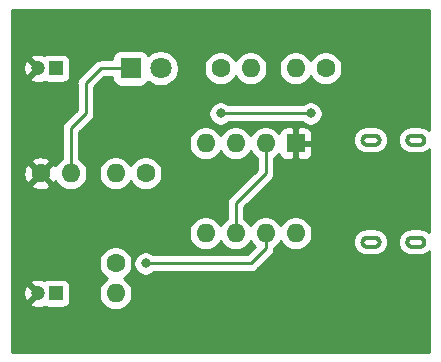
<source format=gbr>
%TF.GenerationSoftware,KiCad,Pcbnew,(5.1.6-0-10_14)*%
%TF.CreationDate,2020-10-03T02:43:04-05:00*%
%TF.ProjectId,usbc-power,75736263-2d70-46f7-9765-722e6b696361,rev?*%
%TF.SameCoordinates,Original*%
%TF.FileFunction,Copper,L2,Bot*%
%TF.FilePolarity,Positive*%
%FSLAX46Y46*%
G04 Gerber Fmt 4.6, Leading zero omitted, Abs format (unit mm)*
G04 Created by KiCad (PCBNEW (5.1.6-0-10_14)) date 2020-10-03 02:43:04*
%MOMM*%
%LPD*%
G01*
G04 APERTURE LIST*
%TA.AperFunction,EtchedComponent*%
%ADD10C,0.010000*%
%TD*%
%TA.AperFunction,ComponentPad*%
%ADD11O,1.600000X1.600000*%
%TD*%
%TA.AperFunction,ComponentPad*%
%ADD12C,1.600000*%
%TD*%
%TA.AperFunction,ComponentPad*%
%ADD13C,1.200000*%
%TD*%
%TA.AperFunction,ComponentPad*%
%ADD14R,1.200000X1.200000*%
%TD*%
%TA.AperFunction,ComponentPad*%
%ADD15R,1.800000X1.800000*%
%TD*%
%TA.AperFunction,ComponentPad*%
%ADD16C,1.800000*%
%TD*%
%TA.AperFunction,ComponentPad*%
%ADD17R,1.600000X1.600000*%
%TD*%
%TA.AperFunction,ViaPad*%
%ADD18C,0.800000*%
%TD*%
%TA.AperFunction,Conductor*%
%ADD19C,0.250000*%
%TD*%
%TA.AperFunction,Conductor*%
%ADD20C,0.254000*%
%TD*%
G04 APERTURE END LIST*
D10*
%TO.C,J1*%
G36*
X154930000Y-80730000D02*
G01*
X154580000Y-80730000D01*
X154566916Y-80730343D01*
X154553868Y-80731370D01*
X154540891Y-80733078D01*
X154528022Y-80735463D01*
X154515295Y-80738519D01*
X154502746Y-80742236D01*
X154490408Y-80746605D01*
X154478316Y-80751614D01*
X154466502Y-80757248D01*
X154455000Y-80763494D01*
X154443840Y-80770332D01*
X154433054Y-80777746D01*
X154422670Y-80785714D01*
X154412717Y-80794214D01*
X154403223Y-80803223D01*
X154394214Y-80812717D01*
X154385714Y-80822670D01*
X154377746Y-80833054D01*
X154370332Y-80843840D01*
X154363494Y-80855000D01*
X154357248Y-80866502D01*
X154351614Y-80878316D01*
X154346605Y-80890408D01*
X154342236Y-80902746D01*
X154338519Y-80915295D01*
X154335463Y-80928022D01*
X154333078Y-80940891D01*
X154331370Y-80953868D01*
X154330343Y-80966916D01*
X154330000Y-80980000D01*
X154330343Y-80993084D01*
X154331370Y-81006132D01*
X154333078Y-81019109D01*
X154335463Y-81031978D01*
X154338519Y-81044705D01*
X154342236Y-81057254D01*
X154346605Y-81069592D01*
X154351614Y-81081684D01*
X154357248Y-81093498D01*
X154363494Y-81105000D01*
X154370332Y-81116160D01*
X154377746Y-81126946D01*
X154385714Y-81137330D01*
X154394214Y-81147283D01*
X154403223Y-81156777D01*
X154412717Y-81165786D01*
X154422670Y-81174286D01*
X154433054Y-81182254D01*
X154443840Y-81189668D01*
X154455000Y-81196506D01*
X154466502Y-81202752D01*
X154478316Y-81208386D01*
X154490408Y-81213395D01*
X154502746Y-81217764D01*
X154515295Y-81221481D01*
X154528022Y-81224537D01*
X154540891Y-81226922D01*
X154553868Y-81228630D01*
X154566916Y-81229657D01*
X154580000Y-81230000D01*
X155280000Y-81230000D01*
X155293084Y-81229657D01*
X155306132Y-81228630D01*
X155319109Y-81226922D01*
X155331978Y-81224537D01*
X155344705Y-81221481D01*
X155357254Y-81217764D01*
X155369592Y-81213395D01*
X155381684Y-81208386D01*
X155393498Y-81202752D01*
X155405000Y-81196506D01*
X155416160Y-81189668D01*
X155426946Y-81182254D01*
X155437330Y-81174286D01*
X155447283Y-81165786D01*
X155456777Y-81156777D01*
X155465786Y-81147283D01*
X155474286Y-81137330D01*
X155482254Y-81126946D01*
X155489668Y-81116160D01*
X155496506Y-81105000D01*
X155502752Y-81093498D01*
X155508386Y-81081684D01*
X155513395Y-81069592D01*
X155517764Y-81057254D01*
X155521481Y-81044705D01*
X155524537Y-81031978D01*
X155526922Y-81019109D01*
X155528630Y-81006132D01*
X155529657Y-80993084D01*
X155530000Y-80980000D01*
X155529657Y-80966916D01*
X155528630Y-80953868D01*
X155526922Y-80940891D01*
X155524537Y-80928022D01*
X155521481Y-80915295D01*
X155517764Y-80902746D01*
X155513395Y-80890408D01*
X155508386Y-80878316D01*
X155502752Y-80866502D01*
X155496506Y-80855000D01*
X155489668Y-80843840D01*
X155482254Y-80833054D01*
X155474286Y-80822670D01*
X155465786Y-80812717D01*
X155456777Y-80803223D01*
X155447283Y-80794214D01*
X155437330Y-80785714D01*
X155426946Y-80777746D01*
X155416160Y-80770332D01*
X155405000Y-80763494D01*
X155393498Y-80757248D01*
X155381684Y-80751614D01*
X155369592Y-80746605D01*
X155357254Y-80742236D01*
X155344705Y-80738519D01*
X155331978Y-80735463D01*
X155319109Y-80733078D01*
X155306132Y-80731370D01*
X155293084Y-80730343D01*
X155280000Y-80730000D01*
X154940000Y-80730000D01*
X154940000Y-80480000D01*
X155280000Y-80480000D01*
X155306168Y-80480685D01*
X155332264Y-80482739D01*
X155358217Y-80486156D01*
X155383956Y-80490926D01*
X155409410Y-80497037D01*
X155434508Y-80504472D01*
X155459184Y-80513210D01*
X155483368Y-80523227D01*
X155506995Y-80534497D01*
X155530000Y-80546987D01*
X155552320Y-80560665D01*
X155573893Y-80575492D01*
X155594660Y-80591427D01*
X155614565Y-80608428D01*
X155633553Y-80626447D01*
X155651572Y-80645435D01*
X155668573Y-80665340D01*
X155684508Y-80686107D01*
X155699335Y-80707680D01*
X155713013Y-80730000D01*
X155725503Y-80753005D01*
X155736773Y-80776632D01*
X155746790Y-80800816D01*
X155755528Y-80825492D01*
X155762963Y-80850590D01*
X155769074Y-80876044D01*
X155773844Y-80901783D01*
X155777261Y-80927736D01*
X155779315Y-80953832D01*
X155780000Y-80980000D01*
X155779315Y-81006168D01*
X155777261Y-81032264D01*
X155773844Y-81058217D01*
X155769074Y-81083956D01*
X155762963Y-81109410D01*
X155755528Y-81134508D01*
X155746790Y-81159184D01*
X155736773Y-81183368D01*
X155725503Y-81206995D01*
X155713013Y-81230000D01*
X155699335Y-81252320D01*
X155684508Y-81273893D01*
X155668573Y-81294660D01*
X155651572Y-81314565D01*
X155633553Y-81333553D01*
X155614565Y-81351572D01*
X155594660Y-81368573D01*
X155573893Y-81384508D01*
X155552320Y-81399335D01*
X155530000Y-81413013D01*
X155506995Y-81425503D01*
X155483368Y-81436773D01*
X155459184Y-81446790D01*
X155434508Y-81455528D01*
X155409410Y-81462963D01*
X155383956Y-81469074D01*
X155358217Y-81473844D01*
X155332264Y-81477261D01*
X155306168Y-81479315D01*
X155280000Y-81480000D01*
X154580000Y-81480000D01*
X154553832Y-81479315D01*
X154527736Y-81477261D01*
X154501783Y-81473844D01*
X154476044Y-81469074D01*
X154450590Y-81462963D01*
X154425492Y-81455528D01*
X154400816Y-81446790D01*
X154376632Y-81436773D01*
X154353005Y-81425503D01*
X154330000Y-81413013D01*
X154307680Y-81399335D01*
X154286107Y-81384508D01*
X154265340Y-81368573D01*
X154245435Y-81351572D01*
X154226447Y-81333553D01*
X154208428Y-81314565D01*
X154191427Y-81294660D01*
X154175492Y-81273893D01*
X154160665Y-81252320D01*
X154146987Y-81230000D01*
X154134497Y-81206995D01*
X154123227Y-81183368D01*
X154113210Y-81159184D01*
X154104472Y-81134508D01*
X154097037Y-81109410D01*
X154090926Y-81083956D01*
X154086156Y-81058217D01*
X154082739Y-81032264D01*
X154080685Y-81006168D01*
X154080000Y-80980000D01*
X154080685Y-80953832D01*
X154082739Y-80927736D01*
X154086156Y-80901783D01*
X154090926Y-80876044D01*
X154097037Y-80850590D01*
X154104472Y-80825492D01*
X154113210Y-80800816D01*
X154123227Y-80776632D01*
X154134497Y-80753005D01*
X154146987Y-80730000D01*
X154160665Y-80707680D01*
X154175492Y-80686107D01*
X154191427Y-80665340D01*
X154208428Y-80645435D01*
X154226447Y-80626447D01*
X154245435Y-80608428D01*
X154265340Y-80591427D01*
X154286107Y-80575492D01*
X154307680Y-80560665D01*
X154330000Y-80546987D01*
X154353005Y-80534497D01*
X154376632Y-80523227D01*
X154400816Y-80513210D01*
X154425492Y-80504472D01*
X154450590Y-80497037D01*
X154476044Y-80490926D01*
X154501783Y-80486156D01*
X154527736Y-80482739D01*
X154553832Y-80480685D01*
X154580000Y-80480000D01*
X154930000Y-80480000D01*
X154930000Y-80730000D01*
G37*
X154930000Y-80730000D02*
X154580000Y-80730000D01*
X154566916Y-80730343D01*
X154553868Y-80731370D01*
X154540891Y-80733078D01*
X154528022Y-80735463D01*
X154515295Y-80738519D01*
X154502746Y-80742236D01*
X154490408Y-80746605D01*
X154478316Y-80751614D01*
X154466502Y-80757248D01*
X154455000Y-80763494D01*
X154443840Y-80770332D01*
X154433054Y-80777746D01*
X154422670Y-80785714D01*
X154412717Y-80794214D01*
X154403223Y-80803223D01*
X154394214Y-80812717D01*
X154385714Y-80822670D01*
X154377746Y-80833054D01*
X154370332Y-80843840D01*
X154363494Y-80855000D01*
X154357248Y-80866502D01*
X154351614Y-80878316D01*
X154346605Y-80890408D01*
X154342236Y-80902746D01*
X154338519Y-80915295D01*
X154335463Y-80928022D01*
X154333078Y-80940891D01*
X154331370Y-80953868D01*
X154330343Y-80966916D01*
X154330000Y-80980000D01*
X154330343Y-80993084D01*
X154331370Y-81006132D01*
X154333078Y-81019109D01*
X154335463Y-81031978D01*
X154338519Y-81044705D01*
X154342236Y-81057254D01*
X154346605Y-81069592D01*
X154351614Y-81081684D01*
X154357248Y-81093498D01*
X154363494Y-81105000D01*
X154370332Y-81116160D01*
X154377746Y-81126946D01*
X154385714Y-81137330D01*
X154394214Y-81147283D01*
X154403223Y-81156777D01*
X154412717Y-81165786D01*
X154422670Y-81174286D01*
X154433054Y-81182254D01*
X154443840Y-81189668D01*
X154455000Y-81196506D01*
X154466502Y-81202752D01*
X154478316Y-81208386D01*
X154490408Y-81213395D01*
X154502746Y-81217764D01*
X154515295Y-81221481D01*
X154528022Y-81224537D01*
X154540891Y-81226922D01*
X154553868Y-81228630D01*
X154566916Y-81229657D01*
X154580000Y-81230000D01*
X155280000Y-81230000D01*
X155293084Y-81229657D01*
X155306132Y-81228630D01*
X155319109Y-81226922D01*
X155331978Y-81224537D01*
X155344705Y-81221481D01*
X155357254Y-81217764D01*
X155369592Y-81213395D01*
X155381684Y-81208386D01*
X155393498Y-81202752D01*
X155405000Y-81196506D01*
X155416160Y-81189668D01*
X155426946Y-81182254D01*
X155437330Y-81174286D01*
X155447283Y-81165786D01*
X155456777Y-81156777D01*
X155465786Y-81147283D01*
X155474286Y-81137330D01*
X155482254Y-81126946D01*
X155489668Y-81116160D01*
X155496506Y-81105000D01*
X155502752Y-81093498D01*
X155508386Y-81081684D01*
X155513395Y-81069592D01*
X155517764Y-81057254D01*
X155521481Y-81044705D01*
X155524537Y-81031978D01*
X155526922Y-81019109D01*
X155528630Y-81006132D01*
X155529657Y-80993084D01*
X155530000Y-80980000D01*
X155529657Y-80966916D01*
X155528630Y-80953868D01*
X155526922Y-80940891D01*
X155524537Y-80928022D01*
X155521481Y-80915295D01*
X155517764Y-80902746D01*
X155513395Y-80890408D01*
X155508386Y-80878316D01*
X155502752Y-80866502D01*
X155496506Y-80855000D01*
X155489668Y-80843840D01*
X155482254Y-80833054D01*
X155474286Y-80822670D01*
X155465786Y-80812717D01*
X155456777Y-80803223D01*
X155447283Y-80794214D01*
X155437330Y-80785714D01*
X155426946Y-80777746D01*
X155416160Y-80770332D01*
X155405000Y-80763494D01*
X155393498Y-80757248D01*
X155381684Y-80751614D01*
X155369592Y-80746605D01*
X155357254Y-80742236D01*
X155344705Y-80738519D01*
X155331978Y-80735463D01*
X155319109Y-80733078D01*
X155306132Y-80731370D01*
X155293084Y-80730343D01*
X155280000Y-80730000D01*
X154940000Y-80730000D01*
X154940000Y-80480000D01*
X155280000Y-80480000D01*
X155306168Y-80480685D01*
X155332264Y-80482739D01*
X155358217Y-80486156D01*
X155383956Y-80490926D01*
X155409410Y-80497037D01*
X155434508Y-80504472D01*
X155459184Y-80513210D01*
X155483368Y-80523227D01*
X155506995Y-80534497D01*
X155530000Y-80546987D01*
X155552320Y-80560665D01*
X155573893Y-80575492D01*
X155594660Y-80591427D01*
X155614565Y-80608428D01*
X155633553Y-80626447D01*
X155651572Y-80645435D01*
X155668573Y-80665340D01*
X155684508Y-80686107D01*
X155699335Y-80707680D01*
X155713013Y-80730000D01*
X155725503Y-80753005D01*
X155736773Y-80776632D01*
X155746790Y-80800816D01*
X155755528Y-80825492D01*
X155762963Y-80850590D01*
X155769074Y-80876044D01*
X155773844Y-80901783D01*
X155777261Y-80927736D01*
X155779315Y-80953832D01*
X155780000Y-80980000D01*
X155779315Y-81006168D01*
X155777261Y-81032264D01*
X155773844Y-81058217D01*
X155769074Y-81083956D01*
X155762963Y-81109410D01*
X155755528Y-81134508D01*
X155746790Y-81159184D01*
X155736773Y-81183368D01*
X155725503Y-81206995D01*
X155713013Y-81230000D01*
X155699335Y-81252320D01*
X155684508Y-81273893D01*
X155668573Y-81294660D01*
X155651572Y-81314565D01*
X155633553Y-81333553D01*
X155614565Y-81351572D01*
X155594660Y-81368573D01*
X155573893Y-81384508D01*
X155552320Y-81399335D01*
X155530000Y-81413013D01*
X155506995Y-81425503D01*
X155483368Y-81436773D01*
X155459184Y-81446790D01*
X155434508Y-81455528D01*
X155409410Y-81462963D01*
X155383956Y-81469074D01*
X155358217Y-81473844D01*
X155332264Y-81477261D01*
X155306168Y-81479315D01*
X155280000Y-81480000D01*
X154580000Y-81480000D01*
X154553832Y-81479315D01*
X154527736Y-81477261D01*
X154501783Y-81473844D01*
X154476044Y-81469074D01*
X154450590Y-81462963D01*
X154425492Y-81455528D01*
X154400816Y-81446790D01*
X154376632Y-81436773D01*
X154353005Y-81425503D01*
X154330000Y-81413013D01*
X154307680Y-81399335D01*
X154286107Y-81384508D01*
X154265340Y-81368573D01*
X154245435Y-81351572D01*
X154226447Y-81333553D01*
X154208428Y-81314565D01*
X154191427Y-81294660D01*
X154175492Y-81273893D01*
X154160665Y-81252320D01*
X154146987Y-81230000D01*
X154134497Y-81206995D01*
X154123227Y-81183368D01*
X154113210Y-81159184D01*
X154104472Y-81134508D01*
X154097037Y-81109410D01*
X154090926Y-81083956D01*
X154086156Y-81058217D01*
X154082739Y-81032264D01*
X154080685Y-81006168D01*
X154080000Y-80980000D01*
X154080685Y-80953832D01*
X154082739Y-80927736D01*
X154086156Y-80901783D01*
X154090926Y-80876044D01*
X154097037Y-80850590D01*
X154104472Y-80825492D01*
X154113210Y-80800816D01*
X154123227Y-80776632D01*
X154134497Y-80753005D01*
X154146987Y-80730000D01*
X154160665Y-80707680D01*
X154175492Y-80686107D01*
X154191427Y-80665340D01*
X154208428Y-80645435D01*
X154226447Y-80626447D01*
X154245435Y-80608428D01*
X154265340Y-80591427D01*
X154286107Y-80575492D01*
X154307680Y-80560665D01*
X154330000Y-80546987D01*
X154353005Y-80534497D01*
X154376632Y-80523227D01*
X154400816Y-80513210D01*
X154425492Y-80504472D01*
X154450590Y-80497037D01*
X154476044Y-80490926D01*
X154501783Y-80486156D01*
X154527736Y-80482739D01*
X154553832Y-80480685D01*
X154580000Y-80480000D01*
X154930000Y-80480000D01*
X154930000Y-80730000D01*
G36*
X154930000Y-89370000D02*
G01*
X154580000Y-89370000D01*
X154566916Y-89370343D01*
X154553868Y-89371370D01*
X154540891Y-89373078D01*
X154528022Y-89375463D01*
X154515295Y-89378519D01*
X154502746Y-89382236D01*
X154490408Y-89386605D01*
X154478316Y-89391614D01*
X154466502Y-89397248D01*
X154455000Y-89403494D01*
X154443840Y-89410332D01*
X154433054Y-89417746D01*
X154422670Y-89425714D01*
X154412717Y-89434214D01*
X154403223Y-89443223D01*
X154394214Y-89452717D01*
X154385714Y-89462670D01*
X154377746Y-89473054D01*
X154370332Y-89483840D01*
X154363494Y-89495000D01*
X154357248Y-89506502D01*
X154351614Y-89518316D01*
X154346605Y-89530408D01*
X154342236Y-89542746D01*
X154338519Y-89555295D01*
X154335463Y-89568022D01*
X154333078Y-89580891D01*
X154331370Y-89593868D01*
X154330343Y-89606916D01*
X154330000Y-89620000D01*
X154330343Y-89633084D01*
X154331370Y-89646132D01*
X154333078Y-89659109D01*
X154335463Y-89671978D01*
X154338519Y-89684705D01*
X154342236Y-89697254D01*
X154346605Y-89709592D01*
X154351614Y-89721684D01*
X154357248Y-89733498D01*
X154363494Y-89745000D01*
X154370332Y-89756160D01*
X154377746Y-89766946D01*
X154385714Y-89777330D01*
X154394214Y-89787283D01*
X154403223Y-89796777D01*
X154412717Y-89805786D01*
X154422670Y-89814286D01*
X154433054Y-89822254D01*
X154443840Y-89829668D01*
X154455000Y-89836506D01*
X154466502Y-89842752D01*
X154478316Y-89848386D01*
X154490408Y-89853395D01*
X154502746Y-89857764D01*
X154515295Y-89861481D01*
X154528022Y-89864537D01*
X154540891Y-89866922D01*
X154553868Y-89868630D01*
X154566916Y-89869657D01*
X154580000Y-89870000D01*
X155280000Y-89870000D01*
X155293084Y-89869657D01*
X155306132Y-89868630D01*
X155319109Y-89866922D01*
X155331978Y-89864537D01*
X155344705Y-89861481D01*
X155357254Y-89857764D01*
X155369592Y-89853395D01*
X155381684Y-89848386D01*
X155393498Y-89842752D01*
X155405000Y-89836506D01*
X155416160Y-89829668D01*
X155426946Y-89822254D01*
X155437330Y-89814286D01*
X155447283Y-89805786D01*
X155456777Y-89796777D01*
X155465786Y-89787283D01*
X155474286Y-89777330D01*
X155482254Y-89766946D01*
X155489668Y-89756160D01*
X155496506Y-89745000D01*
X155502752Y-89733498D01*
X155508386Y-89721684D01*
X155513395Y-89709592D01*
X155517764Y-89697254D01*
X155521481Y-89684705D01*
X155524537Y-89671978D01*
X155526922Y-89659109D01*
X155528630Y-89646132D01*
X155529657Y-89633084D01*
X155530000Y-89620000D01*
X155529657Y-89606916D01*
X155528630Y-89593868D01*
X155526922Y-89580891D01*
X155524537Y-89568022D01*
X155521481Y-89555295D01*
X155517764Y-89542746D01*
X155513395Y-89530408D01*
X155508386Y-89518316D01*
X155502752Y-89506502D01*
X155496506Y-89495000D01*
X155489668Y-89483840D01*
X155482254Y-89473054D01*
X155474286Y-89462670D01*
X155465786Y-89452717D01*
X155456777Y-89443223D01*
X155447283Y-89434214D01*
X155437330Y-89425714D01*
X155426946Y-89417746D01*
X155416160Y-89410332D01*
X155405000Y-89403494D01*
X155393498Y-89397248D01*
X155381684Y-89391614D01*
X155369592Y-89386605D01*
X155357254Y-89382236D01*
X155344705Y-89378519D01*
X155331978Y-89375463D01*
X155319109Y-89373078D01*
X155306132Y-89371370D01*
X155293084Y-89370343D01*
X155280000Y-89370000D01*
X154940000Y-89370000D01*
X154940000Y-89120000D01*
X155280000Y-89120000D01*
X155306168Y-89120685D01*
X155332264Y-89122739D01*
X155358217Y-89126156D01*
X155383956Y-89130926D01*
X155409410Y-89137037D01*
X155434508Y-89144472D01*
X155459184Y-89153210D01*
X155483368Y-89163227D01*
X155506995Y-89174497D01*
X155530000Y-89186987D01*
X155552320Y-89200665D01*
X155573893Y-89215492D01*
X155594660Y-89231427D01*
X155614565Y-89248428D01*
X155633553Y-89266447D01*
X155651572Y-89285435D01*
X155668573Y-89305340D01*
X155684508Y-89326107D01*
X155699335Y-89347680D01*
X155713013Y-89370000D01*
X155725503Y-89393005D01*
X155736773Y-89416632D01*
X155746790Y-89440816D01*
X155755528Y-89465492D01*
X155762963Y-89490590D01*
X155769074Y-89516044D01*
X155773844Y-89541783D01*
X155777261Y-89567736D01*
X155779315Y-89593832D01*
X155780000Y-89620000D01*
X155779315Y-89646168D01*
X155777261Y-89672264D01*
X155773844Y-89698217D01*
X155769074Y-89723956D01*
X155762963Y-89749410D01*
X155755528Y-89774508D01*
X155746790Y-89799184D01*
X155736773Y-89823368D01*
X155725503Y-89846995D01*
X155713013Y-89870000D01*
X155699335Y-89892320D01*
X155684508Y-89913893D01*
X155668573Y-89934660D01*
X155651572Y-89954565D01*
X155633553Y-89973553D01*
X155614565Y-89991572D01*
X155594660Y-90008573D01*
X155573893Y-90024508D01*
X155552320Y-90039335D01*
X155530000Y-90053013D01*
X155506995Y-90065503D01*
X155483368Y-90076773D01*
X155459184Y-90086790D01*
X155434508Y-90095528D01*
X155409410Y-90102963D01*
X155383956Y-90109074D01*
X155358217Y-90113844D01*
X155332264Y-90117261D01*
X155306168Y-90119315D01*
X155280000Y-90120000D01*
X154580000Y-90120000D01*
X154553832Y-90119315D01*
X154527736Y-90117261D01*
X154501783Y-90113844D01*
X154476044Y-90109074D01*
X154450590Y-90102963D01*
X154425492Y-90095528D01*
X154400816Y-90086790D01*
X154376632Y-90076773D01*
X154353005Y-90065503D01*
X154330000Y-90053013D01*
X154307680Y-90039335D01*
X154286107Y-90024508D01*
X154265340Y-90008573D01*
X154245435Y-89991572D01*
X154226447Y-89973553D01*
X154208428Y-89954565D01*
X154191427Y-89934660D01*
X154175492Y-89913893D01*
X154160665Y-89892320D01*
X154146987Y-89870000D01*
X154134497Y-89846995D01*
X154123227Y-89823368D01*
X154113210Y-89799184D01*
X154104472Y-89774508D01*
X154097037Y-89749410D01*
X154090926Y-89723956D01*
X154086156Y-89698217D01*
X154082739Y-89672264D01*
X154080685Y-89646168D01*
X154080000Y-89620000D01*
X154080685Y-89593832D01*
X154082739Y-89567736D01*
X154086156Y-89541783D01*
X154090926Y-89516044D01*
X154097037Y-89490590D01*
X154104472Y-89465492D01*
X154113210Y-89440816D01*
X154123227Y-89416632D01*
X154134497Y-89393005D01*
X154146987Y-89370000D01*
X154160665Y-89347680D01*
X154175492Y-89326107D01*
X154191427Y-89305340D01*
X154208428Y-89285435D01*
X154226447Y-89266447D01*
X154245435Y-89248428D01*
X154265340Y-89231427D01*
X154286107Y-89215492D01*
X154307680Y-89200665D01*
X154330000Y-89186987D01*
X154353005Y-89174497D01*
X154376632Y-89163227D01*
X154400816Y-89153210D01*
X154425492Y-89144472D01*
X154450590Y-89137037D01*
X154476044Y-89130926D01*
X154501783Y-89126156D01*
X154527736Y-89122739D01*
X154553832Y-89120685D01*
X154580000Y-89120000D01*
X154930000Y-89120000D01*
X154930000Y-89370000D01*
G37*
X154930000Y-89370000D02*
X154580000Y-89370000D01*
X154566916Y-89370343D01*
X154553868Y-89371370D01*
X154540891Y-89373078D01*
X154528022Y-89375463D01*
X154515295Y-89378519D01*
X154502746Y-89382236D01*
X154490408Y-89386605D01*
X154478316Y-89391614D01*
X154466502Y-89397248D01*
X154455000Y-89403494D01*
X154443840Y-89410332D01*
X154433054Y-89417746D01*
X154422670Y-89425714D01*
X154412717Y-89434214D01*
X154403223Y-89443223D01*
X154394214Y-89452717D01*
X154385714Y-89462670D01*
X154377746Y-89473054D01*
X154370332Y-89483840D01*
X154363494Y-89495000D01*
X154357248Y-89506502D01*
X154351614Y-89518316D01*
X154346605Y-89530408D01*
X154342236Y-89542746D01*
X154338519Y-89555295D01*
X154335463Y-89568022D01*
X154333078Y-89580891D01*
X154331370Y-89593868D01*
X154330343Y-89606916D01*
X154330000Y-89620000D01*
X154330343Y-89633084D01*
X154331370Y-89646132D01*
X154333078Y-89659109D01*
X154335463Y-89671978D01*
X154338519Y-89684705D01*
X154342236Y-89697254D01*
X154346605Y-89709592D01*
X154351614Y-89721684D01*
X154357248Y-89733498D01*
X154363494Y-89745000D01*
X154370332Y-89756160D01*
X154377746Y-89766946D01*
X154385714Y-89777330D01*
X154394214Y-89787283D01*
X154403223Y-89796777D01*
X154412717Y-89805786D01*
X154422670Y-89814286D01*
X154433054Y-89822254D01*
X154443840Y-89829668D01*
X154455000Y-89836506D01*
X154466502Y-89842752D01*
X154478316Y-89848386D01*
X154490408Y-89853395D01*
X154502746Y-89857764D01*
X154515295Y-89861481D01*
X154528022Y-89864537D01*
X154540891Y-89866922D01*
X154553868Y-89868630D01*
X154566916Y-89869657D01*
X154580000Y-89870000D01*
X155280000Y-89870000D01*
X155293084Y-89869657D01*
X155306132Y-89868630D01*
X155319109Y-89866922D01*
X155331978Y-89864537D01*
X155344705Y-89861481D01*
X155357254Y-89857764D01*
X155369592Y-89853395D01*
X155381684Y-89848386D01*
X155393498Y-89842752D01*
X155405000Y-89836506D01*
X155416160Y-89829668D01*
X155426946Y-89822254D01*
X155437330Y-89814286D01*
X155447283Y-89805786D01*
X155456777Y-89796777D01*
X155465786Y-89787283D01*
X155474286Y-89777330D01*
X155482254Y-89766946D01*
X155489668Y-89756160D01*
X155496506Y-89745000D01*
X155502752Y-89733498D01*
X155508386Y-89721684D01*
X155513395Y-89709592D01*
X155517764Y-89697254D01*
X155521481Y-89684705D01*
X155524537Y-89671978D01*
X155526922Y-89659109D01*
X155528630Y-89646132D01*
X155529657Y-89633084D01*
X155530000Y-89620000D01*
X155529657Y-89606916D01*
X155528630Y-89593868D01*
X155526922Y-89580891D01*
X155524537Y-89568022D01*
X155521481Y-89555295D01*
X155517764Y-89542746D01*
X155513395Y-89530408D01*
X155508386Y-89518316D01*
X155502752Y-89506502D01*
X155496506Y-89495000D01*
X155489668Y-89483840D01*
X155482254Y-89473054D01*
X155474286Y-89462670D01*
X155465786Y-89452717D01*
X155456777Y-89443223D01*
X155447283Y-89434214D01*
X155437330Y-89425714D01*
X155426946Y-89417746D01*
X155416160Y-89410332D01*
X155405000Y-89403494D01*
X155393498Y-89397248D01*
X155381684Y-89391614D01*
X155369592Y-89386605D01*
X155357254Y-89382236D01*
X155344705Y-89378519D01*
X155331978Y-89375463D01*
X155319109Y-89373078D01*
X155306132Y-89371370D01*
X155293084Y-89370343D01*
X155280000Y-89370000D01*
X154940000Y-89370000D01*
X154940000Y-89120000D01*
X155280000Y-89120000D01*
X155306168Y-89120685D01*
X155332264Y-89122739D01*
X155358217Y-89126156D01*
X155383956Y-89130926D01*
X155409410Y-89137037D01*
X155434508Y-89144472D01*
X155459184Y-89153210D01*
X155483368Y-89163227D01*
X155506995Y-89174497D01*
X155530000Y-89186987D01*
X155552320Y-89200665D01*
X155573893Y-89215492D01*
X155594660Y-89231427D01*
X155614565Y-89248428D01*
X155633553Y-89266447D01*
X155651572Y-89285435D01*
X155668573Y-89305340D01*
X155684508Y-89326107D01*
X155699335Y-89347680D01*
X155713013Y-89370000D01*
X155725503Y-89393005D01*
X155736773Y-89416632D01*
X155746790Y-89440816D01*
X155755528Y-89465492D01*
X155762963Y-89490590D01*
X155769074Y-89516044D01*
X155773844Y-89541783D01*
X155777261Y-89567736D01*
X155779315Y-89593832D01*
X155780000Y-89620000D01*
X155779315Y-89646168D01*
X155777261Y-89672264D01*
X155773844Y-89698217D01*
X155769074Y-89723956D01*
X155762963Y-89749410D01*
X155755528Y-89774508D01*
X155746790Y-89799184D01*
X155736773Y-89823368D01*
X155725503Y-89846995D01*
X155713013Y-89870000D01*
X155699335Y-89892320D01*
X155684508Y-89913893D01*
X155668573Y-89934660D01*
X155651572Y-89954565D01*
X155633553Y-89973553D01*
X155614565Y-89991572D01*
X155594660Y-90008573D01*
X155573893Y-90024508D01*
X155552320Y-90039335D01*
X155530000Y-90053013D01*
X155506995Y-90065503D01*
X155483368Y-90076773D01*
X155459184Y-90086790D01*
X155434508Y-90095528D01*
X155409410Y-90102963D01*
X155383956Y-90109074D01*
X155358217Y-90113844D01*
X155332264Y-90117261D01*
X155306168Y-90119315D01*
X155280000Y-90120000D01*
X154580000Y-90120000D01*
X154553832Y-90119315D01*
X154527736Y-90117261D01*
X154501783Y-90113844D01*
X154476044Y-90109074D01*
X154450590Y-90102963D01*
X154425492Y-90095528D01*
X154400816Y-90086790D01*
X154376632Y-90076773D01*
X154353005Y-90065503D01*
X154330000Y-90053013D01*
X154307680Y-90039335D01*
X154286107Y-90024508D01*
X154265340Y-90008573D01*
X154245435Y-89991572D01*
X154226447Y-89973553D01*
X154208428Y-89954565D01*
X154191427Y-89934660D01*
X154175492Y-89913893D01*
X154160665Y-89892320D01*
X154146987Y-89870000D01*
X154134497Y-89846995D01*
X154123227Y-89823368D01*
X154113210Y-89799184D01*
X154104472Y-89774508D01*
X154097037Y-89749410D01*
X154090926Y-89723956D01*
X154086156Y-89698217D01*
X154082739Y-89672264D01*
X154080685Y-89646168D01*
X154080000Y-89620000D01*
X154080685Y-89593832D01*
X154082739Y-89567736D01*
X154086156Y-89541783D01*
X154090926Y-89516044D01*
X154097037Y-89490590D01*
X154104472Y-89465492D01*
X154113210Y-89440816D01*
X154123227Y-89416632D01*
X154134497Y-89393005D01*
X154146987Y-89370000D01*
X154160665Y-89347680D01*
X154175492Y-89326107D01*
X154191427Y-89305340D01*
X154208428Y-89285435D01*
X154226447Y-89266447D01*
X154245435Y-89248428D01*
X154265340Y-89231427D01*
X154286107Y-89215492D01*
X154307680Y-89200665D01*
X154330000Y-89186987D01*
X154353005Y-89174497D01*
X154376632Y-89163227D01*
X154400816Y-89153210D01*
X154425492Y-89144472D01*
X154450590Y-89137037D01*
X154476044Y-89130926D01*
X154501783Y-89126156D01*
X154527736Y-89122739D01*
X154553832Y-89120685D01*
X154580000Y-89120000D01*
X154930000Y-89120000D01*
X154930000Y-89370000D01*
G36*
X151130000Y-80730000D02*
G01*
X150780000Y-80730000D01*
X150766916Y-80730343D01*
X150753868Y-80731370D01*
X150740891Y-80733078D01*
X150728022Y-80735463D01*
X150715295Y-80738519D01*
X150702746Y-80742236D01*
X150690408Y-80746605D01*
X150678316Y-80751614D01*
X150666502Y-80757248D01*
X150655000Y-80763494D01*
X150643840Y-80770332D01*
X150633054Y-80777746D01*
X150622670Y-80785714D01*
X150612717Y-80794214D01*
X150603223Y-80803223D01*
X150594214Y-80812717D01*
X150585714Y-80822670D01*
X150577746Y-80833054D01*
X150570332Y-80843840D01*
X150563494Y-80855000D01*
X150557248Y-80866502D01*
X150551614Y-80878316D01*
X150546605Y-80890408D01*
X150542236Y-80902746D01*
X150538519Y-80915295D01*
X150535463Y-80928022D01*
X150533078Y-80940891D01*
X150531370Y-80953868D01*
X150530343Y-80966916D01*
X150530000Y-80980000D01*
X150530343Y-80993084D01*
X150531370Y-81006132D01*
X150533078Y-81019109D01*
X150535463Y-81031978D01*
X150538519Y-81044705D01*
X150542236Y-81057254D01*
X150546605Y-81069592D01*
X150551614Y-81081684D01*
X150557248Y-81093498D01*
X150563494Y-81105000D01*
X150570332Y-81116160D01*
X150577746Y-81126946D01*
X150585714Y-81137330D01*
X150594214Y-81147283D01*
X150603223Y-81156777D01*
X150612717Y-81165786D01*
X150622670Y-81174286D01*
X150633054Y-81182254D01*
X150643840Y-81189668D01*
X150655000Y-81196506D01*
X150666502Y-81202752D01*
X150678316Y-81208386D01*
X150690408Y-81213395D01*
X150702746Y-81217764D01*
X150715295Y-81221481D01*
X150728022Y-81224537D01*
X150740891Y-81226922D01*
X150753868Y-81228630D01*
X150766916Y-81229657D01*
X150780000Y-81230000D01*
X151480000Y-81230000D01*
X151493084Y-81229657D01*
X151506132Y-81228630D01*
X151519109Y-81226922D01*
X151531978Y-81224537D01*
X151544705Y-81221481D01*
X151557254Y-81217764D01*
X151569592Y-81213395D01*
X151581684Y-81208386D01*
X151593498Y-81202752D01*
X151605000Y-81196506D01*
X151616160Y-81189668D01*
X151626946Y-81182254D01*
X151637330Y-81174286D01*
X151647283Y-81165786D01*
X151656777Y-81156777D01*
X151665786Y-81147283D01*
X151674286Y-81137330D01*
X151682254Y-81126946D01*
X151689668Y-81116160D01*
X151696506Y-81105000D01*
X151702752Y-81093498D01*
X151708386Y-81081684D01*
X151713395Y-81069592D01*
X151717764Y-81057254D01*
X151721481Y-81044705D01*
X151724537Y-81031978D01*
X151726922Y-81019109D01*
X151728630Y-81006132D01*
X151729657Y-80993084D01*
X151730000Y-80980000D01*
X151729657Y-80966916D01*
X151728630Y-80953868D01*
X151726922Y-80940891D01*
X151724537Y-80928022D01*
X151721481Y-80915295D01*
X151717764Y-80902746D01*
X151713395Y-80890408D01*
X151708386Y-80878316D01*
X151702752Y-80866502D01*
X151696506Y-80855000D01*
X151689668Y-80843840D01*
X151682254Y-80833054D01*
X151674286Y-80822670D01*
X151665786Y-80812717D01*
X151656777Y-80803223D01*
X151647283Y-80794214D01*
X151637330Y-80785714D01*
X151626946Y-80777746D01*
X151616160Y-80770332D01*
X151605000Y-80763494D01*
X151593498Y-80757248D01*
X151581684Y-80751614D01*
X151569592Y-80746605D01*
X151557254Y-80742236D01*
X151544705Y-80738519D01*
X151531978Y-80735463D01*
X151519109Y-80733078D01*
X151506132Y-80731370D01*
X151493084Y-80730343D01*
X151480000Y-80730000D01*
X151140000Y-80730000D01*
X151140000Y-80480000D01*
X151480000Y-80480000D01*
X151506168Y-80480685D01*
X151532264Y-80482739D01*
X151558217Y-80486156D01*
X151583956Y-80490926D01*
X151609410Y-80497037D01*
X151634508Y-80504472D01*
X151659184Y-80513210D01*
X151683368Y-80523227D01*
X151706995Y-80534497D01*
X151730000Y-80546987D01*
X151752320Y-80560665D01*
X151773893Y-80575492D01*
X151794660Y-80591427D01*
X151814565Y-80608428D01*
X151833553Y-80626447D01*
X151851572Y-80645435D01*
X151868573Y-80665340D01*
X151884508Y-80686107D01*
X151899335Y-80707680D01*
X151913013Y-80730000D01*
X151925503Y-80753005D01*
X151936773Y-80776632D01*
X151946790Y-80800816D01*
X151955528Y-80825492D01*
X151962963Y-80850590D01*
X151969074Y-80876044D01*
X151973844Y-80901783D01*
X151977261Y-80927736D01*
X151979315Y-80953832D01*
X151980000Y-80980000D01*
X151979315Y-81006168D01*
X151977261Y-81032264D01*
X151973844Y-81058217D01*
X151969074Y-81083956D01*
X151962963Y-81109410D01*
X151955528Y-81134508D01*
X151946790Y-81159184D01*
X151936773Y-81183368D01*
X151925503Y-81206995D01*
X151913013Y-81230000D01*
X151899335Y-81252320D01*
X151884508Y-81273893D01*
X151868573Y-81294660D01*
X151851572Y-81314565D01*
X151833553Y-81333553D01*
X151814565Y-81351572D01*
X151794660Y-81368573D01*
X151773893Y-81384508D01*
X151752320Y-81399335D01*
X151730000Y-81413013D01*
X151706995Y-81425503D01*
X151683368Y-81436773D01*
X151659184Y-81446790D01*
X151634508Y-81455528D01*
X151609410Y-81462963D01*
X151583956Y-81469074D01*
X151558217Y-81473844D01*
X151532264Y-81477261D01*
X151506168Y-81479315D01*
X151480000Y-81480000D01*
X150780000Y-81480000D01*
X150753832Y-81479315D01*
X150727736Y-81477261D01*
X150701783Y-81473844D01*
X150676044Y-81469074D01*
X150650590Y-81462963D01*
X150625492Y-81455528D01*
X150600816Y-81446790D01*
X150576632Y-81436773D01*
X150553005Y-81425503D01*
X150530000Y-81413013D01*
X150507680Y-81399335D01*
X150486107Y-81384508D01*
X150465340Y-81368573D01*
X150445435Y-81351572D01*
X150426447Y-81333553D01*
X150408428Y-81314565D01*
X150391427Y-81294660D01*
X150375492Y-81273893D01*
X150360665Y-81252320D01*
X150346987Y-81230000D01*
X150334497Y-81206995D01*
X150323227Y-81183368D01*
X150313210Y-81159184D01*
X150304472Y-81134508D01*
X150297037Y-81109410D01*
X150290926Y-81083956D01*
X150286156Y-81058217D01*
X150282739Y-81032264D01*
X150280685Y-81006168D01*
X150280000Y-80980000D01*
X150280685Y-80953832D01*
X150282739Y-80927736D01*
X150286156Y-80901783D01*
X150290926Y-80876044D01*
X150297037Y-80850590D01*
X150304472Y-80825492D01*
X150313210Y-80800816D01*
X150323227Y-80776632D01*
X150334497Y-80753005D01*
X150346987Y-80730000D01*
X150360665Y-80707680D01*
X150375492Y-80686107D01*
X150391427Y-80665340D01*
X150408428Y-80645435D01*
X150426447Y-80626447D01*
X150445435Y-80608428D01*
X150465340Y-80591427D01*
X150486107Y-80575492D01*
X150507680Y-80560665D01*
X150530000Y-80546987D01*
X150553005Y-80534497D01*
X150576632Y-80523227D01*
X150600816Y-80513210D01*
X150625492Y-80504472D01*
X150650590Y-80497037D01*
X150676044Y-80490926D01*
X150701783Y-80486156D01*
X150727736Y-80482739D01*
X150753832Y-80480685D01*
X150780000Y-80480000D01*
X151130000Y-80480000D01*
X151130000Y-80730000D01*
G37*
X151130000Y-80730000D02*
X150780000Y-80730000D01*
X150766916Y-80730343D01*
X150753868Y-80731370D01*
X150740891Y-80733078D01*
X150728022Y-80735463D01*
X150715295Y-80738519D01*
X150702746Y-80742236D01*
X150690408Y-80746605D01*
X150678316Y-80751614D01*
X150666502Y-80757248D01*
X150655000Y-80763494D01*
X150643840Y-80770332D01*
X150633054Y-80777746D01*
X150622670Y-80785714D01*
X150612717Y-80794214D01*
X150603223Y-80803223D01*
X150594214Y-80812717D01*
X150585714Y-80822670D01*
X150577746Y-80833054D01*
X150570332Y-80843840D01*
X150563494Y-80855000D01*
X150557248Y-80866502D01*
X150551614Y-80878316D01*
X150546605Y-80890408D01*
X150542236Y-80902746D01*
X150538519Y-80915295D01*
X150535463Y-80928022D01*
X150533078Y-80940891D01*
X150531370Y-80953868D01*
X150530343Y-80966916D01*
X150530000Y-80980000D01*
X150530343Y-80993084D01*
X150531370Y-81006132D01*
X150533078Y-81019109D01*
X150535463Y-81031978D01*
X150538519Y-81044705D01*
X150542236Y-81057254D01*
X150546605Y-81069592D01*
X150551614Y-81081684D01*
X150557248Y-81093498D01*
X150563494Y-81105000D01*
X150570332Y-81116160D01*
X150577746Y-81126946D01*
X150585714Y-81137330D01*
X150594214Y-81147283D01*
X150603223Y-81156777D01*
X150612717Y-81165786D01*
X150622670Y-81174286D01*
X150633054Y-81182254D01*
X150643840Y-81189668D01*
X150655000Y-81196506D01*
X150666502Y-81202752D01*
X150678316Y-81208386D01*
X150690408Y-81213395D01*
X150702746Y-81217764D01*
X150715295Y-81221481D01*
X150728022Y-81224537D01*
X150740891Y-81226922D01*
X150753868Y-81228630D01*
X150766916Y-81229657D01*
X150780000Y-81230000D01*
X151480000Y-81230000D01*
X151493084Y-81229657D01*
X151506132Y-81228630D01*
X151519109Y-81226922D01*
X151531978Y-81224537D01*
X151544705Y-81221481D01*
X151557254Y-81217764D01*
X151569592Y-81213395D01*
X151581684Y-81208386D01*
X151593498Y-81202752D01*
X151605000Y-81196506D01*
X151616160Y-81189668D01*
X151626946Y-81182254D01*
X151637330Y-81174286D01*
X151647283Y-81165786D01*
X151656777Y-81156777D01*
X151665786Y-81147283D01*
X151674286Y-81137330D01*
X151682254Y-81126946D01*
X151689668Y-81116160D01*
X151696506Y-81105000D01*
X151702752Y-81093498D01*
X151708386Y-81081684D01*
X151713395Y-81069592D01*
X151717764Y-81057254D01*
X151721481Y-81044705D01*
X151724537Y-81031978D01*
X151726922Y-81019109D01*
X151728630Y-81006132D01*
X151729657Y-80993084D01*
X151730000Y-80980000D01*
X151729657Y-80966916D01*
X151728630Y-80953868D01*
X151726922Y-80940891D01*
X151724537Y-80928022D01*
X151721481Y-80915295D01*
X151717764Y-80902746D01*
X151713395Y-80890408D01*
X151708386Y-80878316D01*
X151702752Y-80866502D01*
X151696506Y-80855000D01*
X151689668Y-80843840D01*
X151682254Y-80833054D01*
X151674286Y-80822670D01*
X151665786Y-80812717D01*
X151656777Y-80803223D01*
X151647283Y-80794214D01*
X151637330Y-80785714D01*
X151626946Y-80777746D01*
X151616160Y-80770332D01*
X151605000Y-80763494D01*
X151593498Y-80757248D01*
X151581684Y-80751614D01*
X151569592Y-80746605D01*
X151557254Y-80742236D01*
X151544705Y-80738519D01*
X151531978Y-80735463D01*
X151519109Y-80733078D01*
X151506132Y-80731370D01*
X151493084Y-80730343D01*
X151480000Y-80730000D01*
X151140000Y-80730000D01*
X151140000Y-80480000D01*
X151480000Y-80480000D01*
X151506168Y-80480685D01*
X151532264Y-80482739D01*
X151558217Y-80486156D01*
X151583956Y-80490926D01*
X151609410Y-80497037D01*
X151634508Y-80504472D01*
X151659184Y-80513210D01*
X151683368Y-80523227D01*
X151706995Y-80534497D01*
X151730000Y-80546987D01*
X151752320Y-80560665D01*
X151773893Y-80575492D01*
X151794660Y-80591427D01*
X151814565Y-80608428D01*
X151833553Y-80626447D01*
X151851572Y-80645435D01*
X151868573Y-80665340D01*
X151884508Y-80686107D01*
X151899335Y-80707680D01*
X151913013Y-80730000D01*
X151925503Y-80753005D01*
X151936773Y-80776632D01*
X151946790Y-80800816D01*
X151955528Y-80825492D01*
X151962963Y-80850590D01*
X151969074Y-80876044D01*
X151973844Y-80901783D01*
X151977261Y-80927736D01*
X151979315Y-80953832D01*
X151980000Y-80980000D01*
X151979315Y-81006168D01*
X151977261Y-81032264D01*
X151973844Y-81058217D01*
X151969074Y-81083956D01*
X151962963Y-81109410D01*
X151955528Y-81134508D01*
X151946790Y-81159184D01*
X151936773Y-81183368D01*
X151925503Y-81206995D01*
X151913013Y-81230000D01*
X151899335Y-81252320D01*
X151884508Y-81273893D01*
X151868573Y-81294660D01*
X151851572Y-81314565D01*
X151833553Y-81333553D01*
X151814565Y-81351572D01*
X151794660Y-81368573D01*
X151773893Y-81384508D01*
X151752320Y-81399335D01*
X151730000Y-81413013D01*
X151706995Y-81425503D01*
X151683368Y-81436773D01*
X151659184Y-81446790D01*
X151634508Y-81455528D01*
X151609410Y-81462963D01*
X151583956Y-81469074D01*
X151558217Y-81473844D01*
X151532264Y-81477261D01*
X151506168Y-81479315D01*
X151480000Y-81480000D01*
X150780000Y-81480000D01*
X150753832Y-81479315D01*
X150727736Y-81477261D01*
X150701783Y-81473844D01*
X150676044Y-81469074D01*
X150650590Y-81462963D01*
X150625492Y-81455528D01*
X150600816Y-81446790D01*
X150576632Y-81436773D01*
X150553005Y-81425503D01*
X150530000Y-81413013D01*
X150507680Y-81399335D01*
X150486107Y-81384508D01*
X150465340Y-81368573D01*
X150445435Y-81351572D01*
X150426447Y-81333553D01*
X150408428Y-81314565D01*
X150391427Y-81294660D01*
X150375492Y-81273893D01*
X150360665Y-81252320D01*
X150346987Y-81230000D01*
X150334497Y-81206995D01*
X150323227Y-81183368D01*
X150313210Y-81159184D01*
X150304472Y-81134508D01*
X150297037Y-81109410D01*
X150290926Y-81083956D01*
X150286156Y-81058217D01*
X150282739Y-81032264D01*
X150280685Y-81006168D01*
X150280000Y-80980000D01*
X150280685Y-80953832D01*
X150282739Y-80927736D01*
X150286156Y-80901783D01*
X150290926Y-80876044D01*
X150297037Y-80850590D01*
X150304472Y-80825492D01*
X150313210Y-80800816D01*
X150323227Y-80776632D01*
X150334497Y-80753005D01*
X150346987Y-80730000D01*
X150360665Y-80707680D01*
X150375492Y-80686107D01*
X150391427Y-80665340D01*
X150408428Y-80645435D01*
X150426447Y-80626447D01*
X150445435Y-80608428D01*
X150465340Y-80591427D01*
X150486107Y-80575492D01*
X150507680Y-80560665D01*
X150530000Y-80546987D01*
X150553005Y-80534497D01*
X150576632Y-80523227D01*
X150600816Y-80513210D01*
X150625492Y-80504472D01*
X150650590Y-80497037D01*
X150676044Y-80490926D01*
X150701783Y-80486156D01*
X150727736Y-80482739D01*
X150753832Y-80480685D01*
X150780000Y-80480000D01*
X151130000Y-80480000D01*
X151130000Y-80730000D01*
G36*
X151130000Y-89370000D02*
G01*
X150780000Y-89370000D01*
X150766916Y-89370343D01*
X150753868Y-89371370D01*
X150740891Y-89373078D01*
X150728022Y-89375463D01*
X150715295Y-89378519D01*
X150702746Y-89382236D01*
X150690408Y-89386605D01*
X150678316Y-89391614D01*
X150666502Y-89397248D01*
X150655000Y-89403494D01*
X150643840Y-89410332D01*
X150633054Y-89417746D01*
X150622670Y-89425714D01*
X150612717Y-89434214D01*
X150603223Y-89443223D01*
X150594214Y-89452717D01*
X150585714Y-89462670D01*
X150577746Y-89473054D01*
X150570332Y-89483840D01*
X150563494Y-89495000D01*
X150557248Y-89506502D01*
X150551614Y-89518316D01*
X150546605Y-89530408D01*
X150542236Y-89542746D01*
X150538519Y-89555295D01*
X150535463Y-89568022D01*
X150533078Y-89580891D01*
X150531370Y-89593868D01*
X150530343Y-89606916D01*
X150530000Y-89620000D01*
X150530343Y-89633084D01*
X150531370Y-89646132D01*
X150533078Y-89659109D01*
X150535463Y-89671978D01*
X150538519Y-89684705D01*
X150542236Y-89697254D01*
X150546605Y-89709592D01*
X150551614Y-89721684D01*
X150557248Y-89733498D01*
X150563494Y-89745000D01*
X150570332Y-89756160D01*
X150577746Y-89766946D01*
X150585714Y-89777330D01*
X150594214Y-89787283D01*
X150603223Y-89796777D01*
X150612717Y-89805786D01*
X150622670Y-89814286D01*
X150633054Y-89822254D01*
X150643840Y-89829668D01*
X150655000Y-89836506D01*
X150666502Y-89842752D01*
X150678316Y-89848386D01*
X150690408Y-89853395D01*
X150702746Y-89857764D01*
X150715295Y-89861481D01*
X150728022Y-89864537D01*
X150740891Y-89866922D01*
X150753868Y-89868630D01*
X150766916Y-89869657D01*
X150780000Y-89870000D01*
X151480000Y-89870000D01*
X151493084Y-89869657D01*
X151506132Y-89868630D01*
X151519109Y-89866922D01*
X151531978Y-89864537D01*
X151544705Y-89861481D01*
X151557254Y-89857764D01*
X151569592Y-89853395D01*
X151581684Y-89848386D01*
X151593498Y-89842752D01*
X151605000Y-89836506D01*
X151616160Y-89829668D01*
X151626946Y-89822254D01*
X151637330Y-89814286D01*
X151647283Y-89805786D01*
X151656777Y-89796777D01*
X151665786Y-89787283D01*
X151674286Y-89777330D01*
X151682254Y-89766946D01*
X151689668Y-89756160D01*
X151696506Y-89745000D01*
X151702752Y-89733498D01*
X151708386Y-89721684D01*
X151713395Y-89709592D01*
X151717764Y-89697254D01*
X151721481Y-89684705D01*
X151724537Y-89671978D01*
X151726922Y-89659109D01*
X151728630Y-89646132D01*
X151729657Y-89633084D01*
X151730000Y-89620000D01*
X151729657Y-89606916D01*
X151728630Y-89593868D01*
X151726922Y-89580891D01*
X151724537Y-89568022D01*
X151721481Y-89555295D01*
X151717764Y-89542746D01*
X151713395Y-89530408D01*
X151708386Y-89518316D01*
X151702752Y-89506502D01*
X151696506Y-89495000D01*
X151689668Y-89483840D01*
X151682254Y-89473054D01*
X151674286Y-89462670D01*
X151665786Y-89452717D01*
X151656777Y-89443223D01*
X151647283Y-89434214D01*
X151637330Y-89425714D01*
X151626946Y-89417746D01*
X151616160Y-89410332D01*
X151605000Y-89403494D01*
X151593498Y-89397248D01*
X151581684Y-89391614D01*
X151569592Y-89386605D01*
X151557254Y-89382236D01*
X151544705Y-89378519D01*
X151531978Y-89375463D01*
X151519109Y-89373078D01*
X151506132Y-89371370D01*
X151493084Y-89370343D01*
X151480000Y-89370000D01*
X151140000Y-89370000D01*
X151140000Y-89120000D01*
X151480000Y-89120000D01*
X151506168Y-89120685D01*
X151532264Y-89122739D01*
X151558217Y-89126156D01*
X151583956Y-89130926D01*
X151609410Y-89137037D01*
X151634508Y-89144472D01*
X151659184Y-89153210D01*
X151683368Y-89163227D01*
X151706995Y-89174497D01*
X151730000Y-89186987D01*
X151752320Y-89200665D01*
X151773893Y-89215492D01*
X151794660Y-89231427D01*
X151814565Y-89248428D01*
X151833553Y-89266447D01*
X151851572Y-89285435D01*
X151868573Y-89305340D01*
X151884508Y-89326107D01*
X151899335Y-89347680D01*
X151913013Y-89370000D01*
X151925503Y-89393005D01*
X151936773Y-89416632D01*
X151946790Y-89440816D01*
X151955528Y-89465492D01*
X151962963Y-89490590D01*
X151969074Y-89516044D01*
X151973844Y-89541783D01*
X151977261Y-89567736D01*
X151979315Y-89593832D01*
X151980000Y-89620000D01*
X151979315Y-89646168D01*
X151977261Y-89672264D01*
X151973844Y-89698217D01*
X151969074Y-89723956D01*
X151962963Y-89749410D01*
X151955528Y-89774508D01*
X151946790Y-89799184D01*
X151936773Y-89823368D01*
X151925503Y-89846995D01*
X151913013Y-89870000D01*
X151899335Y-89892320D01*
X151884508Y-89913893D01*
X151868573Y-89934660D01*
X151851572Y-89954565D01*
X151833553Y-89973553D01*
X151814565Y-89991572D01*
X151794660Y-90008573D01*
X151773893Y-90024508D01*
X151752320Y-90039335D01*
X151730000Y-90053013D01*
X151706995Y-90065503D01*
X151683368Y-90076773D01*
X151659184Y-90086790D01*
X151634508Y-90095528D01*
X151609410Y-90102963D01*
X151583956Y-90109074D01*
X151558217Y-90113844D01*
X151532264Y-90117261D01*
X151506168Y-90119315D01*
X151480000Y-90120000D01*
X150780000Y-90120000D01*
X150753832Y-90119315D01*
X150727736Y-90117261D01*
X150701783Y-90113844D01*
X150676044Y-90109074D01*
X150650590Y-90102963D01*
X150625492Y-90095528D01*
X150600816Y-90086790D01*
X150576632Y-90076773D01*
X150553005Y-90065503D01*
X150530000Y-90053013D01*
X150507680Y-90039335D01*
X150486107Y-90024508D01*
X150465340Y-90008573D01*
X150445435Y-89991572D01*
X150426447Y-89973553D01*
X150408428Y-89954565D01*
X150391427Y-89934660D01*
X150375492Y-89913893D01*
X150360665Y-89892320D01*
X150346987Y-89870000D01*
X150334497Y-89846995D01*
X150323227Y-89823368D01*
X150313210Y-89799184D01*
X150304472Y-89774508D01*
X150297037Y-89749410D01*
X150290926Y-89723956D01*
X150286156Y-89698217D01*
X150282739Y-89672264D01*
X150280685Y-89646168D01*
X150280000Y-89620000D01*
X150280685Y-89593832D01*
X150282739Y-89567736D01*
X150286156Y-89541783D01*
X150290926Y-89516044D01*
X150297037Y-89490590D01*
X150304472Y-89465492D01*
X150313210Y-89440816D01*
X150323227Y-89416632D01*
X150334497Y-89393005D01*
X150346987Y-89370000D01*
X150360665Y-89347680D01*
X150375492Y-89326107D01*
X150391427Y-89305340D01*
X150408428Y-89285435D01*
X150426447Y-89266447D01*
X150445435Y-89248428D01*
X150465340Y-89231427D01*
X150486107Y-89215492D01*
X150507680Y-89200665D01*
X150530000Y-89186987D01*
X150553005Y-89174497D01*
X150576632Y-89163227D01*
X150600816Y-89153210D01*
X150625492Y-89144472D01*
X150650590Y-89137037D01*
X150676044Y-89130926D01*
X150701783Y-89126156D01*
X150727736Y-89122739D01*
X150753832Y-89120685D01*
X150780000Y-89120000D01*
X151130000Y-89120000D01*
X151130000Y-89370000D01*
G37*
X151130000Y-89370000D02*
X150780000Y-89370000D01*
X150766916Y-89370343D01*
X150753868Y-89371370D01*
X150740891Y-89373078D01*
X150728022Y-89375463D01*
X150715295Y-89378519D01*
X150702746Y-89382236D01*
X150690408Y-89386605D01*
X150678316Y-89391614D01*
X150666502Y-89397248D01*
X150655000Y-89403494D01*
X150643840Y-89410332D01*
X150633054Y-89417746D01*
X150622670Y-89425714D01*
X150612717Y-89434214D01*
X150603223Y-89443223D01*
X150594214Y-89452717D01*
X150585714Y-89462670D01*
X150577746Y-89473054D01*
X150570332Y-89483840D01*
X150563494Y-89495000D01*
X150557248Y-89506502D01*
X150551614Y-89518316D01*
X150546605Y-89530408D01*
X150542236Y-89542746D01*
X150538519Y-89555295D01*
X150535463Y-89568022D01*
X150533078Y-89580891D01*
X150531370Y-89593868D01*
X150530343Y-89606916D01*
X150530000Y-89620000D01*
X150530343Y-89633084D01*
X150531370Y-89646132D01*
X150533078Y-89659109D01*
X150535463Y-89671978D01*
X150538519Y-89684705D01*
X150542236Y-89697254D01*
X150546605Y-89709592D01*
X150551614Y-89721684D01*
X150557248Y-89733498D01*
X150563494Y-89745000D01*
X150570332Y-89756160D01*
X150577746Y-89766946D01*
X150585714Y-89777330D01*
X150594214Y-89787283D01*
X150603223Y-89796777D01*
X150612717Y-89805786D01*
X150622670Y-89814286D01*
X150633054Y-89822254D01*
X150643840Y-89829668D01*
X150655000Y-89836506D01*
X150666502Y-89842752D01*
X150678316Y-89848386D01*
X150690408Y-89853395D01*
X150702746Y-89857764D01*
X150715295Y-89861481D01*
X150728022Y-89864537D01*
X150740891Y-89866922D01*
X150753868Y-89868630D01*
X150766916Y-89869657D01*
X150780000Y-89870000D01*
X151480000Y-89870000D01*
X151493084Y-89869657D01*
X151506132Y-89868630D01*
X151519109Y-89866922D01*
X151531978Y-89864537D01*
X151544705Y-89861481D01*
X151557254Y-89857764D01*
X151569592Y-89853395D01*
X151581684Y-89848386D01*
X151593498Y-89842752D01*
X151605000Y-89836506D01*
X151616160Y-89829668D01*
X151626946Y-89822254D01*
X151637330Y-89814286D01*
X151647283Y-89805786D01*
X151656777Y-89796777D01*
X151665786Y-89787283D01*
X151674286Y-89777330D01*
X151682254Y-89766946D01*
X151689668Y-89756160D01*
X151696506Y-89745000D01*
X151702752Y-89733498D01*
X151708386Y-89721684D01*
X151713395Y-89709592D01*
X151717764Y-89697254D01*
X151721481Y-89684705D01*
X151724537Y-89671978D01*
X151726922Y-89659109D01*
X151728630Y-89646132D01*
X151729657Y-89633084D01*
X151730000Y-89620000D01*
X151729657Y-89606916D01*
X151728630Y-89593868D01*
X151726922Y-89580891D01*
X151724537Y-89568022D01*
X151721481Y-89555295D01*
X151717764Y-89542746D01*
X151713395Y-89530408D01*
X151708386Y-89518316D01*
X151702752Y-89506502D01*
X151696506Y-89495000D01*
X151689668Y-89483840D01*
X151682254Y-89473054D01*
X151674286Y-89462670D01*
X151665786Y-89452717D01*
X151656777Y-89443223D01*
X151647283Y-89434214D01*
X151637330Y-89425714D01*
X151626946Y-89417746D01*
X151616160Y-89410332D01*
X151605000Y-89403494D01*
X151593498Y-89397248D01*
X151581684Y-89391614D01*
X151569592Y-89386605D01*
X151557254Y-89382236D01*
X151544705Y-89378519D01*
X151531978Y-89375463D01*
X151519109Y-89373078D01*
X151506132Y-89371370D01*
X151493084Y-89370343D01*
X151480000Y-89370000D01*
X151140000Y-89370000D01*
X151140000Y-89120000D01*
X151480000Y-89120000D01*
X151506168Y-89120685D01*
X151532264Y-89122739D01*
X151558217Y-89126156D01*
X151583956Y-89130926D01*
X151609410Y-89137037D01*
X151634508Y-89144472D01*
X151659184Y-89153210D01*
X151683368Y-89163227D01*
X151706995Y-89174497D01*
X151730000Y-89186987D01*
X151752320Y-89200665D01*
X151773893Y-89215492D01*
X151794660Y-89231427D01*
X151814565Y-89248428D01*
X151833553Y-89266447D01*
X151851572Y-89285435D01*
X151868573Y-89305340D01*
X151884508Y-89326107D01*
X151899335Y-89347680D01*
X151913013Y-89370000D01*
X151925503Y-89393005D01*
X151936773Y-89416632D01*
X151946790Y-89440816D01*
X151955528Y-89465492D01*
X151962963Y-89490590D01*
X151969074Y-89516044D01*
X151973844Y-89541783D01*
X151977261Y-89567736D01*
X151979315Y-89593832D01*
X151980000Y-89620000D01*
X151979315Y-89646168D01*
X151977261Y-89672264D01*
X151973844Y-89698217D01*
X151969074Y-89723956D01*
X151962963Y-89749410D01*
X151955528Y-89774508D01*
X151946790Y-89799184D01*
X151936773Y-89823368D01*
X151925503Y-89846995D01*
X151913013Y-89870000D01*
X151899335Y-89892320D01*
X151884508Y-89913893D01*
X151868573Y-89934660D01*
X151851572Y-89954565D01*
X151833553Y-89973553D01*
X151814565Y-89991572D01*
X151794660Y-90008573D01*
X151773893Y-90024508D01*
X151752320Y-90039335D01*
X151730000Y-90053013D01*
X151706995Y-90065503D01*
X151683368Y-90076773D01*
X151659184Y-90086790D01*
X151634508Y-90095528D01*
X151609410Y-90102963D01*
X151583956Y-90109074D01*
X151558217Y-90113844D01*
X151532264Y-90117261D01*
X151506168Y-90119315D01*
X151480000Y-90120000D01*
X150780000Y-90120000D01*
X150753832Y-90119315D01*
X150727736Y-90117261D01*
X150701783Y-90113844D01*
X150676044Y-90109074D01*
X150650590Y-90102963D01*
X150625492Y-90095528D01*
X150600816Y-90086790D01*
X150576632Y-90076773D01*
X150553005Y-90065503D01*
X150530000Y-90053013D01*
X150507680Y-90039335D01*
X150486107Y-90024508D01*
X150465340Y-90008573D01*
X150445435Y-89991572D01*
X150426447Y-89973553D01*
X150408428Y-89954565D01*
X150391427Y-89934660D01*
X150375492Y-89913893D01*
X150360665Y-89892320D01*
X150346987Y-89870000D01*
X150334497Y-89846995D01*
X150323227Y-89823368D01*
X150313210Y-89799184D01*
X150304472Y-89774508D01*
X150297037Y-89749410D01*
X150290926Y-89723956D01*
X150286156Y-89698217D01*
X150282739Y-89672264D01*
X150280685Y-89646168D01*
X150280000Y-89620000D01*
X150280685Y-89593832D01*
X150282739Y-89567736D01*
X150286156Y-89541783D01*
X150290926Y-89516044D01*
X150297037Y-89490590D01*
X150304472Y-89465492D01*
X150313210Y-89440816D01*
X150323227Y-89416632D01*
X150334497Y-89393005D01*
X150346987Y-89370000D01*
X150360665Y-89347680D01*
X150375492Y-89326107D01*
X150391427Y-89305340D01*
X150408428Y-89285435D01*
X150426447Y-89266447D01*
X150445435Y-89248428D01*
X150465340Y-89231427D01*
X150486107Y-89215492D01*
X150507680Y-89200665D01*
X150530000Y-89186987D01*
X150553005Y-89174497D01*
X150576632Y-89163227D01*
X150600816Y-89153210D01*
X150625492Y-89144472D01*
X150650590Y-89137037D01*
X150676044Y-89130926D01*
X150701783Y-89126156D01*
X150727736Y-89122739D01*
X150753832Y-89120685D01*
X150780000Y-89120000D01*
X151130000Y-89120000D01*
X151130000Y-89370000D01*
%TD*%
D11*
%TO.P,R5,2*%
%TO.N,Net-(D1-Pad1)*%
X125730000Y-83820000D03*
D12*
%TO.P,R5,1*%
%TO.N,GND*%
X123190000Y-83820000D03*
%TD*%
D13*
%TO.P,C1,2*%
%TO.N,GND*%
X122960000Y-93980000D03*
D14*
%TO.P,C1,1*%
%TO.N,/Threshold*%
X124460000Y-93980000D03*
%TD*%
%TO.P,C2,1*%
%TO.N,/Reset*%
X124460000Y-74930000D03*
D13*
%TO.P,C2,2*%
%TO.N,GND*%
X122960000Y-74930000D03*
%TD*%
D15*
%TO.P,D1,1*%
%TO.N,Net-(D1-Pad1)*%
X130810000Y-74930000D03*
D16*
%TO.P,D1,2*%
%TO.N,Net-(D1-Pad2)*%
X133350000Y-74930000D03*
%TD*%
D12*
%TO.P,R1,1*%
%TO.N,/Reset*%
X132080000Y-83820000D03*
D11*
%TO.P,R1,2*%
%TO.N,/Discharge*%
X129540000Y-83820000D03*
%TD*%
%TO.P,R2,2*%
%TO.N,/Threshold*%
X129540000Y-93980000D03*
D12*
%TO.P,R2,1*%
%TO.N,/Discharge*%
X129540000Y-91440000D03*
%TD*%
%TO.P,R3,1*%
%TO.N,/Reset*%
X147320000Y-74930000D03*
D11*
%TO.P,R3,2*%
%TO.N,Net-(R3-Pad2)*%
X144780000Y-74930000D03*
%TD*%
%TO.P,R4,2*%
%TO.N,Net-(R3-Pad2)*%
X140970000Y-74930000D03*
D12*
%TO.P,R4,1*%
%TO.N,Net-(D1-Pad2)*%
X138430000Y-74930000D03*
%TD*%
D17*
%TO.P,U1,1*%
%TO.N,GND*%
X144780000Y-81280000D03*
D11*
%TO.P,U1,5*%
%TO.N,Net-(U1-Pad5)*%
X137160000Y-88900000D03*
%TO.P,U1,2*%
%TO.N,/Threshold*%
X142240000Y-81280000D03*
%TO.P,U1,6*%
X139700000Y-88900000D03*
%TO.P,U1,3*%
%TO.N,Net-(R3-Pad2)*%
X139700000Y-81280000D03*
%TO.P,U1,7*%
%TO.N,/Discharge*%
X142240000Y-88900000D03*
%TO.P,U1,4*%
%TO.N,/Reset*%
X137160000Y-81280000D03*
%TO.P,U1,8*%
X144780000Y-88900000D03*
%TD*%
D18*
%TO.N,/Reset*%
X138430000Y-78740000D03*
X146050000Y-78740000D03*
%TO.N,/Discharge*%
X132080000Y-91440000D03*
%TD*%
D19*
%TO.N,/Threshold*%
X142240000Y-81280000D02*
X142240000Y-83820000D01*
X139700000Y-86360000D02*
X139700000Y-88900000D01*
X142240000Y-83820000D02*
X139700000Y-86360000D01*
%TO.N,/Reset*%
X138430000Y-78740000D02*
X146050000Y-78740000D01*
%TO.N,/Discharge*%
X132080000Y-91440000D02*
X140970000Y-91440000D01*
X142240000Y-90170000D02*
X142240000Y-88900000D01*
X140970000Y-91440000D02*
X142240000Y-90170000D01*
%TO.N,Net-(D1-Pad1)*%
X125730000Y-83820000D02*
X125730000Y-80010000D01*
X125730000Y-80010000D02*
X127000000Y-78740000D01*
X127000000Y-78740000D02*
X127000000Y-76200000D01*
X128270000Y-74930000D02*
X130810000Y-74930000D01*
X127000000Y-76200000D02*
X128270000Y-74930000D01*
%TD*%
D20*
%TO.N,GND*%
G36*
X156083000Y-80171325D02*
G01*
X156080540Y-80168404D01*
X156074101Y-80162208D01*
X156055113Y-80144189D01*
X156045393Y-80136622D01*
X156036974Y-80127625D01*
X156030219Y-80121774D01*
X156010314Y-80104774D01*
X156000206Y-80097723D01*
X155991318Y-80089169D01*
X155984266Y-80083680D01*
X155963499Y-80067745D01*
X155953042Y-80061236D01*
X155943727Y-80053167D01*
X155936398Y-80048055D01*
X155914825Y-80033228D01*
X155904037Y-80027272D01*
X155894311Y-80019701D01*
X155886724Y-80014979D01*
X155864404Y-80001300D01*
X155853309Y-79995912D01*
X155843192Y-79988855D01*
X155835369Y-79984537D01*
X155812363Y-79972047D01*
X155801027Y-79967259D01*
X155790571Y-79960750D01*
X155782532Y-79956847D01*
X155758905Y-79945577D01*
X155747308Y-79941379D01*
X155736510Y-79935418D01*
X155728278Y-79931941D01*
X155704094Y-79921924D01*
X155692304Y-79918342D01*
X155681218Y-79912959D01*
X155672815Y-79909918D01*
X155648139Y-79901180D01*
X155636190Y-79898223D01*
X155624842Y-79893429D01*
X155616292Y-79890832D01*
X155591194Y-79883397D01*
X155579088Y-79881065D01*
X155567490Y-79876867D01*
X155558816Y-79874720D01*
X155533362Y-79868609D01*
X155521149Y-79866914D01*
X155509351Y-79863330D01*
X155500576Y-79861641D01*
X155474837Y-79856871D01*
X155462569Y-79855819D01*
X155450611Y-79852860D01*
X155441759Y-79851632D01*
X155415806Y-79848215D01*
X155403493Y-79847806D01*
X155391387Y-79845475D01*
X155382483Y-79844712D01*
X155356387Y-79842658D01*
X155344060Y-79842895D01*
X155331847Y-79841200D01*
X155322916Y-79840904D01*
X155296748Y-79840219D01*
X155292836Y-79840499D01*
X155288936Y-79840062D01*
X155280000Y-79840000D01*
X154940000Y-79840000D01*
X154939137Y-79840085D01*
X154938936Y-79840062D01*
X154934621Y-79840032D01*
X154934468Y-79840016D01*
X154934315Y-79840030D01*
X154930000Y-79840000D01*
X154580000Y-79840000D01*
X154576099Y-79840382D01*
X154572187Y-79840047D01*
X154563252Y-79840219D01*
X154537084Y-79840904D01*
X154524850Y-79842428D01*
X154512527Y-79842019D01*
X154503614Y-79842658D01*
X154477517Y-79844712D01*
X154465384Y-79846873D01*
X154453062Y-79847110D01*
X154444194Y-79848215D01*
X154418241Y-79851632D01*
X154406245Y-79854424D01*
X154393960Y-79855304D01*
X154385162Y-79856871D01*
X154359424Y-79861641D01*
X154347579Y-79865060D01*
X154335341Y-79866584D01*
X154326638Y-79868610D01*
X154301184Y-79874720D01*
X154289530Y-79878755D01*
X154277391Y-79880918D01*
X154268806Y-79883397D01*
X154243708Y-79890832D01*
X154232305Y-79895462D01*
X154220304Y-79898255D01*
X154211860Y-79901180D01*
X154187185Y-79909918D01*
X154176029Y-79915144D01*
X154164185Y-79918562D01*
X154155905Y-79921924D01*
X154131722Y-79931941D01*
X154120843Y-79937750D01*
X154109187Y-79941786D01*
X154101095Y-79945577D01*
X154077468Y-79956847D01*
X154066926Y-79963206D01*
X154055519Y-79967838D01*
X154047637Y-79972047D01*
X154024632Y-79984537D01*
X154014420Y-79991450D01*
X154003248Y-79996684D01*
X153995596Y-80001300D01*
X153973276Y-80014978D01*
X153963447Y-80022412D01*
X153952575Y-80028217D01*
X153945175Y-80033228D01*
X153923602Y-80048055D01*
X153914182Y-80055988D01*
X153903628Y-80062354D01*
X153896501Y-80067745D01*
X153875734Y-80083680D01*
X153866733Y-80092102D01*
X153856521Y-80099017D01*
X153849686Y-80104774D01*
X153829781Y-80121775D01*
X153821242Y-80130649D01*
X153811412Y-80138083D01*
X153804887Y-80144189D01*
X153785899Y-80162208D01*
X153777832Y-80171521D01*
X153768404Y-80179460D01*
X153762208Y-80185899D01*
X153744189Y-80204887D01*
X153736622Y-80214607D01*
X153727625Y-80223026D01*
X153721774Y-80229781D01*
X153704774Y-80249686D01*
X153697723Y-80259794D01*
X153689169Y-80268682D01*
X153683680Y-80275734D01*
X153667745Y-80296501D01*
X153661236Y-80306958D01*
X153653167Y-80316273D01*
X153648055Y-80323602D01*
X153633228Y-80345175D01*
X153627272Y-80355963D01*
X153619701Y-80365689D01*
X153614979Y-80373276D01*
X153601300Y-80395596D01*
X153595912Y-80406691D01*
X153588855Y-80416808D01*
X153584537Y-80424631D01*
X153572047Y-80447637D01*
X153567259Y-80458973D01*
X153560750Y-80469429D01*
X153556847Y-80477468D01*
X153545577Y-80501095D01*
X153541379Y-80512692D01*
X153535418Y-80523490D01*
X153531941Y-80531722D01*
X153521924Y-80555906D01*
X153518342Y-80567696D01*
X153512959Y-80578782D01*
X153509918Y-80587185D01*
X153501180Y-80611861D01*
X153498223Y-80623810D01*
X153493429Y-80635158D01*
X153490832Y-80643708D01*
X153483397Y-80668806D01*
X153481065Y-80680912D01*
X153476867Y-80692510D01*
X153474720Y-80701184D01*
X153468609Y-80726638D01*
X153466914Y-80738851D01*
X153463330Y-80750649D01*
X153461641Y-80759424D01*
X153456871Y-80785163D01*
X153455819Y-80797431D01*
X153452860Y-80809389D01*
X153451632Y-80818241D01*
X153448215Y-80844194D01*
X153447806Y-80856507D01*
X153445475Y-80868613D01*
X153444712Y-80877517D01*
X153442658Y-80903613D01*
X153442895Y-80915940D01*
X153441200Y-80928153D01*
X153440904Y-80937084D01*
X153440219Y-80963252D01*
X153441100Y-80975536D01*
X153440047Y-80987813D01*
X153440219Y-80996748D01*
X153440904Y-81022916D01*
X153442428Y-81035150D01*
X153442019Y-81047473D01*
X153442658Y-81056387D01*
X153444712Y-81082483D01*
X153446873Y-81094616D01*
X153447110Y-81106938D01*
X153448215Y-81115806D01*
X153451632Y-81141759D01*
X153454424Y-81153755D01*
X153455304Y-81166040D01*
X153456871Y-81174837D01*
X153461641Y-81200576D01*
X153465060Y-81212422D01*
X153466584Y-81224658D01*
X153468609Y-81233362D01*
X153474720Y-81258816D01*
X153478755Y-81270469D01*
X153480918Y-81282609D01*
X153483397Y-81291194D01*
X153490832Y-81316292D01*
X153495463Y-81327696D01*
X153498255Y-81339695D01*
X153501180Y-81348139D01*
X153509918Y-81372815D01*
X153515144Y-81383970D01*
X153518562Y-81395815D01*
X153521924Y-81404094D01*
X153531941Y-81428278D01*
X153537749Y-81439156D01*
X153541786Y-81450813D01*
X153545577Y-81458905D01*
X153556847Y-81482532D01*
X153563206Y-81493074D01*
X153567838Y-81504481D01*
X153572047Y-81512363D01*
X153584537Y-81535369D01*
X153591450Y-81545581D01*
X153596684Y-81556753D01*
X153601300Y-81564404D01*
X153614979Y-81586724D01*
X153622410Y-81596549D01*
X153628217Y-81607425D01*
X153633228Y-81614825D01*
X153648055Y-81636398D01*
X153655986Y-81645816D01*
X153662354Y-81656372D01*
X153667745Y-81663499D01*
X153683680Y-81684266D01*
X153692102Y-81693267D01*
X153699017Y-81703479D01*
X153704774Y-81710314D01*
X153721774Y-81730219D01*
X153730652Y-81738762D01*
X153738083Y-81748588D01*
X153744189Y-81755113D01*
X153762208Y-81774101D01*
X153771522Y-81782169D01*
X153779460Y-81791596D01*
X153785899Y-81797792D01*
X153804887Y-81815811D01*
X153814607Y-81823378D01*
X153823026Y-81832375D01*
X153829781Y-81838225D01*
X153849686Y-81855226D01*
X153859794Y-81862277D01*
X153868682Y-81870831D01*
X153875734Y-81876320D01*
X153896501Y-81892255D01*
X153906958Y-81898764D01*
X153916273Y-81906833D01*
X153923602Y-81911945D01*
X153945175Y-81926772D01*
X153955959Y-81932725D01*
X153965689Y-81940300D01*
X153973276Y-81945022D01*
X153995596Y-81958700D01*
X154006691Y-81964088D01*
X154016808Y-81971145D01*
X154024632Y-81975463D01*
X154047637Y-81987953D01*
X154058973Y-81992741D01*
X154069429Y-81999250D01*
X154077468Y-82003153D01*
X154101095Y-82014423D01*
X154112692Y-82018621D01*
X154123490Y-82024582D01*
X154131722Y-82028059D01*
X154155905Y-82038076D01*
X154167697Y-82041658D01*
X154178782Y-82047041D01*
X154187185Y-82050082D01*
X154211860Y-82058820D01*
X154223811Y-82061777D01*
X154235158Y-82066571D01*
X154243708Y-82069168D01*
X154268806Y-82076603D01*
X154280912Y-82078935D01*
X154292510Y-82083133D01*
X154301184Y-82085280D01*
X154326638Y-82091390D01*
X154338845Y-82093084D01*
X154350649Y-82096670D01*
X154359424Y-82098359D01*
X154385162Y-82103129D01*
X154397432Y-82104181D01*
X154409389Y-82107140D01*
X154418241Y-82108368D01*
X154444194Y-82111785D01*
X154456508Y-82112194D01*
X154468614Y-82114525D01*
X154477517Y-82115288D01*
X154503614Y-82117342D01*
X154515940Y-82117105D01*
X154528153Y-82118800D01*
X154537084Y-82119096D01*
X154563252Y-82119781D01*
X154567164Y-82119501D01*
X154571064Y-82119938D01*
X154580000Y-82120000D01*
X155280000Y-82120000D01*
X155283901Y-82119618D01*
X155287813Y-82119953D01*
X155296748Y-82119781D01*
X155322916Y-82119096D01*
X155335150Y-82117572D01*
X155347473Y-82117981D01*
X155356387Y-82117342D01*
X155382483Y-82115288D01*
X155394616Y-82113127D01*
X155406938Y-82112890D01*
X155415806Y-82111785D01*
X155441759Y-82108368D01*
X155453755Y-82105576D01*
X155466040Y-82104696D01*
X155474837Y-82103129D01*
X155500576Y-82098359D01*
X155512422Y-82094940D01*
X155524658Y-82093416D01*
X155533362Y-82091391D01*
X155558816Y-82085280D01*
X155570469Y-82081245D01*
X155582609Y-82079082D01*
X155591194Y-82076603D01*
X155616292Y-82069168D01*
X155627696Y-82064537D01*
X155639695Y-82061745D01*
X155648139Y-82058820D01*
X155672815Y-82050082D01*
X155683970Y-82044856D01*
X155695815Y-82041438D01*
X155704094Y-82038076D01*
X155728278Y-82028059D01*
X155739156Y-82022251D01*
X155750813Y-82018214D01*
X155758905Y-82014423D01*
X155782532Y-82003153D01*
X155793074Y-81996794D01*
X155804481Y-81992162D01*
X155812363Y-81987953D01*
X155835369Y-81975463D01*
X155845581Y-81968550D01*
X155856753Y-81963316D01*
X155864404Y-81958700D01*
X155886724Y-81945021D01*
X155896549Y-81937590D01*
X155907425Y-81931783D01*
X155914825Y-81926772D01*
X155936398Y-81911945D01*
X155945818Y-81904013D01*
X155956372Y-81897646D01*
X155963499Y-81892255D01*
X155984266Y-81876320D01*
X155993267Y-81867898D01*
X156003479Y-81860983D01*
X156010314Y-81855226D01*
X156030219Y-81838226D01*
X156038762Y-81829348D01*
X156048588Y-81821917D01*
X156055113Y-81815811D01*
X156074101Y-81797792D01*
X156082169Y-81788478D01*
X156083000Y-81787778D01*
X156083000Y-88811325D01*
X156080540Y-88808404D01*
X156074101Y-88802208D01*
X156055113Y-88784189D01*
X156045393Y-88776622D01*
X156036974Y-88767625D01*
X156030219Y-88761774D01*
X156010314Y-88744774D01*
X156000206Y-88737723D01*
X155991318Y-88729169D01*
X155984266Y-88723680D01*
X155963499Y-88707745D01*
X155953042Y-88701236D01*
X155943727Y-88693167D01*
X155936398Y-88688055D01*
X155914825Y-88673228D01*
X155904037Y-88667272D01*
X155894311Y-88659701D01*
X155886724Y-88654979D01*
X155864404Y-88641300D01*
X155853309Y-88635912D01*
X155843192Y-88628855D01*
X155835369Y-88624537D01*
X155812363Y-88612047D01*
X155801027Y-88607259D01*
X155790571Y-88600750D01*
X155782532Y-88596847D01*
X155758905Y-88585577D01*
X155747308Y-88581379D01*
X155736510Y-88575418D01*
X155728278Y-88571941D01*
X155704094Y-88561924D01*
X155692304Y-88558342D01*
X155681218Y-88552959D01*
X155672815Y-88549918D01*
X155648139Y-88541180D01*
X155636190Y-88538223D01*
X155624842Y-88533429D01*
X155616292Y-88530832D01*
X155591194Y-88523397D01*
X155579088Y-88521065D01*
X155567490Y-88516867D01*
X155558816Y-88514720D01*
X155533362Y-88508609D01*
X155521149Y-88506914D01*
X155509351Y-88503330D01*
X155500576Y-88501641D01*
X155474837Y-88496871D01*
X155462569Y-88495819D01*
X155450611Y-88492860D01*
X155441759Y-88491632D01*
X155415806Y-88488215D01*
X155403493Y-88487806D01*
X155391387Y-88485475D01*
X155382483Y-88484712D01*
X155356387Y-88482658D01*
X155344060Y-88482895D01*
X155331847Y-88481200D01*
X155322916Y-88480904D01*
X155296748Y-88480219D01*
X155292836Y-88480499D01*
X155288936Y-88480062D01*
X155280000Y-88480000D01*
X154940000Y-88480000D01*
X154939137Y-88480085D01*
X154938936Y-88480062D01*
X154934621Y-88480032D01*
X154934468Y-88480016D01*
X154934315Y-88480030D01*
X154930000Y-88480000D01*
X154580000Y-88480000D01*
X154576099Y-88480382D01*
X154572187Y-88480047D01*
X154563252Y-88480219D01*
X154537084Y-88480904D01*
X154524850Y-88482428D01*
X154512527Y-88482019D01*
X154503614Y-88482658D01*
X154477517Y-88484712D01*
X154465384Y-88486873D01*
X154453062Y-88487110D01*
X154444194Y-88488215D01*
X154418241Y-88491632D01*
X154406245Y-88494424D01*
X154393960Y-88495304D01*
X154385162Y-88496871D01*
X154359424Y-88501641D01*
X154347579Y-88505060D01*
X154335341Y-88506584D01*
X154326638Y-88508610D01*
X154301184Y-88514720D01*
X154289530Y-88518755D01*
X154277391Y-88520918D01*
X154268806Y-88523397D01*
X154243708Y-88530832D01*
X154232305Y-88535462D01*
X154220304Y-88538255D01*
X154211860Y-88541180D01*
X154187185Y-88549918D01*
X154176029Y-88555144D01*
X154164185Y-88558562D01*
X154155905Y-88561924D01*
X154131722Y-88571941D01*
X154120843Y-88577750D01*
X154109187Y-88581786D01*
X154101095Y-88585577D01*
X154077468Y-88596847D01*
X154066926Y-88603206D01*
X154055519Y-88607838D01*
X154047637Y-88612047D01*
X154024632Y-88624537D01*
X154014420Y-88631450D01*
X154003248Y-88636684D01*
X153995596Y-88641300D01*
X153973276Y-88654978D01*
X153963447Y-88662412D01*
X153952575Y-88668217D01*
X153945175Y-88673228D01*
X153923602Y-88688055D01*
X153914182Y-88695988D01*
X153903628Y-88702354D01*
X153896501Y-88707745D01*
X153875734Y-88723680D01*
X153866733Y-88732102D01*
X153856521Y-88739017D01*
X153849686Y-88744774D01*
X153829781Y-88761775D01*
X153821242Y-88770649D01*
X153811412Y-88778083D01*
X153804887Y-88784189D01*
X153785899Y-88802208D01*
X153777832Y-88811521D01*
X153768404Y-88819460D01*
X153762208Y-88825899D01*
X153744189Y-88844887D01*
X153736622Y-88854607D01*
X153727625Y-88863026D01*
X153721774Y-88869781D01*
X153704774Y-88889686D01*
X153697723Y-88899794D01*
X153689169Y-88908682D01*
X153683680Y-88915734D01*
X153667745Y-88936501D01*
X153661236Y-88946958D01*
X153653167Y-88956273D01*
X153648055Y-88963602D01*
X153633228Y-88985175D01*
X153627272Y-88995963D01*
X153619701Y-89005689D01*
X153614979Y-89013276D01*
X153601300Y-89035596D01*
X153595912Y-89046691D01*
X153588855Y-89056808D01*
X153584537Y-89064631D01*
X153572047Y-89087637D01*
X153567259Y-89098973D01*
X153560750Y-89109429D01*
X153556847Y-89117468D01*
X153545577Y-89141095D01*
X153541379Y-89152692D01*
X153535418Y-89163490D01*
X153531941Y-89171722D01*
X153521924Y-89195906D01*
X153518342Y-89207696D01*
X153512959Y-89218782D01*
X153509918Y-89227185D01*
X153501180Y-89251861D01*
X153498223Y-89263810D01*
X153493429Y-89275158D01*
X153490832Y-89283708D01*
X153483397Y-89308806D01*
X153481065Y-89320912D01*
X153476867Y-89332510D01*
X153474720Y-89341184D01*
X153468609Y-89366638D01*
X153466914Y-89378851D01*
X153463330Y-89390649D01*
X153461641Y-89399424D01*
X153456871Y-89425163D01*
X153455819Y-89437431D01*
X153452860Y-89449389D01*
X153451632Y-89458241D01*
X153448215Y-89484194D01*
X153447806Y-89496507D01*
X153445475Y-89508613D01*
X153444712Y-89517517D01*
X153442658Y-89543613D01*
X153442895Y-89555940D01*
X153441200Y-89568153D01*
X153440904Y-89577084D01*
X153440219Y-89603252D01*
X153441100Y-89615536D01*
X153440047Y-89627813D01*
X153440219Y-89636748D01*
X153440904Y-89662916D01*
X153442428Y-89675150D01*
X153442019Y-89687473D01*
X153442658Y-89696387D01*
X153444712Y-89722483D01*
X153446873Y-89734616D01*
X153447110Y-89746938D01*
X153448215Y-89755806D01*
X153451632Y-89781759D01*
X153454424Y-89793755D01*
X153455304Y-89806040D01*
X153456871Y-89814837D01*
X153461641Y-89840576D01*
X153465060Y-89852422D01*
X153466584Y-89864658D01*
X153468609Y-89873362D01*
X153474720Y-89898816D01*
X153478755Y-89910469D01*
X153480918Y-89922609D01*
X153483397Y-89931194D01*
X153490832Y-89956292D01*
X153495463Y-89967696D01*
X153498255Y-89979695D01*
X153501180Y-89988139D01*
X153509918Y-90012815D01*
X153515144Y-90023970D01*
X153518562Y-90035815D01*
X153521924Y-90044094D01*
X153531941Y-90068278D01*
X153537749Y-90079156D01*
X153541786Y-90090813D01*
X153545577Y-90098905D01*
X153556847Y-90122532D01*
X153563206Y-90133074D01*
X153567838Y-90144481D01*
X153572047Y-90152363D01*
X153584537Y-90175369D01*
X153591450Y-90185581D01*
X153596684Y-90196753D01*
X153601300Y-90204404D01*
X153614979Y-90226724D01*
X153622410Y-90236549D01*
X153628217Y-90247425D01*
X153633228Y-90254825D01*
X153648055Y-90276398D01*
X153655986Y-90285816D01*
X153662354Y-90296372D01*
X153667745Y-90303499D01*
X153683680Y-90324266D01*
X153692102Y-90333267D01*
X153699017Y-90343479D01*
X153704774Y-90350314D01*
X153721774Y-90370219D01*
X153730652Y-90378762D01*
X153738083Y-90388588D01*
X153744189Y-90395113D01*
X153762208Y-90414101D01*
X153771522Y-90422169D01*
X153779460Y-90431596D01*
X153785899Y-90437792D01*
X153804887Y-90455811D01*
X153814607Y-90463378D01*
X153823026Y-90472375D01*
X153829781Y-90478225D01*
X153849686Y-90495226D01*
X153859794Y-90502277D01*
X153868682Y-90510831D01*
X153875734Y-90516320D01*
X153896501Y-90532255D01*
X153906958Y-90538764D01*
X153916273Y-90546833D01*
X153923602Y-90551945D01*
X153945175Y-90566772D01*
X153955959Y-90572725D01*
X153965689Y-90580300D01*
X153973276Y-90585022D01*
X153995596Y-90598700D01*
X154006691Y-90604088D01*
X154016808Y-90611145D01*
X154024632Y-90615463D01*
X154047637Y-90627953D01*
X154058973Y-90632741D01*
X154069429Y-90639250D01*
X154077468Y-90643153D01*
X154101095Y-90654423D01*
X154112692Y-90658621D01*
X154123490Y-90664582D01*
X154131722Y-90668059D01*
X154155905Y-90678076D01*
X154167697Y-90681658D01*
X154178782Y-90687041D01*
X154187185Y-90690082D01*
X154211860Y-90698820D01*
X154223811Y-90701777D01*
X154235158Y-90706571D01*
X154243708Y-90709168D01*
X154268806Y-90716603D01*
X154280912Y-90718935D01*
X154292510Y-90723133D01*
X154301184Y-90725280D01*
X154326638Y-90731390D01*
X154338845Y-90733084D01*
X154350649Y-90736670D01*
X154359424Y-90738359D01*
X154385162Y-90743129D01*
X154397432Y-90744181D01*
X154409389Y-90747140D01*
X154418241Y-90748368D01*
X154444194Y-90751785D01*
X154456508Y-90752194D01*
X154468614Y-90754525D01*
X154477517Y-90755288D01*
X154503614Y-90757342D01*
X154515940Y-90757105D01*
X154528153Y-90758800D01*
X154537084Y-90759096D01*
X154563252Y-90759781D01*
X154567164Y-90759501D01*
X154571064Y-90759938D01*
X154580000Y-90760000D01*
X155280000Y-90760000D01*
X155283901Y-90759618D01*
X155287813Y-90759953D01*
X155296748Y-90759781D01*
X155322916Y-90759096D01*
X155335150Y-90757572D01*
X155347473Y-90757981D01*
X155356387Y-90757342D01*
X155382483Y-90755288D01*
X155394616Y-90753127D01*
X155406938Y-90752890D01*
X155415806Y-90751785D01*
X155441759Y-90748368D01*
X155453755Y-90745576D01*
X155466040Y-90744696D01*
X155474837Y-90743129D01*
X155500576Y-90738359D01*
X155512422Y-90734940D01*
X155524658Y-90733416D01*
X155533362Y-90731391D01*
X155558816Y-90725280D01*
X155570469Y-90721245D01*
X155582609Y-90719082D01*
X155591194Y-90716603D01*
X155616292Y-90709168D01*
X155627696Y-90704537D01*
X155639695Y-90701745D01*
X155648139Y-90698820D01*
X155672815Y-90690082D01*
X155683970Y-90684856D01*
X155695815Y-90681438D01*
X155704094Y-90678076D01*
X155728278Y-90668059D01*
X155739156Y-90662251D01*
X155750813Y-90658214D01*
X155758905Y-90654423D01*
X155782532Y-90643153D01*
X155793074Y-90636794D01*
X155804481Y-90632162D01*
X155812363Y-90627953D01*
X155835369Y-90615463D01*
X155845581Y-90608550D01*
X155856753Y-90603316D01*
X155864404Y-90598700D01*
X155886724Y-90585021D01*
X155896549Y-90577590D01*
X155907425Y-90571783D01*
X155914825Y-90566772D01*
X155936398Y-90551945D01*
X155945818Y-90544013D01*
X155956372Y-90537646D01*
X155963499Y-90532255D01*
X155984266Y-90516320D01*
X155993267Y-90507898D01*
X156003479Y-90500983D01*
X156010314Y-90495226D01*
X156030219Y-90478226D01*
X156038762Y-90469348D01*
X156048588Y-90461917D01*
X156055113Y-90455811D01*
X156074101Y-90437792D01*
X156082169Y-90428478D01*
X156083000Y-90427778D01*
X156083000Y-98933000D01*
X120777000Y-98933000D01*
X120777000Y-94058438D01*
X121721505Y-94058438D01*
X121760605Y-94298549D01*
X121845798Y-94526418D01*
X121886652Y-94602852D01*
X122110236Y-94650159D01*
X122780395Y-93980000D01*
X122110236Y-93309841D01*
X121886652Y-93357148D01*
X121785763Y-93578516D01*
X121730000Y-93815313D01*
X121721505Y-94058438D01*
X120777000Y-94058438D01*
X120777000Y-93130236D01*
X122289841Y-93130236D01*
X122960000Y-93800395D01*
X122974143Y-93786253D01*
X123153748Y-93965858D01*
X123139605Y-93980000D01*
X123153748Y-93994143D01*
X122974143Y-94173748D01*
X122960000Y-94159605D01*
X122289841Y-94829764D01*
X122337148Y-95053348D01*
X122558516Y-95154237D01*
X122795313Y-95210000D01*
X123038438Y-95218495D01*
X123278549Y-95179395D01*
X123492117Y-95099549D01*
X123505506Y-95110537D01*
X123615820Y-95169502D01*
X123735518Y-95205812D01*
X123860000Y-95218072D01*
X125060000Y-95218072D01*
X125184482Y-95205812D01*
X125304180Y-95169502D01*
X125414494Y-95110537D01*
X125511185Y-95031185D01*
X125590537Y-94934494D01*
X125649502Y-94824180D01*
X125685812Y-94704482D01*
X125698072Y-94580000D01*
X125698072Y-93380000D01*
X125685812Y-93255518D01*
X125649502Y-93135820D01*
X125590537Y-93025506D01*
X125511185Y-92928815D01*
X125414494Y-92849463D01*
X125304180Y-92790498D01*
X125184482Y-92754188D01*
X125060000Y-92741928D01*
X123860000Y-92741928D01*
X123735518Y-92754188D01*
X123615820Y-92790498D01*
X123505506Y-92849463D01*
X123488319Y-92863568D01*
X123361484Y-92805763D01*
X123124687Y-92750000D01*
X122881562Y-92741505D01*
X122641451Y-92780605D01*
X122413582Y-92865798D01*
X122337148Y-92906652D01*
X122289841Y-93130236D01*
X120777000Y-93130236D01*
X120777000Y-91298665D01*
X128105000Y-91298665D01*
X128105000Y-91581335D01*
X128160147Y-91858574D01*
X128268320Y-92119727D01*
X128425363Y-92354759D01*
X128625241Y-92554637D01*
X128857759Y-92710000D01*
X128625241Y-92865363D01*
X128425363Y-93065241D01*
X128268320Y-93300273D01*
X128160147Y-93561426D01*
X128105000Y-93838665D01*
X128105000Y-94121335D01*
X128160147Y-94398574D01*
X128268320Y-94659727D01*
X128425363Y-94894759D01*
X128625241Y-95094637D01*
X128860273Y-95251680D01*
X129121426Y-95359853D01*
X129398665Y-95415000D01*
X129681335Y-95415000D01*
X129958574Y-95359853D01*
X130219727Y-95251680D01*
X130454759Y-95094637D01*
X130654637Y-94894759D01*
X130811680Y-94659727D01*
X130919853Y-94398574D01*
X130975000Y-94121335D01*
X130975000Y-93838665D01*
X130919853Y-93561426D01*
X130811680Y-93300273D01*
X130654637Y-93065241D01*
X130454759Y-92865363D01*
X130222241Y-92710000D01*
X130454759Y-92554637D01*
X130654637Y-92354759D01*
X130811680Y-92119727D01*
X130919853Y-91858574D01*
X130975000Y-91581335D01*
X130975000Y-91338061D01*
X131045000Y-91338061D01*
X131045000Y-91541939D01*
X131084774Y-91741898D01*
X131162795Y-91930256D01*
X131276063Y-92099774D01*
X131420226Y-92243937D01*
X131589744Y-92357205D01*
X131778102Y-92435226D01*
X131978061Y-92475000D01*
X132181939Y-92475000D01*
X132381898Y-92435226D01*
X132570256Y-92357205D01*
X132739774Y-92243937D01*
X132783711Y-92200000D01*
X140932678Y-92200000D01*
X140970000Y-92203676D01*
X141007322Y-92200000D01*
X141007333Y-92200000D01*
X141118986Y-92189003D01*
X141262247Y-92145546D01*
X141394276Y-92074974D01*
X141510001Y-91980001D01*
X141533804Y-91950997D01*
X142751004Y-90733798D01*
X142780001Y-90710001D01*
X142874974Y-90594276D01*
X142945546Y-90462247D01*
X142989003Y-90318986D01*
X143000000Y-90207333D01*
X143000000Y-90207324D01*
X143003676Y-90170001D01*
X143000000Y-90132678D01*
X143000000Y-90118043D01*
X143154759Y-90014637D01*
X143354637Y-89814759D01*
X143510000Y-89582241D01*
X143665363Y-89814759D01*
X143865241Y-90014637D01*
X144100273Y-90171680D01*
X144361426Y-90279853D01*
X144638665Y-90335000D01*
X144921335Y-90335000D01*
X145198574Y-90279853D01*
X145459727Y-90171680D01*
X145694759Y-90014637D01*
X145894637Y-89814759D01*
X146019550Y-89627813D01*
X149640047Y-89627813D01*
X149640219Y-89636748D01*
X149640904Y-89662916D01*
X149642428Y-89675150D01*
X149642019Y-89687473D01*
X149642658Y-89696387D01*
X149644712Y-89722483D01*
X149646873Y-89734616D01*
X149647110Y-89746938D01*
X149648215Y-89755806D01*
X149651632Y-89781759D01*
X149654424Y-89793755D01*
X149655304Y-89806040D01*
X149656871Y-89814837D01*
X149661641Y-89840576D01*
X149665060Y-89852422D01*
X149666584Y-89864658D01*
X149668609Y-89873362D01*
X149674720Y-89898816D01*
X149678755Y-89910469D01*
X149680918Y-89922609D01*
X149683397Y-89931194D01*
X149690832Y-89956292D01*
X149695463Y-89967696D01*
X149698255Y-89979695D01*
X149701180Y-89988139D01*
X149709918Y-90012815D01*
X149715144Y-90023970D01*
X149718562Y-90035815D01*
X149721924Y-90044094D01*
X149731941Y-90068278D01*
X149737749Y-90079156D01*
X149741786Y-90090813D01*
X149745577Y-90098905D01*
X149756847Y-90122532D01*
X149763206Y-90133074D01*
X149767838Y-90144481D01*
X149772047Y-90152363D01*
X149784537Y-90175369D01*
X149791450Y-90185581D01*
X149796684Y-90196753D01*
X149801300Y-90204404D01*
X149814979Y-90226724D01*
X149822410Y-90236549D01*
X149828217Y-90247425D01*
X149833228Y-90254825D01*
X149848055Y-90276398D01*
X149855986Y-90285816D01*
X149862354Y-90296372D01*
X149867745Y-90303499D01*
X149883680Y-90324266D01*
X149892102Y-90333267D01*
X149899017Y-90343479D01*
X149904774Y-90350314D01*
X149921774Y-90370219D01*
X149930652Y-90378762D01*
X149938083Y-90388588D01*
X149944189Y-90395113D01*
X149962208Y-90414101D01*
X149971522Y-90422169D01*
X149979460Y-90431596D01*
X149985899Y-90437792D01*
X150004887Y-90455811D01*
X150014607Y-90463378D01*
X150023026Y-90472375D01*
X150029781Y-90478225D01*
X150049686Y-90495226D01*
X150059794Y-90502277D01*
X150068682Y-90510831D01*
X150075734Y-90516320D01*
X150096501Y-90532255D01*
X150106958Y-90538764D01*
X150116273Y-90546833D01*
X150123602Y-90551945D01*
X150145175Y-90566772D01*
X150155959Y-90572725D01*
X150165689Y-90580300D01*
X150173276Y-90585022D01*
X150195596Y-90598700D01*
X150206691Y-90604088D01*
X150216808Y-90611145D01*
X150224632Y-90615463D01*
X150247637Y-90627953D01*
X150258973Y-90632741D01*
X150269429Y-90639250D01*
X150277468Y-90643153D01*
X150301095Y-90654423D01*
X150312692Y-90658621D01*
X150323490Y-90664582D01*
X150331722Y-90668059D01*
X150355905Y-90678076D01*
X150367697Y-90681658D01*
X150378782Y-90687041D01*
X150387185Y-90690082D01*
X150411860Y-90698820D01*
X150423811Y-90701777D01*
X150435158Y-90706571D01*
X150443708Y-90709168D01*
X150468806Y-90716603D01*
X150480912Y-90718935D01*
X150492510Y-90723133D01*
X150501184Y-90725280D01*
X150526638Y-90731390D01*
X150538845Y-90733084D01*
X150550649Y-90736670D01*
X150559424Y-90738359D01*
X150585162Y-90743129D01*
X150597432Y-90744181D01*
X150609389Y-90747140D01*
X150618241Y-90748368D01*
X150644194Y-90751785D01*
X150656508Y-90752194D01*
X150668614Y-90754525D01*
X150677517Y-90755288D01*
X150703614Y-90757342D01*
X150715940Y-90757105D01*
X150728153Y-90758800D01*
X150737084Y-90759096D01*
X150763252Y-90759781D01*
X150767164Y-90759501D01*
X150771064Y-90759938D01*
X150780000Y-90760000D01*
X151480000Y-90760000D01*
X151483901Y-90759618D01*
X151487813Y-90759953D01*
X151496748Y-90759781D01*
X151522916Y-90759096D01*
X151535150Y-90757572D01*
X151547473Y-90757981D01*
X151556387Y-90757342D01*
X151582483Y-90755288D01*
X151594616Y-90753127D01*
X151606938Y-90752890D01*
X151615806Y-90751785D01*
X151641759Y-90748368D01*
X151653755Y-90745576D01*
X151666040Y-90744696D01*
X151674837Y-90743129D01*
X151700576Y-90738359D01*
X151712422Y-90734940D01*
X151724658Y-90733416D01*
X151733362Y-90731391D01*
X151758816Y-90725280D01*
X151770469Y-90721245D01*
X151782609Y-90719082D01*
X151791194Y-90716603D01*
X151816292Y-90709168D01*
X151827696Y-90704537D01*
X151839695Y-90701745D01*
X151848139Y-90698820D01*
X151872815Y-90690082D01*
X151883970Y-90684856D01*
X151895815Y-90681438D01*
X151904094Y-90678076D01*
X151928278Y-90668059D01*
X151939156Y-90662251D01*
X151950813Y-90658214D01*
X151958905Y-90654423D01*
X151982532Y-90643153D01*
X151993074Y-90636794D01*
X152004481Y-90632162D01*
X152012363Y-90627953D01*
X152035369Y-90615463D01*
X152045581Y-90608550D01*
X152056753Y-90603316D01*
X152064404Y-90598700D01*
X152086724Y-90585021D01*
X152096549Y-90577590D01*
X152107425Y-90571783D01*
X152114825Y-90566772D01*
X152136398Y-90551945D01*
X152145818Y-90544013D01*
X152156372Y-90537646D01*
X152163499Y-90532255D01*
X152184266Y-90516320D01*
X152193267Y-90507898D01*
X152203479Y-90500983D01*
X152210314Y-90495226D01*
X152230219Y-90478226D01*
X152238762Y-90469348D01*
X152248588Y-90461917D01*
X152255113Y-90455811D01*
X152274101Y-90437792D01*
X152282169Y-90428478D01*
X152291596Y-90420540D01*
X152297792Y-90414101D01*
X152315811Y-90395113D01*
X152323378Y-90385393D01*
X152332375Y-90376974D01*
X152338225Y-90370219D01*
X152355226Y-90350314D01*
X152362277Y-90340206D01*
X152370831Y-90331318D01*
X152376320Y-90324266D01*
X152392255Y-90303499D01*
X152398764Y-90293042D01*
X152406833Y-90283727D01*
X152411945Y-90276398D01*
X152426772Y-90254825D01*
X152432725Y-90244041D01*
X152440300Y-90234311D01*
X152445022Y-90226724D01*
X152458700Y-90204404D01*
X152464088Y-90193309D01*
X152471145Y-90183192D01*
X152475463Y-90175368D01*
X152487953Y-90152363D01*
X152492741Y-90141027D01*
X152499250Y-90130571D01*
X152503153Y-90122532D01*
X152514423Y-90098905D01*
X152518621Y-90087308D01*
X152524582Y-90076510D01*
X152528059Y-90068278D01*
X152538076Y-90044095D01*
X152541658Y-90032303D01*
X152547041Y-90021218D01*
X152550082Y-90012815D01*
X152558820Y-89988140D01*
X152561777Y-89976189D01*
X152566571Y-89964842D01*
X152569168Y-89956292D01*
X152576603Y-89931194D01*
X152578935Y-89919088D01*
X152583133Y-89907490D01*
X152585280Y-89898816D01*
X152591390Y-89873362D01*
X152593084Y-89861155D01*
X152596670Y-89849351D01*
X152598359Y-89840576D01*
X152603129Y-89814838D01*
X152604181Y-89802568D01*
X152607140Y-89790611D01*
X152608368Y-89781759D01*
X152611785Y-89755806D01*
X152612194Y-89743489D01*
X152614525Y-89731386D01*
X152615288Y-89722483D01*
X152617342Y-89696386D01*
X152617105Y-89684060D01*
X152618800Y-89671847D01*
X152619096Y-89662916D01*
X152619781Y-89636748D01*
X152618900Y-89624464D01*
X152619953Y-89612187D01*
X152619781Y-89603252D01*
X152619096Y-89577084D01*
X152617572Y-89564850D01*
X152617981Y-89552527D01*
X152617342Y-89543614D01*
X152615288Y-89517517D01*
X152613127Y-89505384D01*
X152612890Y-89493062D01*
X152611785Y-89484194D01*
X152608368Y-89458241D01*
X152605576Y-89446245D01*
X152604696Y-89433960D01*
X152603129Y-89425162D01*
X152598359Y-89399424D01*
X152594940Y-89387579D01*
X152593416Y-89375341D01*
X152591390Y-89366638D01*
X152585280Y-89341184D01*
X152581245Y-89329530D01*
X152579082Y-89317391D01*
X152576603Y-89308806D01*
X152569168Y-89283708D01*
X152564538Y-89272305D01*
X152561745Y-89260304D01*
X152558820Y-89251860D01*
X152550082Y-89227185D01*
X152544856Y-89216029D01*
X152541438Y-89204185D01*
X152538076Y-89195905D01*
X152528059Y-89171722D01*
X152522250Y-89160843D01*
X152518214Y-89149187D01*
X152514423Y-89141095D01*
X152503153Y-89117468D01*
X152496794Y-89106926D01*
X152492162Y-89095519D01*
X152487953Y-89087637D01*
X152475463Y-89064632D01*
X152468550Y-89054420D01*
X152463316Y-89043248D01*
X152458700Y-89035596D01*
X152445022Y-89013276D01*
X152437588Y-89003447D01*
X152431783Y-88992575D01*
X152426772Y-88985175D01*
X152411945Y-88963602D01*
X152404012Y-88954182D01*
X152397646Y-88943628D01*
X152392255Y-88936501D01*
X152376320Y-88915734D01*
X152367898Y-88906733D01*
X152360983Y-88896521D01*
X152355226Y-88889686D01*
X152338225Y-88869781D01*
X152329351Y-88861242D01*
X152321917Y-88851412D01*
X152315811Y-88844887D01*
X152297792Y-88825899D01*
X152288479Y-88817832D01*
X152280540Y-88808404D01*
X152274101Y-88802208D01*
X152255113Y-88784189D01*
X152245393Y-88776622D01*
X152236974Y-88767625D01*
X152230219Y-88761774D01*
X152210314Y-88744774D01*
X152200206Y-88737723D01*
X152191318Y-88729169D01*
X152184266Y-88723680D01*
X152163499Y-88707745D01*
X152153042Y-88701236D01*
X152143727Y-88693167D01*
X152136398Y-88688055D01*
X152114825Y-88673228D01*
X152104037Y-88667272D01*
X152094311Y-88659701D01*
X152086724Y-88654979D01*
X152064404Y-88641300D01*
X152053309Y-88635912D01*
X152043192Y-88628855D01*
X152035369Y-88624537D01*
X152012363Y-88612047D01*
X152001027Y-88607259D01*
X151990571Y-88600750D01*
X151982532Y-88596847D01*
X151958905Y-88585577D01*
X151947308Y-88581379D01*
X151936510Y-88575418D01*
X151928278Y-88571941D01*
X151904094Y-88561924D01*
X151892304Y-88558342D01*
X151881218Y-88552959D01*
X151872815Y-88549918D01*
X151848139Y-88541180D01*
X151836190Y-88538223D01*
X151824842Y-88533429D01*
X151816292Y-88530832D01*
X151791194Y-88523397D01*
X151779088Y-88521065D01*
X151767490Y-88516867D01*
X151758816Y-88514720D01*
X151733362Y-88508609D01*
X151721149Y-88506914D01*
X151709351Y-88503330D01*
X151700576Y-88501641D01*
X151674837Y-88496871D01*
X151662569Y-88495819D01*
X151650611Y-88492860D01*
X151641759Y-88491632D01*
X151615806Y-88488215D01*
X151603493Y-88487806D01*
X151591387Y-88485475D01*
X151582483Y-88484712D01*
X151556387Y-88482658D01*
X151544060Y-88482895D01*
X151531847Y-88481200D01*
X151522916Y-88480904D01*
X151496748Y-88480219D01*
X151492836Y-88480499D01*
X151488936Y-88480062D01*
X151480000Y-88480000D01*
X151140000Y-88480000D01*
X151139137Y-88480085D01*
X151138936Y-88480062D01*
X151134621Y-88480032D01*
X151134468Y-88480016D01*
X151134315Y-88480030D01*
X151130000Y-88480000D01*
X150780000Y-88480000D01*
X150776099Y-88480382D01*
X150772187Y-88480047D01*
X150763252Y-88480219D01*
X150737084Y-88480904D01*
X150724850Y-88482428D01*
X150712527Y-88482019D01*
X150703614Y-88482658D01*
X150677517Y-88484712D01*
X150665384Y-88486873D01*
X150653062Y-88487110D01*
X150644194Y-88488215D01*
X150618241Y-88491632D01*
X150606245Y-88494424D01*
X150593960Y-88495304D01*
X150585162Y-88496871D01*
X150559424Y-88501641D01*
X150547579Y-88505060D01*
X150535341Y-88506584D01*
X150526638Y-88508610D01*
X150501184Y-88514720D01*
X150489530Y-88518755D01*
X150477391Y-88520918D01*
X150468806Y-88523397D01*
X150443708Y-88530832D01*
X150432305Y-88535462D01*
X150420304Y-88538255D01*
X150411860Y-88541180D01*
X150387185Y-88549918D01*
X150376029Y-88555144D01*
X150364185Y-88558562D01*
X150355905Y-88561924D01*
X150331722Y-88571941D01*
X150320843Y-88577750D01*
X150309187Y-88581786D01*
X150301095Y-88585577D01*
X150277468Y-88596847D01*
X150266926Y-88603206D01*
X150255519Y-88607838D01*
X150247637Y-88612047D01*
X150224632Y-88624537D01*
X150214420Y-88631450D01*
X150203248Y-88636684D01*
X150195596Y-88641300D01*
X150173276Y-88654978D01*
X150163447Y-88662412D01*
X150152575Y-88668217D01*
X150145175Y-88673228D01*
X150123602Y-88688055D01*
X150114182Y-88695988D01*
X150103628Y-88702354D01*
X150096501Y-88707745D01*
X150075734Y-88723680D01*
X150066733Y-88732102D01*
X150056521Y-88739017D01*
X150049686Y-88744774D01*
X150029781Y-88761775D01*
X150021242Y-88770649D01*
X150011412Y-88778083D01*
X150004887Y-88784189D01*
X149985899Y-88802208D01*
X149977832Y-88811521D01*
X149968404Y-88819460D01*
X149962208Y-88825899D01*
X149944189Y-88844887D01*
X149936622Y-88854607D01*
X149927625Y-88863026D01*
X149921774Y-88869781D01*
X149904774Y-88889686D01*
X149897723Y-88899794D01*
X149889169Y-88908682D01*
X149883680Y-88915734D01*
X149867745Y-88936501D01*
X149861236Y-88946958D01*
X149853167Y-88956273D01*
X149848055Y-88963602D01*
X149833228Y-88985175D01*
X149827272Y-88995963D01*
X149819701Y-89005689D01*
X149814979Y-89013276D01*
X149801300Y-89035596D01*
X149795912Y-89046691D01*
X149788855Y-89056808D01*
X149784537Y-89064631D01*
X149772047Y-89087637D01*
X149767259Y-89098973D01*
X149760750Y-89109429D01*
X149756847Y-89117468D01*
X149745577Y-89141095D01*
X149741379Y-89152692D01*
X149735418Y-89163490D01*
X149731941Y-89171722D01*
X149721924Y-89195906D01*
X149718342Y-89207696D01*
X149712959Y-89218782D01*
X149709918Y-89227185D01*
X149701180Y-89251861D01*
X149698223Y-89263810D01*
X149693429Y-89275158D01*
X149690832Y-89283708D01*
X149683397Y-89308806D01*
X149681065Y-89320912D01*
X149676867Y-89332510D01*
X149674720Y-89341184D01*
X149668609Y-89366638D01*
X149666914Y-89378851D01*
X149663330Y-89390649D01*
X149661641Y-89399424D01*
X149656871Y-89425163D01*
X149655819Y-89437431D01*
X149652860Y-89449389D01*
X149651632Y-89458241D01*
X149648215Y-89484194D01*
X149647806Y-89496507D01*
X149645475Y-89508613D01*
X149644712Y-89517517D01*
X149642658Y-89543613D01*
X149642895Y-89555940D01*
X149641200Y-89568153D01*
X149640904Y-89577084D01*
X149640219Y-89603252D01*
X149641100Y-89615536D01*
X149640047Y-89627813D01*
X146019550Y-89627813D01*
X146051680Y-89579727D01*
X146159853Y-89318574D01*
X146215000Y-89041335D01*
X146215000Y-88758665D01*
X146159853Y-88481426D01*
X146051680Y-88220273D01*
X145894637Y-87985241D01*
X145694759Y-87785363D01*
X145459727Y-87628320D01*
X145198574Y-87520147D01*
X144921335Y-87465000D01*
X144638665Y-87465000D01*
X144361426Y-87520147D01*
X144100273Y-87628320D01*
X143865241Y-87785363D01*
X143665363Y-87985241D01*
X143510000Y-88217759D01*
X143354637Y-87985241D01*
X143154759Y-87785363D01*
X142919727Y-87628320D01*
X142658574Y-87520147D01*
X142381335Y-87465000D01*
X142098665Y-87465000D01*
X141821426Y-87520147D01*
X141560273Y-87628320D01*
X141325241Y-87785363D01*
X141125363Y-87985241D01*
X140970000Y-88217759D01*
X140814637Y-87985241D01*
X140614759Y-87785363D01*
X140460000Y-87681957D01*
X140460000Y-86674801D01*
X142751008Y-84383795D01*
X142780001Y-84360001D01*
X142803795Y-84331008D01*
X142803799Y-84331004D01*
X142874973Y-84244277D01*
X142874974Y-84244276D01*
X142945546Y-84112247D01*
X142989003Y-83968986D01*
X143000000Y-83857333D01*
X143000000Y-83857324D01*
X143003676Y-83820001D01*
X143000000Y-83782678D01*
X143000000Y-82498043D01*
X143154759Y-82394637D01*
X143353357Y-82196039D01*
X143354188Y-82204482D01*
X143390498Y-82324180D01*
X143449463Y-82434494D01*
X143528815Y-82531185D01*
X143625506Y-82610537D01*
X143735820Y-82669502D01*
X143855518Y-82705812D01*
X143980000Y-82718072D01*
X144494250Y-82715000D01*
X144653000Y-82556250D01*
X144653000Y-81407000D01*
X144907000Y-81407000D01*
X144907000Y-82556250D01*
X145065750Y-82715000D01*
X145580000Y-82718072D01*
X145704482Y-82705812D01*
X145824180Y-82669502D01*
X145934494Y-82610537D01*
X146031185Y-82531185D01*
X146110537Y-82434494D01*
X146169502Y-82324180D01*
X146205812Y-82204482D01*
X146218072Y-82080000D01*
X146215000Y-81565750D01*
X146056250Y-81407000D01*
X144907000Y-81407000D01*
X144653000Y-81407000D01*
X144633000Y-81407000D01*
X144633000Y-81153000D01*
X144653000Y-81153000D01*
X144653000Y-80003750D01*
X144907000Y-80003750D01*
X144907000Y-81153000D01*
X146056250Y-81153000D01*
X146215000Y-80994250D01*
X146215038Y-80987813D01*
X149640047Y-80987813D01*
X149640219Y-80996748D01*
X149640904Y-81022916D01*
X149642428Y-81035150D01*
X149642019Y-81047473D01*
X149642658Y-81056387D01*
X149644712Y-81082483D01*
X149646873Y-81094616D01*
X149647110Y-81106938D01*
X149648215Y-81115806D01*
X149651632Y-81141759D01*
X149654424Y-81153755D01*
X149655304Y-81166040D01*
X149656871Y-81174837D01*
X149661641Y-81200576D01*
X149665060Y-81212422D01*
X149666584Y-81224658D01*
X149668609Y-81233362D01*
X149674720Y-81258816D01*
X149678755Y-81270469D01*
X149680918Y-81282609D01*
X149683397Y-81291194D01*
X149690832Y-81316292D01*
X149695463Y-81327696D01*
X149698255Y-81339695D01*
X149701180Y-81348139D01*
X149709918Y-81372815D01*
X149715144Y-81383970D01*
X149718562Y-81395815D01*
X149721924Y-81404094D01*
X149731941Y-81428278D01*
X149737749Y-81439156D01*
X149741786Y-81450813D01*
X149745577Y-81458905D01*
X149756847Y-81482532D01*
X149763206Y-81493074D01*
X149767838Y-81504481D01*
X149772047Y-81512363D01*
X149784537Y-81535369D01*
X149791450Y-81545581D01*
X149796684Y-81556753D01*
X149801300Y-81564404D01*
X149814979Y-81586724D01*
X149822410Y-81596549D01*
X149828217Y-81607425D01*
X149833228Y-81614825D01*
X149848055Y-81636398D01*
X149855986Y-81645816D01*
X149862354Y-81656372D01*
X149867745Y-81663499D01*
X149883680Y-81684266D01*
X149892102Y-81693267D01*
X149899017Y-81703479D01*
X149904774Y-81710314D01*
X149921774Y-81730219D01*
X149930652Y-81738762D01*
X149938083Y-81748588D01*
X149944189Y-81755113D01*
X149962208Y-81774101D01*
X149971522Y-81782169D01*
X149979460Y-81791596D01*
X149985899Y-81797792D01*
X150004887Y-81815811D01*
X150014607Y-81823378D01*
X150023026Y-81832375D01*
X150029781Y-81838225D01*
X150049686Y-81855226D01*
X150059794Y-81862277D01*
X150068682Y-81870831D01*
X150075734Y-81876320D01*
X150096501Y-81892255D01*
X150106958Y-81898764D01*
X150116273Y-81906833D01*
X150123602Y-81911945D01*
X150145175Y-81926772D01*
X150155959Y-81932725D01*
X150165689Y-81940300D01*
X150173276Y-81945022D01*
X150195596Y-81958700D01*
X150206691Y-81964088D01*
X150216808Y-81971145D01*
X150224632Y-81975463D01*
X150247637Y-81987953D01*
X150258973Y-81992741D01*
X150269429Y-81999250D01*
X150277468Y-82003153D01*
X150301095Y-82014423D01*
X150312692Y-82018621D01*
X150323490Y-82024582D01*
X150331722Y-82028059D01*
X150355905Y-82038076D01*
X150367697Y-82041658D01*
X150378782Y-82047041D01*
X150387185Y-82050082D01*
X150411860Y-82058820D01*
X150423811Y-82061777D01*
X150435158Y-82066571D01*
X150443708Y-82069168D01*
X150468806Y-82076603D01*
X150480912Y-82078935D01*
X150492510Y-82083133D01*
X150501184Y-82085280D01*
X150526638Y-82091390D01*
X150538845Y-82093084D01*
X150550649Y-82096670D01*
X150559424Y-82098359D01*
X150585162Y-82103129D01*
X150597432Y-82104181D01*
X150609389Y-82107140D01*
X150618241Y-82108368D01*
X150644194Y-82111785D01*
X150656508Y-82112194D01*
X150668614Y-82114525D01*
X150677517Y-82115288D01*
X150703614Y-82117342D01*
X150715940Y-82117105D01*
X150728153Y-82118800D01*
X150737084Y-82119096D01*
X150763252Y-82119781D01*
X150767164Y-82119501D01*
X150771064Y-82119938D01*
X150780000Y-82120000D01*
X151480000Y-82120000D01*
X151483901Y-82119618D01*
X151487813Y-82119953D01*
X151496748Y-82119781D01*
X151522916Y-82119096D01*
X151535150Y-82117572D01*
X151547473Y-82117981D01*
X151556387Y-82117342D01*
X151582483Y-82115288D01*
X151594616Y-82113127D01*
X151606938Y-82112890D01*
X151615806Y-82111785D01*
X151641759Y-82108368D01*
X151653755Y-82105576D01*
X151666040Y-82104696D01*
X151674837Y-82103129D01*
X151700576Y-82098359D01*
X151712422Y-82094940D01*
X151724658Y-82093416D01*
X151733362Y-82091391D01*
X151758816Y-82085280D01*
X151770469Y-82081245D01*
X151782609Y-82079082D01*
X151791194Y-82076603D01*
X151816292Y-82069168D01*
X151827696Y-82064537D01*
X151839695Y-82061745D01*
X151848139Y-82058820D01*
X151872815Y-82050082D01*
X151883970Y-82044856D01*
X151895815Y-82041438D01*
X151904094Y-82038076D01*
X151928278Y-82028059D01*
X151939156Y-82022251D01*
X151950813Y-82018214D01*
X151958905Y-82014423D01*
X151982532Y-82003153D01*
X151993074Y-81996794D01*
X152004481Y-81992162D01*
X152012363Y-81987953D01*
X152035369Y-81975463D01*
X152045581Y-81968550D01*
X152056753Y-81963316D01*
X152064404Y-81958700D01*
X152086724Y-81945021D01*
X152096549Y-81937590D01*
X152107425Y-81931783D01*
X152114825Y-81926772D01*
X152136398Y-81911945D01*
X152145818Y-81904013D01*
X152156372Y-81897646D01*
X152163499Y-81892255D01*
X152184266Y-81876320D01*
X152193267Y-81867898D01*
X152203479Y-81860983D01*
X152210314Y-81855226D01*
X152230219Y-81838226D01*
X152238762Y-81829348D01*
X152248588Y-81821917D01*
X152255113Y-81815811D01*
X152274101Y-81797792D01*
X152282169Y-81788478D01*
X152291596Y-81780540D01*
X152297792Y-81774101D01*
X152315811Y-81755113D01*
X152323378Y-81745393D01*
X152332375Y-81736974D01*
X152338225Y-81730219D01*
X152355226Y-81710314D01*
X152362277Y-81700206D01*
X152370831Y-81691318D01*
X152376320Y-81684266D01*
X152392255Y-81663499D01*
X152398764Y-81653042D01*
X152406833Y-81643727D01*
X152411945Y-81636398D01*
X152426772Y-81614825D01*
X152432725Y-81604041D01*
X152440300Y-81594311D01*
X152445022Y-81586724D01*
X152458700Y-81564404D01*
X152464088Y-81553309D01*
X152471145Y-81543192D01*
X152475463Y-81535368D01*
X152487953Y-81512363D01*
X152492741Y-81501027D01*
X152499250Y-81490571D01*
X152503153Y-81482532D01*
X152514423Y-81458905D01*
X152518621Y-81447308D01*
X152524582Y-81436510D01*
X152528059Y-81428278D01*
X152538076Y-81404095D01*
X152541658Y-81392303D01*
X152547041Y-81381218D01*
X152550082Y-81372815D01*
X152558820Y-81348140D01*
X152561777Y-81336189D01*
X152566571Y-81324842D01*
X152569168Y-81316292D01*
X152576603Y-81291194D01*
X152578935Y-81279088D01*
X152583133Y-81267490D01*
X152585280Y-81258816D01*
X152591390Y-81233362D01*
X152593084Y-81221155D01*
X152596670Y-81209351D01*
X152598359Y-81200576D01*
X152603129Y-81174838D01*
X152604181Y-81162568D01*
X152607140Y-81150611D01*
X152608368Y-81141759D01*
X152611785Y-81115806D01*
X152612194Y-81103489D01*
X152614525Y-81091386D01*
X152615288Y-81082483D01*
X152617342Y-81056386D01*
X152617105Y-81044060D01*
X152618800Y-81031847D01*
X152619096Y-81022916D01*
X152619781Y-80996748D01*
X152618900Y-80984464D01*
X152619953Y-80972187D01*
X152619781Y-80963252D01*
X152619096Y-80937084D01*
X152617572Y-80924850D01*
X152617981Y-80912527D01*
X152617342Y-80903614D01*
X152615288Y-80877517D01*
X152613127Y-80865384D01*
X152612890Y-80853062D01*
X152611785Y-80844194D01*
X152608368Y-80818241D01*
X152605576Y-80806245D01*
X152604696Y-80793960D01*
X152603129Y-80785162D01*
X152598359Y-80759424D01*
X152594940Y-80747579D01*
X152593416Y-80735341D01*
X152591390Y-80726638D01*
X152585280Y-80701184D01*
X152581245Y-80689530D01*
X152579082Y-80677391D01*
X152576603Y-80668806D01*
X152569168Y-80643708D01*
X152564538Y-80632305D01*
X152561745Y-80620304D01*
X152558820Y-80611860D01*
X152550082Y-80587185D01*
X152544856Y-80576029D01*
X152541438Y-80564185D01*
X152538076Y-80555905D01*
X152528059Y-80531722D01*
X152522250Y-80520843D01*
X152518214Y-80509187D01*
X152514423Y-80501095D01*
X152503153Y-80477468D01*
X152496794Y-80466926D01*
X152492162Y-80455519D01*
X152487953Y-80447637D01*
X152475463Y-80424632D01*
X152468550Y-80414420D01*
X152463316Y-80403248D01*
X152458700Y-80395596D01*
X152445022Y-80373276D01*
X152437588Y-80363447D01*
X152431783Y-80352575D01*
X152426772Y-80345175D01*
X152411945Y-80323602D01*
X152404012Y-80314182D01*
X152397646Y-80303628D01*
X152392255Y-80296501D01*
X152376320Y-80275734D01*
X152367898Y-80266733D01*
X152360983Y-80256521D01*
X152355226Y-80249686D01*
X152338225Y-80229781D01*
X152329351Y-80221242D01*
X152321917Y-80211412D01*
X152315811Y-80204887D01*
X152297792Y-80185899D01*
X152288479Y-80177832D01*
X152280540Y-80168404D01*
X152274101Y-80162208D01*
X152255113Y-80144189D01*
X152245393Y-80136622D01*
X152236974Y-80127625D01*
X152230219Y-80121774D01*
X152210314Y-80104774D01*
X152200206Y-80097723D01*
X152191318Y-80089169D01*
X152184266Y-80083680D01*
X152163499Y-80067745D01*
X152153042Y-80061236D01*
X152143727Y-80053167D01*
X152136398Y-80048055D01*
X152114825Y-80033228D01*
X152104037Y-80027272D01*
X152094311Y-80019701D01*
X152086724Y-80014979D01*
X152064404Y-80001300D01*
X152053309Y-79995912D01*
X152043192Y-79988855D01*
X152035369Y-79984537D01*
X152012363Y-79972047D01*
X152001027Y-79967259D01*
X151990571Y-79960750D01*
X151982532Y-79956847D01*
X151958905Y-79945577D01*
X151947308Y-79941379D01*
X151936510Y-79935418D01*
X151928278Y-79931941D01*
X151904094Y-79921924D01*
X151892304Y-79918342D01*
X151881218Y-79912959D01*
X151872815Y-79909918D01*
X151848139Y-79901180D01*
X151836190Y-79898223D01*
X151824842Y-79893429D01*
X151816292Y-79890832D01*
X151791194Y-79883397D01*
X151779088Y-79881065D01*
X151767490Y-79876867D01*
X151758816Y-79874720D01*
X151733362Y-79868609D01*
X151721149Y-79866914D01*
X151709351Y-79863330D01*
X151700576Y-79861641D01*
X151674837Y-79856871D01*
X151662569Y-79855819D01*
X151650611Y-79852860D01*
X151641759Y-79851632D01*
X151615806Y-79848215D01*
X151603493Y-79847806D01*
X151591387Y-79845475D01*
X151582483Y-79844712D01*
X151556387Y-79842658D01*
X151544060Y-79842895D01*
X151531847Y-79841200D01*
X151522916Y-79840904D01*
X151496748Y-79840219D01*
X151492836Y-79840499D01*
X151488936Y-79840062D01*
X151480000Y-79840000D01*
X151140000Y-79840000D01*
X151139137Y-79840085D01*
X151138936Y-79840062D01*
X151134621Y-79840032D01*
X151134468Y-79840016D01*
X151134315Y-79840030D01*
X151130000Y-79840000D01*
X150780000Y-79840000D01*
X150776099Y-79840382D01*
X150772187Y-79840047D01*
X150763252Y-79840219D01*
X150737084Y-79840904D01*
X150724850Y-79842428D01*
X150712527Y-79842019D01*
X150703614Y-79842658D01*
X150677517Y-79844712D01*
X150665384Y-79846873D01*
X150653062Y-79847110D01*
X150644194Y-79848215D01*
X150618241Y-79851632D01*
X150606245Y-79854424D01*
X150593960Y-79855304D01*
X150585162Y-79856871D01*
X150559424Y-79861641D01*
X150547579Y-79865060D01*
X150535341Y-79866584D01*
X150526638Y-79868610D01*
X150501184Y-79874720D01*
X150489530Y-79878755D01*
X150477391Y-79880918D01*
X150468806Y-79883397D01*
X150443708Y-79890832D01*
X150432305Y-79895462D01*
X150420304Y-79898255D01*
X150411860Y-79901180D01*
X150387185Y-79909918D01*
X150376029Y-79915144D01*
X150364185Y-79918562D01*
X150355905Y-79921924D01*
X150331722Y-79931941D01*
X150320843Y-79937750D01*
X150309187Y-79941786D01*
X150301095Y-79945577D01*
X150277468Y-79956847D01*
X150266926Y-79963206D01*
X150255519Y-79967838D01*
X150247637Y-79972047D01*
X150224632Y-79984537D01*
X150214420Y-79991450D01*
X150203248Y-79996684D01*
X150195596Y-80001300D01*
X150173276Y-80014978D01*
X150163447Y-80022412D01*
X150152575Y-80028217D01*
X150145175Y-80033228D01*
X150123602Y-80048055D01*
X150114182Y-80055988D01*
X150103628Y-80062354D01*
X150096501Y-80067745D01*
X150075734Y-80083680D01*
X150066733Y-80092102D01*
X150056521Y-80099017D01*
X150049686Y-80104774D01*
X150029781Y-80121775D01*
X150021242Y-80130649D01*
X150011412Y-80138083D01*
X150004887Y-80144189D01*
X149985899Y-80162208D01*
X149977832Y-80171521D01*
X149968404Y-80179460D01*
X149962208Y-80185899D01*
X149944189Y-80204887D01*
X149936622Y-80214607D01*
X149927625Y-80223026D01*
X149921774Y-80229781D01*
X149904774Y-80249686D01*
X149897723Y-80259794D01*
X149889169Y-80268682D01*
X149883680Y-80275734D01*
X149867745Y-80296501D01*
X149861236Y-80306958D01*
X149853167Y-80316273D01*
X149848055Y-80323602D01*
X149833228Y-80345175D01*
X149827272Y-80355963D01*
X149819701Y-80365689D01*
X149814979Y-80373276D01*
X149801300Y-80395596D01*
X149795912Y-80406691D01*
X149788855Y-80416808D01*
X149784537Y-80424631D01*
X149772047Y-80447637D01*
X149767259Y-80458973D01*
X149760750Y-80469429D01*
X149756847Y-80477468D01*
X149745577Y-80501095D01*
X149741379Y-80512692D01*
X149735418Y-80523490D01*
X149731941Y-80531722D01*
X149721924Y-80555906D01*
X149718342Y-80567696D01*
X149712959Y-80578782D01*
X149709918Y-80587185D01*
X149701180Y-80611861D01*
X149698223Y-80623810D01*
X149693429Y-80635158D01*
X149690832Y-80643708D01*
X149683397Y-80668806D01*
X149681065Y-80680912D01*
X149676867Y-80692510D01*
X149674720Y-80701184D01*
X149668609Y-80726638D01*
X149666914Y-80738851D01*
X149663330Y-80750649D01*
X149661641Y-80759424D01*
X149656871Y-80785163D01*
X149655819Y-80797431D01*
X149652860Y-80809389D01*
X149651632Y-80818241D01*
X149648215Y-80844194D01*
X149647806Y-80856507D01*
X149645475Y-80868613D01*
X149644712Y-80877517D01*
X149642658Y-80903613D01*
X149642895Y-80915940D01*
X149641200Y-80928153D01*
X149640904Y-80937084D01*
X149640219Y-80963252D01*
X149641100Y-80975536D01*
X149640047Y-80987813D01*
X146215038Y-80987813D01*
X146218072Y-80480000D01*
X146205812Y-80355518D01*
X146169502Y-80235820D01*
X146110537Y-80125506D01*
X146031185Y-80028815D01*
X145934494Y-79949463D01*
X145824180Y-79890498D01*
X145704482Y-79854188D01*
X145580000Y-79841928D01*
X145065750Y-79845000D01*
X144907000Y-80003750D01*
X144653000Y-80003750D01*
X144494250Y-79845000D01*
X143980000Y-79841928D01*
X143855518Y-79854188D01*
X143735820Y-79890498D01*
X143625506Y-79949463D01*
X143528815Y-80028815D01*
X143449463Y-80125506D01*
X143390498Y-80235820D01*
X143354188Y-80355518D01*
X143353357Y-80363961D01*
X143154759Y-80165363D01*
X142919727Y-80008320D01*
X142658574Y-79900147D01*
X142381335Y-79845000D01*
X142098665Y-79845000D01*
X141821426Y-79900147D01*
X141560273Y-80008320D01*
X141325241Y-80165363D01*
X141125363Y-80365241D01*
X140970000Y-80597759D01*
X140814637Y-80365241D01*
X140614759Y-80165363D01*
X140379727Y-80008320D01*
X140118574Y-79900147D01*
X139841335Y-79845000D01*
X139558665Y-79845000D01*
X139281426Y-79900147D01*
X139020273Y-80008320D01*
X138785241Y-80165363D01*
X138585363Y-80365241D01*
X138430000Y-80597759D01*
X138274637Y-80365241D01*
X138074759Y-80165363D01*
X137839727Y-80008320D01*
X137578574Y-79900147D01*
X137301335Y-79845000D01*
X137018665Y-79845000D01*
X136741426Y-79900147D01*
X136480273Y-80008320D01*
X136245241Y-80165363D01*
X136045363Y-80365241D01*
X135888320Y-80600273D01*
X135780147Y-80861426D01*
X135725000Y-81138665D01*
X135725000Y-81421335D01*
X135780147Y-81698574D01*
X135888320Y-81959727D01*
X136045363Y-82194759D01*
X136245241Y-82394637D01*
X136480273Y-82551680D01*
X136741426Y-82659853D01*
X137018665Y-82715000D01*
X137301335Y-82715000D01*
X137578574Y-82659853D01*
X137839727Y-82551680D01*
X138074759Y-82394637D01*
X138274637Y-82194759D01*
X138430000Y-81962241D01*
X138585363Y-82194759D01*
X138785241Y-82394637D01*
X139020273Y-82551680D01*
X139281426Y-82659853D01*
X139558665Y-82715000D01*
X139841335Y-82715000D01*
X140118574Y-82659853D01*
X140379727Y-82551680D01*
X140614759Y-82394637D01*
X140814637Y-82194759D01*
X140970000Y-81962241D01*
X141125363Y-82194759D01*
X141325241Y-82394637D01*
X141480000Y-82498044D01*
X141480001Y-83505196D01*
X139189003Y-85796196D01*
X139159999Y-85819999D01*
X139104871Y-85887174D01*
X139065026Y-85935724D01*
X138994455Y-86067753D01*
X138994454Y-86067754D01*
X138950997Y-86211015D01*
X138940000Y-86322668D01*
X138940000Y-86322678D01*
X138936324Y-86360000D01*
X138940000Y-86397323D01*
X138940001Y-87681956D01*
X138785241Y-87785363D01*
X138585363Y-87985241D01*
X138430000Y-88217759D01*
X138274637Y-87985241D01*
X138074759Y-87785363D01*
X137839727Y-87628320D01*
X137578574Y-87520147D01*
X137301335Y-87465000D01*
X137018665Y-87465000D01*
X136741426Y-87520147D01*
X136480273Y-87628320D01*
X136245241Y-87785363D01*
X136045363Y-87985241D01*
X135888320Y-88220273D01*
X135780147Y-88481426D01*
X135725000Y-88758665D01*
X135725000Y-89041335D01*
X135780147Y-89318574D01*
X135888320Y-89579727D01*
X136045363Y-89814759D01*
X136245241Y-90014637D01*
X136480273Y-90171680D01*
X136741426Y-90279853D01*
X137018665Y-90335000D01*
X137301335Y-90335000D01*
X137578574Y-90279853D01*
X137839727Y-90171680D01*
X138074759Y-90014637D01*
X138274637Y-89814759D01*
X138430000Y-89582241D01*
X138585363Y-89814759D01*
X138785241Y-90014637D01*
X139020273Y-90171680D01*
X139281426Y-90279853D01*
X139558665Y-90335000D01*
X139841335Y-90335000D01*
X140118574Y-90279853D01*
X140379727Y-90171680D01*
X140614759Y-90014637D01*
X140814637Y-89814759D01*
X140970000Y-89582241D01*
X141125363Y-89814759D01*
X141322901Y-90012297D01*
X140655199Y-90680000D01*
X132783711Y-90680000D01*
X132739774Y-90636063D01*
X132570256Y-90522795D01*
X132381898Y-90444774D01*
X132181939Y-90405000D01*
X131978061Y-90405000D01*
X131778102Y-90444774D01*
X131589744Y-90522795D01*
X131420226Y-90636063D01*
X131276063Y-90780226D01*
X131162795Y-90949744D01*
X131084774Y-91138102D01*
X131045000Y-91338061D01*
X130975000Y-91338061D01*
X130975000Y-91298665D01*
X130919853Y-91021426D01*
X130811680Y-90760273D01*
X130654637Y-90525241D01*
X130454759Y-90325363D01*
X130219727Y-90168320D01*
X129958574Y-90060147D01*
X129681335Y-90005000D01*
X129398665Y-90005000D01*
X129121426Y-90060147D01*
X128860273Y-90168320D01*
X128625241Y-90325363D01*
X128425363Y-90525241D01*
X128268320Y-90760273D01*
X128160147Y-91021426D01*
X128105000Y-91298665D01*
X120777000Y-91298665D01*
X120777000Y-84812702D01*
X122376903Y-84812702D01*
X122448486Y-85056671D01*
X122703996Y-85177571D01*
X122978184Y-85246300D01*
X123260512Y-85260217D01*
X123540130Y-85218787D01*
X123806292Y-85123603D01*
X123931514Y-85056671D01*
X124003097Y-84812702D01*
X123190000Y-83999605D01*
X122376903Y-84812702D01*
X120777000Y-84812702D01*
X120777000Y-83890512D01*
X121749783Y-83890512D01*
X121791213Y-84170130D01*
X121886397Y-84436292D01*
X121953329Y-84561514D01*
X122197298Y-84633097D01*
X123010395Y-83820000D01*
X123369605Y-83820000D01*
X124182702Y-84633097D01*
X124426671Y-84561514D01*
X124457194Y-84497008D01*
X124458320Y-84499727D01*
X124615363Y-84734759D01*
X124815241Y-84934637D01*
X125050273Y-85091680D01*
X125311426Y-85199853D01*
X125588665Y-85255000D01*
X125871335Y-85255000D01*
X126148574Y-85199853D01*
X126409727Y-85091680D01*
X126644759Y-84934637D01*
X126844637Y-84734759D01*
X127001680Y-84499727D01*
X127109853Y-84238574D01*
X127165000Y-83961335D01*
X127165000Y-83678665D01*
X128105000Y-83678665D01*
X128105000Y-83961335D01*
X128160147Y-84238574D01*
X128268320Y-84499727D01*
X128425363Y-84734759D01*
X128625241Y-84934637D01*
X128860273Y-85091680D01*
X129121426Y-85199853D01*
X129398665Y-85255000D01*
X129681335Y-85255000D01*
X129958574Y-85199853D01*
X130219727Y-85091680D01*
X130454759Y-84934637D01*
X130654637Y-84734759D01*
X130810000Y-84502241D01*
X130965363Y-84734759D01*
X131165241Y-84934637D01*
X131400273Y-85091680D01*
X131661426Y-85199853D01*
X131938665Y-85255000D01*
X132221335Y-85255000D01*
X132498574Y-85199853D01*
X132759727Y-85091680D01*
X132994759Y-84934637D01*
X133194637Y-84734759D01*
X133351680Y-84499727D01*
X133459853Y-84238574D01*
X133515000Y-83961335D01*
X133515000Y-83678665D01*
X133459853Y-83401426D01*
X133351680Y-83140273D01*
X133194637Y-82905241D01*
X132994759Y-82705363D01*
X132759727Y-82548320D01*
X132498574Y-82440147D01*
X132221335Y-82385000D01*
X131938665Y-82385000D01*
X131661426Y-82440147D01*
X131400273Y-82548320D01*
X131165241Y-82705363D01*
X130965363Y-82905241D01*
X130810000Y-83137759D01*
X130654637Y-82905241D01*
X130454759Y-82705363D01*
X130219727Y-82548320D01*
X129958574Y-82440147D01*
X129681335Y-82385000D01*
X129398665Y-82385000D01*
X129121426Y-82440147D01*
X128860273Y-82548320D01*
X128625241Y-82705363D01*
X128425363Y-82905241D01*
X128268320Y-83140273D01*
X128160147Y-83401426D01*
X128105000Y-83678665D01*
X127165000Y-83678665D01*
X127109853Y-83401426D01*
X127001680Y-83140273D01*
X126844637Y-82905241D01*
X126644759Y-82705363D01*
X126490000Y-82601957D01*
X126490000Y-80324801D01*
X127511004Y-79303798D01*
X127540001Y-79280001D01*
X127634974Y-79164276D01*
X127705546Y-79032247D01*
X127749003Y-78888986D01*
X127760000Y-78777333D01*
X127760000Y-78777324D01*
X127763676Y-78740001D01*
X127760000Y-78702678D01*
X127760000Y-78638061D01*
X137395000Y-78638061D01*
X137395000Y-78841939D01*
X137434774Y-79041898D01*
X137512795Y-79230256D01*
X137626063Y-79399774D01*
X137770226Y-79543937D01*
X137939744Y-79657205D01*
X138128102Y-79735226D01*
X138328061Y-79775000D01*
X138531939Y-79775000D01*
X138731898Y-79735226D01*
X138920256Y-79657205D01*
X139089774Y-79543937D01*
X139133711Y-79500000D01*
X145346289Y-79500000D01*
X145390226Y-79543937D01*
X145559744Y-79657205D01*
X145748102Y-79735226D01*
X145948061Y-79775000D01*
X146151939Y-79775000D01*
X146351898Y-79735226D01*
X146540256Y-79657205D01*
X146709774Y-79543937D01*
X146853937Y-79399774D01*
X146967205Y-79230256D01*
X147045226Y-79041898D01*
X147085000Y-78841939D01*
X147085000Y-78638061D01*
X147045226Y-78438102D01*
X146967205Y-78249744D01*
X146853937Y-78080226D01*
X146709774Y-77936063D01*
X146540256Y-77822795D01*
X146351898Y-77744774D01*
X146151939Y-77705000D01*
X145948061Y-77705000D01*
X145748102Y-77744774D01*
X145559744Y-77822795D01*
X145390226Y-77936063D01*
X145346289Y-77980000D01*
X139133711Y-77980000D01*
X139089774Y-77936063D01*
X138920256Y-77822795D01*
X138731898Y-77744774D01*
X138531939Y-77705000D01*
X138328061Y-77705000D01*
X138128102Y-77744774D01*
X137939744Y-77822795D01*
X137770226Y-77936063D01*
X137626063Y-78080226D01*
X137512795Y-78249744D01*
X137434774Y-78438102D01*
X137395000Y-78638061D01*
X127760000Y-78638061D01*
X127760000Y-76514801D01*
X128584802Y-75690000D01*
X129271928Y-75690000D01*
X129271928Y-75830000D01*
X129284188Y-75954482D01*
X129320498Y-76074180D01*
X129379463Y-76184494D01*
X129458815Y-76281185D01*
X129555506Y-76360537D01*
X129665820Y-76419502D01*
X129785518Y-76455812D01*
X129910000Y-76468072D01*
X131710000Y-76468072D01*
X131834482Y-76455812D01*
X131954180Y-76419502D01*
X132064494Y-76360537D01*
X132161185Y-76281185D01*
X132240537Y-76184494D01*
X132299502Y-76074180D01*
X132305056Y-76055873D01*
X132371495Y-76122312D01*
X132622905Y-76290299D01*
X132902257Y-76406011D01*
X133198816Y-76465000D01*
X133501184Y-76465000D01*
X133797743Y-76406011D01*
X134077095Y-76290299D01*
X134328505Y-76122312D01*
X134542312Y-75908505D01*
X134710299Y-75657095D01*
X134826011Y-75377743D01*
X134885000Y-75081184D01*
X134885000Y-74788665D01*
X136995000Y-74788665D01*
X136995000Y-75071335D01*
X137050147Y-75348574D01*
X137158320Y-75609727D01*
X137315363Y-75844759D01*
X137515241Y-76044637D01*
X137750273Y-76201680D01*
X138011426Y-76309853D01*
X138288665Y-76365000D01*
X138571335Y-76365000D01*
X138848574Y-76309853D01*
X139109727Y-76201680D01*
X139344759Y-76044637D01*
X139544637Y-75844759D01*
X139700000Y-75612241D01*
X139855363Y-75844759D01*
X140055241Y-76044637D01*
X140290273Y-76201680D01*
X140551426Y-76309853D01*
X140828665Y-76365000D01*
X141111335Y-76365000D01*
X141388574Y-76309853D01*
X141649727Y-76201680D01*
X141884759Y-76044637D01*
X142084637Y-75844759D01*
X142241680Y-75609727D01*
X142349853Y-75348574D01*
X142405000Y-75071335D01*
X142405000Y-74788665D01*
X143345000Y-74788665D01*
X143345000Y-75071335D01*
X143400147Y-75348574D01*
X143508320Y-75609727D01*
X143665363Y-75844759D01*
X143865241Y-76044637D01*
X144100273Y-76201680D01*
X144361426Y-76309853D01*
X144638665Y-76365000D01*
X144921335Y-76365000D01*
X145198574Y-76309853D01*
X145459727Y-76201680D01*
X145694759Y-76044637D01*
X145894637Y-75844759D01*
X146050000Y-75612241D01*
X146205363Y-75844759D01*
X146405241Y-76044637D01*
X146640273Y-76201680D01*
X146901426Y-76309853D01*
X147178665Y-76365000D01*
X147461335Y-76365000D01*
X147738574Y-76309853D01*
X147999727Y-76201680D01*
X148234759Y-76044637D01*
X148434637Y-75844759D01*
X148591680Y-75609727D01*
X148699853Y-75348574D01*
X148755000Y-75071335D01*
X148755000Y-74788665D01*
X148699853Y-74511426D01*
X148591680Y-74250273D01*
X148434637Y-74015241D01*
X148234759Y-73815363D01*
X147999727Y-73658320D01*
X147738574Y-73550147D01*
X147461335Y-73495000D01*
X147178665Y-73495000D01*
X146901426Y-73550147D01*
X146640273Y-73658320D01*
X146405241Y-73815363D01*
X146205363Y-74015241D01*
X146050000Y-74247759D01*
X145894637Y-74015241D01*
X145694759Y-73815363D01*
X145459727Y-73658320D01*
X145198574Y-73550147D01*
X144921335Y-73495000D01*
X144638665Y-73495000D01*
X144361426Y-73550147D01*
X144100273Y-73658320D01*
X143865241Y-73815363D01*
X143665363Y-74015241D01*
X143508320Y-74250273D01*
X143400147Y-74511426D01*
X143345000Y-74788665D01*
X142405000Y-74788665D01*
X142349853Y-74511426D01*
X142241680Y-74250273D01*
X142084637Y-74015241D01*
X141884759Y-73815363D01*
X141649727Y-73658320D01*
X141388574Y-73550147D01*
X141111335Y-73495000D01*
X140828665Y-73495000D01*
X140551426Y-73550147D01*
X140290273Y-73658320D01*
X140055241Y-73815363D01*
X139855363Y-74015241D01*
X139700000Y-74247759D01*
X139544637Y-74015241D01*
X139344759Y-73815363D01*
X139109727Y-73658320D01*
X138848574Y-73550147D01*
X138571335Y-73495000D01*
X138288665Y-73495000D01*
X138011426Y-73550147D01*
X137750273Y-73658320D01*
X137515241Y-73815363D01*
X137315363Y-74015241D01*
X137158320Y-74250273D01*
X137050147Y-74511426D01*
X136995000Y-74788665D01*
X134885000Y-74788665D01*
X134885000Y-74778816D01*
X134826011Y-74482257D01*
X134710299Y-74202905D01*
X134542312Y-73951495D01*
X134328505Y-73737688D01*
X134077095Y-73569701D01*
X133797743Y-73453989D01*
X133501184Y-73395000D01*
X133198816Y-73395000D01*
X132902257Y-73453989D01*
X132622905Y-73569701D01*
X132371495Y-73737688D01*
X132305056Y-73804127D01*
X132299502Y-73785820D01*
X132240537Y-73675506D01*
X132161185Y-73578815D01*
X132064494Y-73499463D01*
X131954180Y-73440498D01*
X131834482Y-73404188D01*
X131710000Y-73391928D01*
X129910000Y-73391928D01*
X129785518Y-73404188D01*
X129665820Y-73440498D01*
X129555506Y-73499463D01*
X129458815Y-73578815D01*
X129379463Y-73675506D01*
X129320498Y-73785820D01*
X129284188Y-73905518D01*
X129271928Y-74030000D01*
X129271928Y-74170000D01*
X128307322Y-74170000D01*
X128269999Y-74166324D01*
X128232676Y-74170000D01*
X128232667Y-74170000D01*
X128121014Y-74180997D01*
X127977753Y-74224454D01*
X127845724Y-74295026D01*
X127729999Y-74389999D01*
X127706201Y-74418997D01*
X126488998Y-75636201D01*
X126460000Y-75659999D01*
X126436202Y-75688997D01*
X126436201Y-75688998D01*
X126365026Y-75775724D01*
X126294454Y-75907754D01*
X126280280Y-75954482D01*
X126250998Y-76051014D01*
X126243976Y-76122312D01*
X126236324Y-76200000D01*
X126240001Y-76237332D01*
X126240000Y-78425198D01*
X125218998Y-79446201D01*
X125190000Y-79469999D01*
X125166202Y-79498997D01*
X125166201Y-79498998D01*
X125095026Y-79585724D01*
X125024454Y-79717754D01*
X124994180Y-79817558D01*
X124980998Y-79861014D01*
X124970062Y-79972047D01*
X124966324Y-80010000D01*
X124970001Y-80047332D01*
X124970000Y-82601956D01*
X124815241Y-82705363D01*
X124615363Y-82905241D01*
X124459085Y-83139128D01*
X124426671Y-83078486D01*
X124182702Y-83006903D01*
X123369605Y-83820000D01*
X123010395Y-83820000D01*
X122197298Y-83006903D01*
X121953329Y-83078486D01*
X121832429Y-83333996D01*
X121763700Y-83608184D01*
X121749783Y-83890512D01*
X120777000Y-83890512D01*
X120777000Y-82827298D01*
X122376903Y-82827298D01*
X123190000Y-83640395D01*
X124003097Y-82827298D01*
X123931514Y-82583329D01*
X123676004Y-82462429D01*
X123401816Y-82393700D01*
X123119488Y-82379783D01*
X122839870Y-82421213D01*
X122573708Y-82516397D01*
X122448486Y-82583329D01*
X122376903Y-82827298D01*
X120777000Y-82827298D01*
X120777000Y-75008438D01*
X121721505Y-75008438D01*
X121760605Y-75248549D01*
X121845798Y-75476418D01*
X121886652Y-75552852D01*
X122110236Y-75600159D01*
X122780395Y-74930000D01*
X122110236Y-74259841D01*
X121886652Y-74307148D01*
X121785763Y-74528516D01*
X121730000Y-74765313D01*
X121721505Y-75008438D01*
X120777000Y-75008438D01*
X120777000Y-74080236D01*
X122289841Y-74080236D01*
X122960000Y-74750395D01*
X122974143Y-74736253D01*
X123153748Y-74915858D01*
X123139605Y-74930000D01*
X123153748Y-74944143D01*
X122974143Y-75123748D01*
X122960000Y-75109605D01*
X122289841Y-75779764D01*
X122337148Y-76003348D01*
X122558516Y-76104237D01*
X122795313Y-76160000D01*
X123038438Y-76168495D01*
X123278549Y-76129395D01*
X123492117Y-76049549D01*
X123505506Y-76060537D01*
X123615820Y-76119502D01*
X123735518Y-76155812D01*
X123860000Y-76168072D01*
X125060000Y-76168072D01*
X125184482Y-76155812D01*
X125304180Y-76119502D01*
X125414494Y-76060537D01*
X125511185Y-75981185D01*
X125590537Y-75884494D01*
X125649502Y-75774180D01*
X125685812Y-75654482D01*
X125698072Y-75530000D01*
X125698072Y-74330000D01*
X125685812Y-74205518D01*
X125649502Y-74085820D01*
X125590537Y-73975506D01*
X125511185Y-73878815D01*
X125414494Y-73799463D01*
X125304180Y-73740498D01*
X125184482Y-73704188D01*
X125060000Y-73691928D01*
X123860000Y-73691928D01*
X123735518Y-73704188D01*
X123615820Y-73740498D01*
X123505506Y-73799463D01*
X123488319Y-73813568D01*
X123361484Y-73755763D01*
X123124687Y-73700000D01*
X122881562Y-73691505D01*
X122641451Y-73730605D01*
X122413582Y-73815798D01*
X122337148Y-73856652D01*
X122289841Y-74080236D01*
X120777000Y-74080236D01*
X120777000Y-69977000D01*
X156083000Y-69977000D01*
X156083000Y-80171325D01*
G37*
X156083000Y-80171325D02*
X156080540Y-80168404D01*
X156074101Y-80162208D01*
X156055113Y-80144189D01*
X156045393Y-80136622D01*
X156036974Y-80127625D01*
X156030219Y-80121774D01*
X156010314Y-80104774D01*
X156000206Y-80097723D01*
X155991318Y-80089169D01*
X155984266Y-80083680D01*
X155963499Y-80067745D01*
X155953042Y-80061236D01*
X155943727Y-80053167D01*
X155936398Y-80048055D01*
X155914825Y-80033228D01*
X155904037Y-80027272D01*
X155894311Y-80019701D01*
X155886724Y-80014979D01*
X155864404Y-80001300D01*
X155853309Y-79995912D01*
X155843192Y-79988855D01*
X155835369Y-79984537D01*
X155812363Y-79972047D01*
X155801027Y-79967259D01*
X155790571Y-79960750D01*
X155782532Y-79956847D01*
X155758905Y-79945577D01*
X155747308Y-79941379D01*
X155736510Y-79935418D01*
X155728278Y-79931941D01*
X155704094Y-79921924D01*
X155692304Y-79918342D01*
X155681218Y-79912959D01*
X155672815Y-79909918D01*
X155648139Y-79901180D01*
X155636190Y-79898223D01*
X155624842Y-79893429D01*
X155616292Y-79890832D01*
X155591194Y-79883397D01*
X155579088Y-79881065D01*
X155567490Y-79876867D01*
X155558816Y-79874720D01*
X155533362Y-79868609D01*
X155521149Y-79866914D01*
X155509351Y-79863330D01*
X155500576Y-79861641D01*
X155474837Y-79856871D01*
X155462569Y-79855819D01*
X155450611Y-79852860D01*
X155441759Y-79851632D01*
X155415806Y-79848215D01*
X155403493Y-79847806D01*
X155391387Y-79845475D01*
X155382483Y-79844712D01*
X155356387Y-79842658D01*
X155344060Y-79842895D01*
X155331847Y-79841200D01*
X155322916Y-79840904D01*
X155296748Y-79840219D01*
X155292836Y-79840499D01*
X155288936Y-79840062D01*
X155280000Y-79840000D01*
X154940000Y-79840000D01*
X154939137Y-79840085D01*
X154938936Y-79840062D01*
X154934621Y-79840032D01*
X154934468Y-79840016D01*
X154934315Y-79840030D01*
X154930000Y-79840000D01*
X154580000Y-79840000D01*
X154576099Y-79840382D01*
X154572187Y-79840047D01*
X154563252Y-79840219D01*
X154537084Y-79840904D01*
X154524850Y-79842428D01*
X154512527Y-79842019D01*
X154503614Y-79842658D01*
X154477517Y-79844712D01*
X154465384Y-79846873D01*
X154453062Y-79847110D01*
X154444194Y-79848215D01*
X154418241Y-79851632D01*
X154406245Y-79854424D01*
X154393960Y-79855304D01*
X154385162Y-79856871D01*
X154359424Y-79861641D01*
X154347579Y-79865060D01*
X154335341Y-79866584D01*
X154326638Y-79868610D01*
X154301184Y-79874720D01*
X154289530Y-79878755D01*
X154277391Y-79880918D01*
X154268806Y-79883397D01*
X154243708Y-79890832D01*
X154232305Y-79895462D01*
X154220304Y-79898255D01*
X154211860Y-79901180D01*
X154187185Y-79909918D01*
X154176029Y-79915144D01*
X154164185Y-79918562D01*
X154155905Y-79921924D01*
X154131722Y-79931941D01*
X154120843Y-79937750D01*
X154109187Y-79941786D01*
X154101095Y-79945577D01*
X154077468Y-79956847D01*
X154066926Y-79963206D01*
X154055519Y-79967838D01*
X154047637Y-79972047D01*
X154024632Y-79984537D01*
X154014420Y-79991450D01*
X154003248Y-79996684D01*
X153995596Y-80001300D01*
X153973276Y-80014978D01*
X153963447Y-80022412D01*
X153952575Y-80028217D01*
X153945175Y-80033228D01*
X153923602Y-80048055D01*
X153914182Y-80055988D01*
X153903628Y-80062354D01*
X153896501Y-80067745D01*
X153875734Y-80083680D01*
X153866733Y-80092102D01*
X153856521Y-80099017D01*
X153849686Y-80104774D01*
X153829781Y-80121775D01*
X153821242Y-80130649D01*
X153811412Y-80138083D01*
X153804887Y-80144189D01*
X153785899Y-80162208D01*
X153777832Y-80171521D01*
X153768404Y-80179460D01*
X153762208Y-80185899D01*
X153744189Y-80204887D01*
X153736622Y-80214607D01*
X153727625Y-80223026D01*
X153721774Y-80229781D01*
X153704774Y-80249686D01*
X153697723Y-80259794D01*
X153689169Y-80268682D01*
X153683680Y-80275734D01*
X153667745Y-80296501D01*
X153661236Y-80306958D01*
X153653167Y-80316273D01*
X153648055Y-80323602D01*
X153633228Y-80345175D01*
X153627272Y-80355963D01*
X153619701Y-80365689D01*
X153614979Y-80373276D01*
X153601300Y-80395596D01*
X153595912Y-80406691D01*
X153588855Y-80416808D01*
X153584537Y-80424631D01*
X153572047Y-80447637D01*
X153567259Y-80458973D01*
X153560750Y-80469429D01*
X153556847Y-80477468D01*
X153545577Y-80501095D01*
X153541379Y-80512692D01*
X153535418Y-80523490D01*
X153531941Y-80531722D01*
X153521924Y-80555906D01*
X153518342Y-80567696D01*
X153512959Y-80578782D01*
X153509918Y-80587185D01*
X153501180Y-80611861D01*
X153498223Y-80623810D01*
X153493429Y-80635158D01*
X153490832Y-80643708D01*
X153483397Y-80668806D01*
X153481065Y-80680912D01*
X153476867Y-80692510D01*
X153474720Y-80701184D01*
X153468609Y-80726638D01*
X153466914Y-80738851D01*
X153463330Y-80750649D01*
X153461641Y-80759424D01*
X153456871Y-80785163D01*
X153455819Y-80797431D01*
X153452860Y-80809389D01*
X153451632Y-80818241D01*
X153448215Y-80844194D01*
X153447806Y-80856507D01*
X153445475Y-80868613D01*
X153444712Y-80877517D01*
X153442658Y-80903613D01*
X153442895Y-80915940D01*
X153441200Y-80928153D01*
X153440904Y-80937084D01*
X153440219Y-80963252D01*
X153441100Y-80975536D01*
X153440047Y-80987813D01*
X153440219Y-80996748D01*
X153440904Y-81022916D01*
X153442428Y-81035150D01*
X153442019Y-81047473D01*
X153442658Y-81056387D01*
X153444712Y-81082483D01*
X153446873Y-81094616D01*
X153447110Y-81106938D01*
X153448215Y-81115806D01*
X153451632Y-81141759D01*
X153454424Y-81153755D01*
X153455304Y-81166040D01*
X153456871Y-81174837D01*
X153461641Y-81200576D01*
X153465060Y-81212422D01*
X153466584Y-81224658D01*
X153468609Y-81233362D01*
X153474720Y-81258816D01*
X153478755Y-81270469D01*
X153480918Y-81282609D01*
X153483397Y-81291194D01*
X153490832Y-81316292D01*
X153495463Y-81327696D01*
X153498255Y-81339695D01*
X153501180Y-81348139D01*
X153509918Y-81372815D01*
X153515144Y-81383970D01*
X153518562Y-81395815D01*
X153521924Y-81404094D01*
X153531941Y-81428278D01*
X153537749Y-81439156D01*
X153541786Y-81450813D01*
X153545577Y-81458905D01*
X153556847Y-81482532D01*
X153563206Y-81493074D01*
X153567838Y-81504481D01*
X153572047Y-81512363D01*
X153584537Y-81535369D01*
X153591450Y-81545581D01*
X153596684Y-81556753D01*
X153601300Y-81564404D01*
X153614979Y-81586724D01*
X153622410Y-81596549D01*
X153628217Y-81607425D01*
X153633228Y-81614825D01*
X153648055Y-81636398D01*
X153655986Y-81645816D01*
X153662354Y-81656372D01*
X153667745Y-81663499D01*
X153683680Y-81684266D01*
X153692102Y-81693267D01*
X153699017Y-81703479D01*
X153704774Y-81710314D01*
X153721774Y-81730219D01*
X153730652Y-81738762D01*
X153738083Y-81748588D01*
X153744189Y-81755113D01*
X153762208Y-81774101D01*
X153771522Y-81782169D01*
X153779460Y-81791596D01*
X153785899Y-81797792D01*
X153804887Y-81815811D01*
X153814607Y-81823378D01*
X153823026Y-81832375D01*
X153829781Y-81838225D01*
X153849686Y-81855226D01*
X153859794Y-81862277D01*
X153868682Y-81870831D01*
X153875734Y-81876320D01*
X153896501Y-81892255D01*
X153906958Y-81898764D01*
X153916273Y-81906833D01*
X153923602Y-81911945D01*
X153945175Y-81926772D01*
X153955959Y-81932725D01*
X153965689Y-81940300D01*
X153973276Y-81945022D01*
X153995596Y-81958700D01*
X154006691Y-81964088D01*
X154016808Y-81971145D01*
X154024632Y-81975463D01*
X154047637Y-81987953D01*
X154058973Y-81992741D01*
X154069429Y-81999250D01*
X154077468Y-82003153D01*
X154101095Y-82014423D01*
X154112692Y-82018621D01*
X154123490Y-82024582D01*
X154131722Y-82028059D01*
X154155905Y-82038076D01*
X154167697Y-82041658D01*
X154178782Y-82047041D01*
X154187185Y-82050082D01*
X154211860Y-82058820D01*
X154223811Y-82061777D01*
X154235158Y-82066571D01*
X154243708Y-82069168D01*
X154268806Y-82076603D01*
X154280912Y-82078935D01*
X154292510Y-82083133D01*
X154301184Y-82085280D01*
X154326638Y-82091390D01*
X154338845Y-82093084D01*
X154350649Y-82096670D01*
X154359424Y-82098359D01*
X154385162Y-82103129D01*
X154397432Y-82104181D01*
X154409389Y-82107140D01*
X154418241Y-82108368D01*
X154444194Y-82111785D01*
X154456508Y-82112194D01*
X154468614Y-82114525D01*
X154477517Y-82115288D01*
X154503614Y-82117342D01*
X154515940Y-82117105D01*
X154528153Y-82118800D01*
X154537084Y-82119096D01*
X154563252Y-82119781D01*
X154567164Y-82119501D01*
X154571064Y-82119938D01*
X154580000Y-82120000D01*
X155280000Y-82120000D01*
X155283901Y-82119618D01*
X155287813Y-82119953D01*
X155296748Y-82119781D01*
X155322916Y-82119096D01*
X155335150Y-82117572D01*
X155347473Y-82117981D01*
X155356387Y-82117342D01*
X155382483Y-82115288D01*
X155394616Y-82113127D01*
X155406938Y-82112890D01*
X155415806Y-82111785D01*
X155441759Y-82108368D01*
X155453755Y-82105576D01*
X155466040Y-82104696D01*
X155474837Y-82103129D01*
X155500576Y-82098359D01*
X155512422Y-82094940D01*
X155524658Y-82093416D01*
X155533362Y-82091391D01*
X155558816Y-82085280D01*
X155570469Y-82081245D01*
X155582609Y-82079082D01*
X155591194Y-82076603D01*
X155616292Y-82069168D01*
X155627696Y-82064537D01*
X155639695Y-82061745D01*
X155648139Y-82058820D01*
X155672815Y-82050082D01*
X155683970Y-82044856D01*
X155695815Y-82041438D01*
X155704094Y-82038076D01*
X155728278Y-82028059D01*
X155739156Y-82022251D01*
X155750813Y-82018214D01*
X155758905Y-82014423D01*
X155782532Y-82003153D01*
X155793074Y-81996794D01*
X155804481Y-81992162D01*
X155812363Y-81987953D01*
X155835369Y-81975463D01*
X155845581Y-81968550D01*
X155856753Y-81963316D01*
X155864404Y-81958700D01*
X155886724Y-81945021D01*
X155896549Y-81937590D01*
X155907425Y-81931783D01*
X155914825Y-81926772D01*
X155936398Y-81911945D01*
X155945818Y-81904013D01*
X155956372Y-81897646D01*
X155963499Y-81892255D01*
X155984266Y-81876320D01*
X155993267Y-81867898D01*
X156003479Y-81860983D01*
X156010314Y-81855226D01*
X156030219Y-81838226D01*
X156038762Y-81829348D01*
X156048588Y-81821917D01*
X156055113Y-81815811D01*
X156074101Y-81797792D01*
X156082169Y-81788478D01*
X156083000Y-81787778D01*
X156083000Y-88811325D01*
X156080540Y-88808404D01*
X156074101Y-88802208D01*
X156055113Y-88784189D01*
X156045393Y-88776622D01*
X156036974Y-88767625D01*
X156030219Y-88761774D01*
X156010314Y-88744774D01*
X156000206Y-88737723D01*
X155991318Y-88729169D01*
X155984266Y-88723680D01*
X155963499Y-88707745D01*
X155953042Y-88701236D01*
X155943727Y-88693167D01*
X155936398Y-88688055D01*
X155914825Y-88673228D01*
X155904037Y-88667272D01*
X155894311Y-88659701D01*
X155886724Y-88654979D01*
X155864404Y-88641300D01*
X155853309Y-88635912D01*
X155843192Y-88628855D01*
X155835369Y-88624537D01*
X155812363Y-88612047D01*
X155801027Y-88607259D01*
X155790571Y-88600750D01*
X155782532Y-88596847D01*
X155758905Y-88585577D01*
X155747308Y-88581379D01*
X155736510Y-88575418D01*
X155728278Y-88571941D01*
X155704094Y-88561924D01*
X155692304Y-88558342D01*
X155681218Y-88552959D01*
X155672815Y-88549918D01*
X155648139Y-88541180D01*
X155636190Y-88538223D01*
X155624842Y-88533429D01*
X155616292Y-88530832D01*
X155591194Y-88523397D01*
X155579088Y-88521065D01*
X155567490Y-88516867D01*
X155558816Y-88514720D01*
X155533362Y-88508609D01*
X155521149Y-88506914D01*
X155509351Y-88503330D01*
X155500576Y-88501641D01*
X155474837Y-88496871D01*
X155462569Y-88495819D01*
X155450611Y-88492860D01*
X155441759Y-88491632D01*
X155415806Y-88488215D01*
X155403493Y-88487806D01*
X155391387Y-88485475D01*
X155382483Y-88484712D01*
X155356387Y-88482658D01*
X155344060Y-88482895D01*
X155331847Y-88481200D01*
X155322916Y-88480904D01*
X155296748Y-88480219D01*
X155292836Y-88480499D01*
X155288936Y-88480062D01*
X155280000Y-88480000D01*
X154940000Y-88480000D01*
X154939137Y-88480085D01*
X154938936Y-88480062D01*
X154934621Y-88480032D01*
X154934468Y-88480016D01*
X154934315Y-88480030D01*
X154930000Y-88480000D01*
X154580000Y-88480000D01*
X154576099Y-88480382D01*
X154572187Y-88480047D01*
X154563252Y-88480219D01*
X154537084Y-88480904D01*
X154524850Y-88482428D01*
X154512527Y-88482019D01*
X154503614Y-88482658D01*
X154477517Y-88484712D01*
X154465384Y-88486873D01*
X154453062Y-88487110D01*
X154444194Y-88488215D01*
X154418241Y-88491632D01*
X154406245Y-88494424D01*
X154393960Y-88495304D01*
X154385162Y-88496871D01*
X154359424Y-88501641D01*
X154347579Y-88505060D01*
X154335341Y-88506584D01*
X154326638Y-88508610D01*
X154301184Y-88514720D01*
X154289530Y-88518755D01*
X154277391Y-88520918D01*
X154268806Y-88523397D01*
X154243708Y-88530832D01*
X154232305Y-88535462D01*
X154220304Y-88538255D01*
X154211860Y-88541180D01*
X154187185Y-88549918D01*
X154176029Y-88555144D01*
X154164185Y-88558562D01*
X154155905Y-88561924D01*
X154131722Y-88571941D01*
X154120843Y-88577750D01*
X154109187Y-88581786D01*
X154101095Y-88585577D01*
X154077468Y-88596847D01*
X154066926Y-88603206D01*
X154055519Y-88607838D01*
X154047637Y-88612047D01*
X154024632Y-88624537D01*
X154014420Y-88631450D01*
X154003248Y-88636684D01*
X153995596Y-88641300D01*
X153973276Y-88654978D01*
X153963447Y-88662412D01*
X153952575Y-88668217D01*
X153945175Y-88673228D01*
X153923602Y-88688055D01*
X153914182Y-88695988D01*
X153903628Y-88702354D01*
X153896501Y-88707745D01*
X153875734Y-88723680D01*
X153866733Y-88732102D01*
X153856521Y-88739017D01*
X153849686Y-88744774D01*
X153829781Y-88761775D01*
X153821242Y-88770649D01*
X153811412Y-88778083D01*
X153804887Y-88784189D01*
X153785899Y-88802208D01*
X153777832Y-88811521D01*
X153768404Y-88819460D01*
X153762208Y-88825899D01*
X153744189Y-88844887D01*
X153736622Y-88854607D01*
X153727625Y-88863026D01*
X153721774Y-88869781D01*
X153704774Y-88889686D01*
X153697723Y-88899794D01*
X153689169Y-88908682D01*
X153683680Y-88915734D01*
X153667745Y-88936501D01*
X153661236Y-88946958D01*
X153653167Y-88956273D01*
X153648055Y-88963602D01*
X153633228Y-88985175D01*
X153627272Y-88995963D01*
X153619701Y-89005689D01*
X153614979Y-89013276D01*
X153601300Y-89035596D01*
X153595912Y-89046691D01*
X153588855Y-89056808D01*
X153584537Y-89064631D01*
X153572047Y-89087637D01*
X153567259Y-89098973D01*
X153560750Y-89109429D01*
X153556847Y-89117468D01*
X153545577Y-89141095D01*
X153541379Y-89152692D01*
X153535418Y-89163490D01*
X153531941Y-89171722D01*
X153521924Y-89195906D01*
X153518342Y-89207696D01*
X153512959Y-89218782D01*
X153509918Y-89227185D01*
X153501180Y-89251861D01*
X153498223Y-89263810D01*
X153493429Y-89275158D01*
X153490832Y-89283708D01*
X153483397Y-89308806D01*
X153481065Y-89320912D01*
X153476867Y-89332510D01*
X153474720Y-89341184D01*
X153468609Y-89366638D01*
X153466914Y-89378851D01*
X153463330Y-89390649D01*
X153461641Y-89399424D01*
X153456871Y-89425163D01*
X153455819Y-89437431D01*
X153452860Y-89449389D01*
X153451632Y-89458241D01*
X153448215Y-89484194D01*
X153447806Y-89496507D01*
X153445475Y-89508613D01*
X153444712Y-89517517D01*
X153442658Y-89543613D01*
X153442895Y-89555940D01*
X153441200Y-89568153D01*
X153440904Y-89577084D01*
X153440219Y-89603252D01*
X153441100Y-89615536D01*
X153440047Y-89627813D01*
X153440219Y-89636748D01*
X153440904Y-89662916D01*
X153442428Y-89675150D01*
X153442019Y-89687473D01*
X153442658Y-89696387D01*
X153444712Y-89722483D01*
X153446873Y-89734616D01*
X153447110Y-89746938D01*
X153448215Y-89755806D01*
X153451632Y-89781759D01*
X153454424Y-89793755D01*
X153455304Y-89806040D01*
X153456871Y-89814837D01*
X153461641Y-89840576D01*
X153465060Y-89852422D01*
X153466584Y-89864658D01*
X153468609Y-89873362D01*
X153474720Y-89898816D01*
X153478755Y-89910469D01*
X153480918Y-89922609D01*
X153483397Y-89931194D01*
X153490832Y-89956292D01*
X153495463Y-89967696D01*
X153498255Y-89979695D01*
X153501180Y-89988139D01*
X153509918Y-90012815D01*
X153515144Y-90023970D01*
X153518562Y-90035815D01*
X153521924Y-90044094D01*
X153531941Y-90068278D01*
X153537749Y-90079156D01*
X153541786Y-90090813D01*
X153545577Y-90098905D01*
X153556847Y-90122532D01*
X153563206Y-90133074D01*
X153567838Y-90144481D01*
X153572047Y-90152363D01*
X153584537Y-90175369D01*
X153591450Y-90185581D01*
X153596684Y-90196753D01*
X153601300Y-90204404D01*
X153614979Y-90226724D01*
X153622410Y-90236549D01*
X153628217Y-90247425D01*
X153633228Y-90254825D01*
X153648055Y-90276398D01*
X153655986Y-90285816D01*
X153662354Y-90296372D01*
X153667745Y-90303499D01*
X153683680Y-90324266D01*
X153692102Y-90333267D01*
X153699017Y-90343479D01*
X153704774Y-90350314D01*
X153721774Y-90370219D01*
X153730652Y-90378762D01*
X153738083Y-90388588D01*
X153744189Y-90395113D01*
X153762208Y-90414101D01*
X153771522Y-90422169D01*
X153779460Y-90431596D01*
X153785899Y-90437792D01*
X153804887Y-90455811D01*
X153814607Y-90463378D01*
X153823026Y-90472375D01*
X153829781Y-90478225D01*
X153849686Y-90495226D01*
X153859794Y-90502277D01*
X153868682Y-90510831D01*
X153875734Y-90516320D01*
X153896501Y-90532255D01*
X153906958Y-90538764D01*
X153916273Y-90546833D01*
X153923602Y-90551945D01*
X153945175Y-90566772D01*
X153955959Y-90572725D01*
X153965689Y-90580300D01*
X153973276Y-90585022D01*
X153995596Y-90598700D01*
X154006691Y-90604088D01*
X154016808Y-90611145D01*
X154024632Y-90615463D01*
X154047637Y-90627953D01*
X154058973Y-90632741D01*
X154069429Y-90639250D01*
X154077468Y-90643153D01*
X154101095Y-90654423D01*
X154112692Y-90658621D01*
X154123490Y-90664582D01*
X154131722Y-90668059D01*
X154155905Y-90678076D01*
X154167697Y-90681658D01*
X154178782Y-90687041D01*
X154187185Y-90690082D01*
X154211860Y-90698820D01*
X154223811Y-90701777D01*
X154235158Y-90706571D01*
X154243708Y-90709168D01*
X154268806Y-90716603D01*
X154280912Y-90718935D01*
X154292510Y-90723133D01*
X154301184Y-90725280D01*
X154326638Y-90731390D01*
X154338845Y-90733084D01*
X154350649Y-90736670D01*
X154359424Y-90738359D01*
X154385162Y-90743129D01*
X154397432Y-90744181D01*
X154409389Y-90747140D01*
X154418241Y-90748368D01*
X154444194Y-90751785D01*
X154456508Y-90752194D01*
X154468614Y-90754525D01*
X154477517Y-90755288D01*
X154503614Y-90757342D01*
X154515940Y-90757105D01*
X154528153Y-90758800D01*
X154537084Y-90759096D01*
X154563252Y-90759781D01*
X154567164Y-90759501D01*
X154571064Y-90759938D01*
X154580000Y-90760000D01*
X155280000Y-90760000D01*
X155283901Y-90759618D01*
X155287813Y-90759953D01*
X155296748Y-90759781D01*
X155322916Y-90759096D01*
X155335150Y-90757572D01*
X155347473Y-90757981D01*
X155356387Y-90757342D01*
X155382483Y-90755288D01*
X155394616Y-90753127D01*
X155406938Y-90752890D01*
X155415806Y-90751785D01*
X155441759Y-90748368D01*
X155453755Y-90745576D01*
X155466040Y-90744696D01*
X155474837Y-90743129D01*
X155500576Y-90738359D01*
X155512422Y-90734940D01*
X155524658Y-90733416D01*
X155533362Y-90731391D01*
X155558816Y-90725280D01*
X155570469Y-90721245D01*
X155582609Y-90719082D01*
X155591194Y-90716603D01*
X155616292Y-90709168D01*
X155627696Y-90704537D01*
X155639695Y-90701745D01*
X155648139Y-90698820D01*
X155672815Y-90690082D01*
X155683970Y-90684856D01*
X155695815Y-90681438D01*
X155704094Y-90678076D01*
X155728278Y-90668059D01*
X155739156Y-90662251D01*
X155750813Y-90658214D01*
X155758905Y-90654423D01*
X155782532Y-90643153D01*
X155793074Y-90636794D01*
X155804481Y-90632162D01*
X155812363Y-90627953D01*
X155835369Y-90615463D01*
X155845581Y-90608550D01*
X155856753Y-90603316D01*
X155864404Y-90598700D01*
X155886724Y-90585021D01*
X155896549Y-90577590D01*
X155907425Y-90571783D01*
X155914825Y-90566772D01*
X155936398Y-90551945D01*
X155945818Y-90544013D01*
X155956372Y-90537646D01*
X155963499Y-90532255D01*
X155984266Y-90516320D01*
X155993267Y-90507898D01*
X156003479Y-90500983D01*
X156010314Y-90495226D01*
X156030219Y-90478226D01*
X156038762Y-90469348D01*
X156048588Y-90461917D01*
X156055113Y-90455811D01*
X156074101Y-90437792D01*
X156082169Y-90428478D01*
X156083000Y-90427778D01*
X156083000Y-98933000D01*
X120777000Y-98933000D01*
X120777000Y-94058438D01*
X121721505Y-94058438D01*
X121760605Y-94298549D01*
X121845798Y-94526418D01*
X121886652Y-94602852D01*
X122110236Y-94650159D01*
X122780395Y-93980000D01*
X122110236Y-93309841D01*
X121886652Y-93357148D01*
X121785763Y-93578516D01*
X121730000Y-93815313D01*
X121721505Y-94058438D01*
X120777000Y-94058438D01*
X120777000Y-93130236D01*
X122289841Y-93130236D01*
X122960000Y-93800395D01*
X122974143Y-93786253D01*
X123153748Y-93965858D01*
X123139605Y-93980000D01*
X123153748Y-93994143D01*
X122974143Y-94173748D01*
X122960000Y-94159605D01*
X122289841Y-94829764D01*
X122337148Y-95053348D01*
X122558516Y-95154237D01*
X122795313Y-95210000D01*
X123038438Y-95218495D01*
X123278549Y-95179395D01*
X123492117Y-95099549D01*
X123505506Y-95110537D01*
X123615820Y-95169502D01*
X123735518Y-95205812D01*
X123860000Y-95218072D01*
X125060000Y-95218072D01*
X125184482Y-95205812D01*
X125304180Y-95169502D01*
X125414494Y-95110537D01*
X125511185Y-95031185D01*
X125590537Y-94934494D01*
X125649502Y-94824180D01*
X125685812Y-94704482D01*
X125698072Y-94580000D01*
X125698072Y-93380000D01*
X125685812Y-93255518D01*
X125649502Y-93135820D01*
X125590537Y-93025506D01*
X125511185Y-92928815D01*
X125414494Y-92849463D01*
X125304180Y-92790498D01*
X125184482Y-92754188D01*
X125060000Y-92741928D01*
X123860000Y-92741928D01*
X123735518Y-92754188D01*
X123615820Y-92790498D01*
X123505506Y-92849463D01*
X123488319Y-92863568D01*
X123361484Y-92805763D01*
X123124687Y-92750000D01*
X122881562Y-92741505D01*
X122641451Y-92780605D01*
X122413582Y-92865798D01*
X122337148Y-92906652D01*
X122289841Y-93130236D01*
X120777000Y-93130236D01*
X120777000Y-91298665D01*
X128105000Y-91298665D01*
X128105000Y-91581335D01*
X128160147Y-91858574D01*
X128268320Y-92119727D01*
X128425363Y-92354759D01*
X128625241Y-92554637D01*
X128857759Y-92710000D01*
X128625241Y-92865363D01*
X128425363Y-93065241D01*
X128268320Y-93300273D01*
X128160147Y-93561426D01*
X128105000Y-93838665D01*
X128105000Y-94121335D01*
X128160147Y-94398574D01*
X128268320Y-94659727D01*
X128425363Y-94894759D01*
X128625241Y-95094637D01*
X128860273Y-95251680D01*
X129121426Y-95359853D01*
X129398665Y-95415000D01*
X129681335Y-95415000D01*
X129958574Y-95359853D01*
X130219727Y-95251680D01*
X130454759Y-95094637D01*
X130654637Y-94894759D01*
X130811680Y-94659727D01*
X130919853Y-94398574D01*
X130975000Y-94121335D01*
X130975000Y-93838665D01*
X130919853Y-93561426D01*
X130811680Y-93300273D01*
X130654637Y-93065241D01*
X130454759Y-92865363D01*
X130222241Y-92710000D01*
X130454759Y-92554637D01*
X130654637Y-92354759D01*
X130811680Y-92119727D01*
X130919853Y-91858574D01*
X130975000Y-91581335D01*
X130975000Y-91338061D01*
X131045000Y-91338061D01*
X131045000Y-91541939D01*
X131084774Y-91741898D01*
X131162795Y-91930256D01*
X131276063Y-92099774D01*
X131420226Y-92243937D01*
X131589744Y-92357205D01*
X131778102Y-92435226D01*
X131978061Y-92475000D01*
X132181939Y-92475000D01*
X132381898Y-92435226D01*
X132570256Y-92357205D01*
X132739774Y-92243937D01*
X132783711Y-92200000D01*
X140932678Y-92200000D01*
X140970000Y-92203676D01*
X141007322Y-92200000D01*
X141007333Y-92200000D01*
X141118986Y-92189003D01*
X141262247Y-92145546D01*
X141394276Y-92074974D01*
X141510001Y-91980001D01*
X141533804Y-91950997D01*
X142751004Y-90733798D01*
X142780001Y-90710001D01*
X142874974Y-90594276D01*
X142945546Y-90462247D01*
X142989003Y-90318986D01*
X143000000Y-90207333D01*
X143000000Y-90207324D01*
X143003676Y-90170001D01*
X143000000Y-90132678D01*
X143000000Y-90118043D01*
X143154759Y-90014637D01*
X143354637Y-89814759D01*
X143510000Y-89582241D01*
X143665363Y-89814759D01*
X143865241Y-90014637D01*
X144100273Y-90171680D01*
X144361426Y-90279853D01*
X144638665Y-90335000D01*
X144921335Y-90335000D01*
X145198574Y-90279853D01*
X145459727Y-90171680D01*
X145694759Y-90014637D01*
X145894637Y-89814759D01*
X146019550Y-89627813D01*
X149640047Y-89627813D01*
X149640219Y-89636748D01*
X149640904Y-89662916D01*
X149642428Y-89675150D01*
X149642019Y-89687473D01*
X149642658Y-89696387D01*
X149644712Y-89722483D01*
X149646873Y-89734616D01*
X149647110Y-89746938D01*
X149648215Y-89755806D01*
X149651632Y-89781759D01*
X149654424Y-89793755D01*
X149655304Y-89806040D01*
X149656871Y-89814837D01*
X149661641Y-89840576D01*
X149665060Y-89852422D01*
X149666584Y-89864658D01*
X149668609Y-89873362D01*
X149674720Y-89898816D01*
X149678755Y-89910469D01*
X149680918Y-89922609D01*
X149683397Y-89931194D01*
X149690832Y-89956292D01*
X149695463Y-89967696D01*
X149698255Y-89979695D01*
X149701180Y-89988139D01*
X149709918Y-90012815D01*
X149715144Y-90023970D01*
X149718562Y-90035815D01*
X149721924Y-90044094D01*
X149731941Y-90068278D01*
X149737749Y-90079156D01*
X149741786Y-90090813D01*
X149745577Y-90098905D01*
X149756847Y-90122532D01*
X149763206Y-90133074D01*
X149767838Y-90144481D01*
X149772047Y-90152363D01*
X149784537Y-90175369D01*
X149791450Y-90185581D01*
X149796684Y-90196753D01*
X149801300Y-90204404D01*
X149814979Y-90226724D01*
X149822410Y-90236549D01*
X149828217Y-90247425D01*
X149833228Y-90254825D01*
X149848055Y-90276398D01*
X149855986Y-90285816D01*
X149862354Y-90296372D01*
X149867745Y-90303499D01*
X149883680Y-90324266D01*
X149892102Y-90333267D01*
X149899017Y-90343479D01*
X149904774Y-90350314D01*
X149921774Y-90370219D01*
X149930652Y-90378762D01*
X149938083Y-90388588D01*
X149944189Y-90395113D01*
X149962208Y-90414101D01*
X149971522Y-90422169D01*
X149979460Y-90431596D01*
X149985899Y-90437792D01*
X150004887Y-90455811D01*
X150014607Y-90463378D01*
X150023026Y-90472375D01*
X150029781Y-90478225D01*
X150049686Y-90495226D01*
X150059794Y-90502277D01*
X150068682Y-90510831D01*
X150075734Y-90516320D01*
X150096501Y-90532255D01*
X150106958Y-90538764D01*
X150116273Y-90546833D01*
X150123602Y-90551945D01*
X150145175Y-90566772D01*
X150155959Y-90572725D01*
X150165689Y-90580300D01*
X150173276Y-90585022D01*
X150195596Y-90598700D01*
X150206691Y-90604088D01*
X150216808Y-90611145D01*
X150224632Y-90615463D01*
X150247637Y-90627953D01*
X150258973Y-90632741D01*
X150269429Y-90639250D01*
X150277468Y-90643153D01*
X150301095Y-90654423D01*
X150312692Y-90658621D01*
X150323490Y-90664582D01*
X150331722Y-90668059D01*
X150355905Y-90678076D01*
X150367697Y-90681658D01*
X150378782Y-90687041D01*
X150387185Y-90690082D01*
X150411860Y-90698820D01*
X150423811Y-90701777D01*
X150435158Y-90706571D01*
X150443708Y-90709168D01*
X150468806Y-90716603D01*
X150480912Y-90718935D01*
X150492510Y-90723133D01*
X150501184Y-90725280D01*
X150526638Y-90731390D01*
X150538845Y-90733084D01*
X150550649Y-90736670D01*
X150559424Y-90738359D01*
X150585162Y-90743129D01*
X150597432Y-90744181D01*
X150609389Y-90747140D01*
X150618241Y-90748368D01*
X150644194Y-90751785D01*
X150656508Y-90752194D01*
X150668614Y-90754525D01*
X150677517Y-90755288D01*
X150703614Y-90757342D01*
X150715940Y-90757105D01*
X150728153Y-90758800D01*
X150737084Y-90759096D01*
X150763252Y-90759781D01*
X150767164Y-90759501D01*
X150771064Y-90759938D01*
X150780000Y-90760000D01*
X151480000Y-90760000D01*
X151483901Y-90759618D01*
X151487813Y-90759953D01*
X151496748Y-90759781D01*
X151522916Y-90759096D01*
X151535150Y-90757572D01*
X151547473Y-90757981D01*
X151556387Y-90757342D01*
X151582483Y-90755288D01*
X151594616Y-90753127D01*
X151606938Y-90752890D01*
X151615806Y-90751785D01*
X151641759Y-90748368D01*
X151653755Y-90745576D01*
X151666040Y-90744696D01*
X151674837Y-90743129D01*
X151700576Y-90738359D01*
X151712422Y-90734940D01*
X151724658Y-90733416D01*
X151733362Y-90731391D01*
X151758816Y-90725280D01*
X151770469Y-90721245D01*
X151782609Y-90719082D01*
X151791194Y-90716603D01*
X151816292Y-90709168D01*
X151827696Y-90704537D01*
X151839695Y-90701745D01*
X151848139Y-90698820D01*
X151872815Y-90690082D01*
X151883970Y-90684856D01*
X151895815Y-90681438D01*
X151904094Y-90678076D01*
X151928278Y-90668059D01*
X151939156Y-90662251D01*
X151950813Y-90658214D01*
X151958905Y-90654423D01*
X151982532Y-90643153D01*
X151993074Y-90636794D01*
X152004481Y-90632162D01*
X152012363Y-90627953D01*
X152035369Y-90615463D01*
X152045581Y-90608550D01*
X152056753Y-90603316D01*
X152064404Y-90598700D01*
X152086724Y-90585021D01*
X152096549Y-90577590D01*
X152107425Y-90571783D01*
X152114825Y-90566772D01*
X152136398Y-90551945D01*
X152145818Y-90544013D01*
X152156372Y-90537646D01*
X152163499Y-90532255D01*
X152184266Y-90516320D01*
X152193267Y-90507898D01*
X152203479Y-90500983D01*
X152210314Y-90495226D01*
X152230219Y-90478226D01*
X152238762Y-90469348D01*
X152248588Y-90461917D01*
X152255113Y-90455811D01*
X152274101Y-90437792D01*
X152282169Y-90428478D01*
X152291596Y-90420540D01*
X152297792Y-90414101D01*
X152315811Y-90395113D01*
X152323378Y-90385393D01*
X152332375Y-90376974D01*
X152338225Y-90370219D01*
X152355226Y-90350314D01*
X152362277Y-90340206D01*
X152370831Y-90331318D01*
X152376320Y-90324266D01*
X152392255Y-90303499D01*
X152398764Y-90293042D01*
X152406833Y-90283727D01*
X152411945Y-90276398D01*
X152426772Y-90254825D01*
X152432725Y-90244041D01*
X152440300Y-90234311D01*
X152445022Y-90226724D01*
X152458700Y-90204404D01*
X152464088Y-90193309D01*
X152471145Y-90183192D01*
X152475463Y-90175368D01*
X152487953Y-90152363D01*
X152492741Y-90141027D01*
X152499250Y-90130571D01*
X152503153Y-90122532D01*
X152514423Y-90098905D01*
X152518621Y-90087308D01*
X152524582Y-90076510D01*
X152528059Y-90068278D01*
X152538076Y-90044095D01*
X152541658Y-90032303D01*
X152547041Y-90021218D01*
X152550082Y-90012815D01*
X152558820Y-89988140D01*
X152561777Y-89976189D01*
X152566571Y-89964842D01*
X152569168Y-89956292D01*
X152576603Y-89931194D01*
X152578935Y-89919088D01*
X152583133Y-89907490D01*
X152585280Y-89898816D01*
X152591390Y-89873362D01*
X152593084Y-89861155D01*
X152596670Y-89849351D01*
X152598359Y-89840576D01*
X152603129Y-89814838D01*
X152604181Y-89802568D01*
X152607140Y-89790611D01*
X152608368Y-89781759D01*
X152611785Y-89755806D01*
X152612194Y-89743489D01*
X152614525Y-89731386D01*
X152615288Y-89722483D01*
X152617342Y-89696386D01*
X152617105Y-89684060D01*
X152618800Y-89671847D01*
X152619096Y-89662916D01*
X152619781Y-89636748D01*
X152618900Y-89624464D01*
X152619953Y-89612187D01*
X152619781Y-89603252D01*
X152619096Y-89577084D01*
X152617572Y-89564850D01*
X152617981Y-89552527D01*
X152617342Y-89543614D01*
X152615288Y-89517517D01*
X152613127Y-89505384D01*
X152612890Y-89493062D01*
X152611785Y-89484194D01*
X152608368Y-89458241D01*
X152605576Y-89446245D01*
X152604696Y-89433960D01*
X152603129Y-89425162D01*
X152598359Y-89399424D01*
X152594940Y-89387579D01*
X152593416Y-89375341D01*
X152591390Y-89366638D01*
X152585280Y-89341184D01*
X152581245Y-89329530D01*
X152579082Y-89317391D01*
X152576603Y-89308806D01*
X152569168Y-89283708D01*
X152564538Y-89272305D01*
X152561745Y-89260304D01*
X152558820Y-89251860D01*
X152550082Y-89227185D01*
X152544856Y-89216029D01*
X152541438Y-89204185D01*
X152538076Y-89195905D01*
X152528059Y-89171722D01*
X152522250Y-89160843D01*
X152518214Y-89149187D01*
X152514423Y-89141095D01*
X152503153Y-89117468D01*
X152496794Y-89106926D01*
X152492162Y-89095519D01*
X152487953Y-89087637D01*
X152475463Y-89064632D01*
X152468550Y-89054420D01*
X152463316Y-89043248D01*
X152458700Y-89035596D01*
X152445022Y-89013276D01*
X152437588Y-89003447D01*
X152431783Y-88992575D01*
X152426772Y-88985175D01*
X152411945Y-88963602D01*
X152404012Y-88954182D01*
X152397646Y-88943628D01*
X152392255Y-88936501D01*
X152376320Y-88915734D01*
X152367898Y-88906733D01*
X152360983Y-88896521D01*
X152355226Y-88889686D01*
X152338225Y-88869781D01*
X152329351Y-88861242D01*
X152321917Y-88851412D01*
X152315811Y-88844887D01*
X152297792Y-88825899D01*
X152288479Y-88817832D01*
X152280540Y-88808404D01*
X152274101Y-88802208D01*
X152255113Y-88784189D01*
X152245393Y-88776622D01*
X152236974Y-88767625D01*
X152230219Y-88761774D01*
X152210314Y-88744774D01*
X152200206Y-88737723D01*
X152191318Y-88729169D01*
X152184266Y-88723680D01*
X152163499Y-88707745D01*
X152153042Y-88701236D01*
X152143727Y-88693167D01*
X152136398Y-88688055D01*
X152114825Y-88673228D01*
X152104037Y-88667272D01*
X152094311Y-88659701D01*
X152086724Y-88654979D01*
X152064404Y-88641300D01*
X152053309Y-88635912D01*
X152043192Y-88628855D01*
X152035369Y-88624537D01*
X152012363Y-88612047D01*
X152001027Y-88607259D01*
X151990571Y-88600750D01*
X151982532Y-88596847D01*
X151958905Y-88585577D01*
X151947308Y-88581379D01*
X151936510Y-88575418D01*
X151928278Y-88571941D01*
X151904094Y-88561924D01*
X151892304Y-88558342D01*
X151881218Y-88552959D01*
X151872815Y-88549918D01*
X151848139Y-88541180D01*
X151836190Y-88538223D01*
X151824842Y-88533429D01*
X151816292Y-88530832D01*
X151791194Y-88523397D01*
X151779088Y-88521065D01*
X151767490Y-88516867D01*
X151758816Y-88514720D01*
X151733362Y-88508609D01*
X151721149Y-88506914D01*
X151709351Y-88503330D01*
X151700576Y-88501641D01*
X151674837Y-88496871D01*
X151662569Y-88495819D01*
X151650611Y-88492860D01*
X151641759Y-88491632D01*
X151615806Y-88488215D01*
X151603493Y-88487806D01*
X151591387Y-88485475D01*
X151582483Y-88484712D01*
X151556387Y-88482658D01*
X151544060Y-88482895D01*
X151531847Y-88481200D01*
X151522916Y-88480904D01*
X151496748Y-88480219D01*
X151492836Y-88480499D01*
X151488936Y-88480062D01*
X151480000Y-88480000D01*
X151140000Y-88480000D01*
X151139137Y-88480085D01*
X151138936Y-88480062D01*
X151134621Y-88480032D01*
X151134468Y-88480016D01*
X151134315Y-88480030D01*
X151130000Y-88480000D01*
X150780000Y-88480000D01*
X150776099Y-88480382D01*
X150772187Y-88480047D01*
X150763252Y-88480219D01*
X150737084Y-88480904D01*
X150724850Y-88482428D01*
X150712527Y-88482019D01*
X150703614Y-88482658D01*
X150677517Y-88484712D01*
X150665384Y-88486873D01*
X150653062Y-88487110D01*
X150644194Y-88488215D01*
X150618241Y-88491632D01*
X150606245Y-88494424D01*
X150593960Y-88495304D01*
X150585162Y-88496871D01*
X150559424Y-88501641D01*
X150547579Y-88505060D01*
X150535341Y-88506584D01*
X150526638Y-88508610D01*
X150501184Y-88514720D01*
X150489530Y-88518755D01*
X150477391Y-88520918D01*
X150468806Y-88523397D01*
X150443708Y-88530832D01*
X150432305Y-88535462D01*
X150420304Y-88538255D01*
X150411860Y-88541180D01*
X150387185Y-88549918D01*
X150376029Y-88555144D01*
X150364185Y-88558562D01*
X150355905Y-88561924D01*
X150331722Y-88571941D01*
X150320843Y-88577750D01*
X150309187Y-88581786D01*
X150301095Y-88585577D01*
X150277468Y-88596847D01*
X150266926Y-88603206D01*
X150255519Y-88607838D01*
X150247637Y-88612047D01*
X150224632Y-88624537D01*
X150214420Y-88631450D01*
X150203248Y-88636684D01*
X150195596Y-88641300D01*
X150173276Y-88654978D01*
X150163447Y-88662412D01*
X150152575Y-88668217D01*
X150145175Y-88673228D01*
X150123602Y-88688055D01*
X150114182Y-88695988D01*
X150103628Y-88702354D01*
X150096501Y-88707745D01*
X150075734Y-88723680D01*
X150066733Y-88732102D01*
X150056521Y-88739017D01*
X150049686Y-88744774D01*
X150029781Y-88761775D01*
X150021242Y-88770649D01*
X150011412Y-88778083D01*
X150004887Y-88784189D01*
X149985899Y-88802208D01*
X149977832Y-88811521D01*
X149968404Y-88819460D01*
X149962208Y-88825899D01*
X149944189Y-88844887D01*
X149936622Y-88854607D01*
X149927625Y-88863026D01*
X149921774Y-88869781D01*
X149904774Y-88889686D01*
X149897723Y-88899794D01*
X149889169Y-88908682D01*
X149883680Y-88915734D01*
X149867745Y-88936501D01*
X149861236Y-88946958D01*
X149853167Y-88956273D01*
X149848055Y-88963602D01*
X149833228Y-88985175D01*
X149827272Y-88995963D01*
X149819701Y-89005689D01*
X149814979Y-89013276D01*
X149801300Y-89035596D01*
X149795912Y-89046691D01*
X149788855Y-89056808D01*
X149784537Y-89064631D01*
X149772047Y-89087637D01*
X149767259Y-89098973D01*
X149760750Y-89109429D01*
X149756847Y-89117468D01*
X149745577Y-89141095D01*
X149741379Y-89152692D01*
X149735418Y-89163490D01*
X149731941Y-89171722D01*
X149721924Y-89195906D01*
X149718342Y-89207696D01*
X149712959Y-89218782D01*
X149709918Y-89227185D01*
X149701180Y-89251861D01*
X149698223Y-89263810D01*
X149693429Y-89275158D01*
X149690832Y-89283708D01*
X149683397Y-89308806D01*
X149681065Y-89320912D01*
X149676867Y-89332510D01*
X149674720Y-89341184D01*
X149668609Y-89366638D01*
X149666914Y-89378851D01*
X149663330Y-89390649D01*
X149661641Y-89399424D01*
X149656871Y-89425163D01*
X149655819Y-89437431D01*
X149652860Y-89449389D01*
X149651632Y-89458241D01*
X149648215Y-89484194D01*
X149647806Y-89496507D01*
X149645475Y-89508613D01*
X149644712Y-89517517D01*
X149642658Y-89543613D01*
X149642895Y-89555940D01*
X149641200Y-89568153D01*
X149640904Y-89577084D01*
X149640219Y-89603252D01*
X149641100Y-89615536D01*
X149640047Y-89627813D01*
X146019550Y-89627813D01*
X146051680Y-89579727D01*
X146159853Y-89318574D01*
X146215000Y-89041335D01*
X146215000Y-88758665D01*
X146159853Y-88481426D01*
X146051680Y-88220273D01*
X145894637Y-87985241D01*
X145694759Y-87785363D01*
X145459727Y-87628320D01*
X145198574Y-87520147D01*
X144921335Y-87465000D01*
X144638665Y-87465000D01*
X144361426Y-87520147D01*
X144100273Y-87628320D01*
X143865241Y-87785363D01*
X143665363Y-87985241D01*
X143510000Y-88217759D01*
X143354637Y-87985241D01*
X143154759Y-87785363D01*
X142919727Y-87628320D01*
X142658574Y-87520147D01*
X142381335Y-87465000D01*
X142098665Y-87465000D01*
X141821426Y-87520147D01*
X141560273Y-87628320D01*
X141325241Y-87785363D01*
X141125363Y-87985241D01*
X140970000Y-88217759D01*
X140814637Y-87985241D01*
X140614759Y-87785363D01*
X140460000Y-87681957D01*
X140460000Y-86674801D01*
X142751008Y-84383795D01*
X142780001Y-84360001D01*
X142803795Y-84331008D01*
X142803799Y-84331004D01*
X142874973Y-84244277D01*
X142874974Y-84244276D01*
X142945546Y-84112247D01*
X142989003Y-83968986D01*
X143000000Y-83857333D01*
X143000000Y-83857324D01*
X143003676Y-83820001D01*
X143000000Y-83782678D01*
X143000000Y-82498043D01*
X143154759Y-82394637D01*
X143353357Y-82196039D01*
X143354188Y-82204482D01*
X143390498Y-82324180D01*
X143449463Y-82434494D01*
X143528815Y-82531185D01*
X143625506Y-82610537D01*
X143735820Y-82669502D01*
X143855518Y-82705812D01*
X143980000Y-82718072D01*
X144494250Y-82715000D01*
X144653000Y-82556250D01*
X144653000Y-81407000D01*
X144907000Y-81407000D01*
X144907000Y-82556250D01*
X145065750Y-82715000D01*
X145580000Y-82718072D01*
X145704482Y-82705812D01*
X145824180Y-82669502D01*
X145934494Y-82610537D01*
X146031185Y-82531185D01*
X146110537Y-82434494D01*
X146169502Y-82324180D01*
X146205812Y-82204482D01*
X146218072Y-82080000D01*
X146215000Y-81565750D01*
X146056250Y-81407000D01*
X144907000Y-81407000D01*
X144653000Y-81407000D01*
X144633000Y-81407000D01*
X144633000Y-81153000D01*
X144653000Y-81153000D01*
X144653000Y-80003750D01*
X144907000Y-80003750D01*
X144907000Y-81153000D01*
X146056250Y-81153000D01*
X146215000Y-80994250D01*
X146215038Y-80987813D01*
X149640047Y-80987813D01*
X149640219Y-80996748D01*
X149640904Y-81022916D01*
X149642428Y-81035150D01*
X149642019Y-81047473D01*
X149642658Y-81056387D01*
X149644712Y-81082483D01*
X149646873Y-81094616D01*
X149647110Y-81106938D01*
X149648215Y-81115806D01*
X149651632Y-81141759D01*
X149654424Y-81153755D01*
X149655304Y-81166040D01*
X149656871Y-81174837D01*
X149661641Y-81200576D01*
X149665060Y-81212422D01*
X149666584Y-81224658D01*
X149668609Y-81233362D01*
X149674720Y-81258816D01*
X149678755Y-81270469D01*
X149680918Y-81282609D01*
X149683397Y-81291194D01*
X149690832Y-81316292D01*
X149695463Y-81327696D01*
X149698255Y-81339695D01*
X149701180Y-81348139D01*
X149709918Y-81372815D01*
X149715144Y-81383970D01*
X149718562Y-81395815D01*
X149721924Y-81404094D01*
X149731941Y-81428278D01*
X149737749Y-81439156D01*
X149741786Y-81450813D01*
X149745577Y-81458905D01*
X149756847Y-81482532D01*
X149763206Y-81493074D01*
X149767838Y-81504481D01*
X149772047Y-81512363D01*
X149784537Y-81535369D01*
X149791450Y-81545581D01*
X149796684Y-81556753D01*
X149801300Y-81564404D01*
X149814979Y-81586724D01*
X149822410Y-81596549D01*
X149828217Y-81607425D01*
X149833228Y-81614825D01*
X149848055Y-81636398D01*
X149855986Y-81645816D01*
X149862354Y-81656372D01*
X149867745Y-81663499D01*
X149883680Y-81684266D01*
X149892102Y-81693267D01*
X149899017Y-81703479D01*
X149904774Y-81710314D01*
X149921774Y-81730219D01*
X149930652Y-81738762D01*
X149938083Y-81748588D01*
X149944189Y-81755113D01*
X149962208Y-81774101D01*
X149971522Y-81782169D01*
X149979460Y-81791596D01*
X149985899Y-81797792D01*
X150004887Y-81815811D01*
X150014607Y-81823378D01*
X150023026Y-81832375D01*
X150029781Y-81838225D01*
X150049686Y-81855226D01*
X150059794Y-81862277D01*
X150068682Y-81870831D01*
X150075734Y-81876320D01*
X150096501Y-81892255D01*
X150106958Y-81898764D01*
X150116273Y-81906833D01*
X150123602Y-81911945D01*
X150145175Y-81926772D01*
X150155959Y-81932725D01*
X150165689Y-81940300D01*
X150173276Y-81945022D01*
X150195596Y-81958700D01*
X150206691Y-81964088D01*
X150216808Y-81971145D01*
X150224632Y-81975463D01*
X150247637Y-81987953D01*
X150258973Y-81992741D01*
X150269429Y-81999250D01*
X150277468Y-82003153D01*
X150301095Y-82014423D01*
X150312692Y-82018621D01*
X150323490Y-82024582D01*
X150331722Y-82028059D01*
X150355905Y-82038076D01*
X150367697Y-82041658D01*
X150378782Y-82047041D01*
X150387185Y-82050082D01*
X150411860Y-82058820D01*
X150423811Y-82061777D01*
X150435158Y-82066571D01*
X150443708Y-82069168D01*
X150468806Y-82076603D01*
X150480912Y-82078935D01*
X150492510Y-82083133D01*
X150501184Y-82085280D01*
X150526638Y-82091390D01*
X150538845Y-82093084D01*
X150550649Y-82096670D01*
X150559424Y-82098359D01*
X150585162Y-82103129D01*
X150597432Y-82104181D01*
X150609389Y-82107140D01*
X150618241Y-82108368D01*
X150644194Y-82111785D01*
X150656508Y-82112194D01*
X150668614Y-82114525D01*
X150677517Y-82115288D01*
X150703614Y-82117342D01*
X150715940Y-82117105D01*
X150728153Y-82118800D01*
X150737084Y-82119096D01*
X150763252Y-82119781D01*
X150767164Y-82119501D01*
X150771064Y-82119938D01*
X150780000Y-82120000D01*
X151480000Y-82120000D01*
X151483901Y-82119618D01*
X151487813Y-82119953D01*
X151496748Y-82119781D01*
X151522916Y-82119096D01*
X151535150Y-82117572D01*
X151547473Y-82117981D01*
X151556387Y-82117342D01*
X151582483Y-82115288D01*
X151594616Y-82113127D01*
X151606938Y-82112890D01*
X151615806Y-82111785D01*
X151641759Y-82108368D01*
X151653755Y-82105576D01*
X151666040Y-82104696D01*
X151674837Y-82103129D01*
X151700576Y-82098359D01*
X151712422Y-82094940D01*
X151724658Y-82093416D01*
X151733362Y-82091391D01*
X151758816Y-82085280D01*
X151770469Y-82081245D01*
X151782609Y-82079082D01*
X151791194Y-82076603D01*
X151816292Y-82069168D01*
X151827696Y-82064537D01*
X151839695Y-82061745D01*
X151848139Y-82058820D01*
X151872815Y-82050082D01*
X151883970Y-82044856D01*
X151895815Y-82041438D01*
X151904094Y-82038076D01*
X151928278Y-82028059D01*
X151939156Y-82022251D01*
X151950813Y-82018214D01*
X151958905Y-82014423D01*
X151982532Y-82003153D01*
X151993074Y-81996794D01*
X152004481Y-81992162D01*
X152012363Y-81987953D01*
X152035369Y-81975463D01*
X152045581Y-81968550D01*
X152056753Y-81963316D01*
X152064404Y-81958700D01*
X152086724Y-81945021D01*
X152096549Y-81937590D01*
X152107425Y-81931783D01*
X152114825Y-81926772D01*
X152136398Y-81911945D01*
X152145818Y-81904013D01*
X152156372Y-81897646D01*
X152163499Y-81892255D01*
X152184266Y-81876320D01*
X152193267Y-81867898D01*
X152203479Y-81860983D01*
X152210314Y-81855226D01*
X152230219Y-81838226D01*
X152238762Y-81829348D01*
X152248588Y-81821917D01*
X152255113Y-81815811D01*
X152274101Y-81797792D01*
X152282169Y-81788478D01*
X152291596Y-81780540D01*
X152297792Y-81774101D01*
X152315811Y-81755113D01*
X152323378Y-81745393D01*
X152332375Y-81736974D01*
X152338225Y-81730219D01*
X152355226Y-81710314D01*
X152362277Y-81700206D01*
X152370831Y-81691318D01*
X152376320Y-81684266D01*
X152392255Y-81663499D01*
X152398764Y-81653042D01*
X152406833Y-81643727D01*
X152411945Y-81636398D01*
X152426772Y-81614825D01*
X152432725Y-81604041D01*
X152440300Y-81594311D01*
X152445022Y-81586724D01*
X152458700Y-81564404D01*
X152464088Y-81553309D01*
X152471145Y-81543192D01*
X152475463Y-81535368D01*
X152487953Y-81512363D01*
X152492741Y-81501027D01*
X152499250Y-81490571D01*
X152503153Y-81482532D01*
X152514423Y-81458905D01*
X152518621Y-81447308D01*
X152524582Y-81436510D01*
X152528059Y-81428278D01*
X152538076Y-81404095D01*
X152541658Y-81392303D01*
X152547041Y-81381218D01*
X152550082Y-81372815D01*
X152558820Y-81348140D01*
X152561777Y-81336189D01*
X152566571Y-81324842D01*
X152569168Y-81316292D01*
X152576603Y-81291194D01*
X152578935Y-81279088D01*
X152583133Y-81267490D01*
X152585280Y-81258816D01*
X152591390Y-81233362D01*
X152593084Y-81221155D01*
X152596670Y-81209351D01*
X152598359Y-81200576D01*
X152603129Y-81174838D01*
X152604181Y-81162568D01*
X152607140Y-81150611D01*
X152608368Y-81141759D01*
X152611785Y-81115806D01*
X152612194Y-81103489D01*
X152614525Y-81091386D01*
X152615288Y-81082483D01*
X152617342Y-81056386D01*
X152617105Y-81044060D01*
X152618800Y-81031847D01*
X152619096Y-81022916D01*
X152619781Y-80996748D01*
X152618900Y-80984464D01*
X152619953Y-80972187D01*
X152619781Y-80963252D01*
X152619096Y-80937084D01*
X152617572Y-80924850D01*
X152617981Y-80912527D01*
X152617342Y-80903614D01*
X152615288Y-80877517D01*
X152613127Y-80865384D01*
X152612890Y-80853062D01*
X152611785Y-80844194D01*
X152608368Y-80818241D01*
X152605576Y-80806245D01*
X152604696Y-80793960D01*
X152603129Y-80785162D01*
X152598359Y-80759424D01*
X152594940Y-80747579D01*
X152593416Y-80735341D01*
X152591390Y-80726638D01*
X152585280Y-80701184D01*
X152581245Y-80689530D01*
X152579082Y-80677391D01*
X152576603Y-80668806D01*
X152569168Y-80643708D01*
X152564538Y-80632305D01*
X152561745Y-80620304D01*
X152558820Y-80611860D01*
X152550082Y-80587185D01*
X152544856Y-80576029D01*
X152541438Y-80564185D01*
X152538076Y-80555905D01*
X152528059Y-80531722D01*
X152522250Y-80520843D01*
X152518214Y-80509187D01*
X152514423Y-80501095D01*
X152503153Y-80477468D01*
X152496794Y-80466926D01*
X152492162Y-80455519D01*
X152487953Y-80447637D01*
X152475463Y-80424632D01*
X152468550Y-80414420D01*
X152463316Y-80403248D01*
X152458700Y-80395596D01*
X152445022Y-80373276D01*
X152437588Y-80363447D01*
X152431783Y-80352575D01*
X152426772Y-80345175D01*
X152411945Y-80323602D01*
X152404012Y-80314182D01*
X152397646Y-80303628D01*
X152392255Y-80296501D01*
X152376320Y-80275734D01*
X152367898Y-80266733D01*
X152360983Y-80256521D01*
X152355226Y-80249686D01*
X152338225Y-80229781D01*
X152329351Y-80221242D01*
X152321917Y-80211412D01*
X152315811Y-80204887D01*
X152297792Y-80185899D01*
X152288479Y-80177832D01*
X152280540Y-80168404D01*
X152274101Y-80162208D01*
X152255113Y-80144189D01*
X152245393Y-80136622D01*
X152236974Y-80127625D01*
X152230219Y-80121774D01*
X152210314Y-80104774D01*
X152200206Y-80097723D01*
X152191318Y-80089169D01*
X152184266Y-80083680D01*
X152163499Y-80067745D01*
X152153042Y-80061236D01*
X152143727Y-80053167D01*
X152136398Y-80048055D01*
X152114825Y-80033228D01*
X152104037Y-80027272D01*
X152094311Y-80019701D01*
X152086724Y-80014979D01*
X152064404Y-80001300D01*
X152053309Y-79995912D01*
X152043192Y-79988855D01*
X152035369Y-79984537D01*
X152012363Y-79972047D01*
X152001027Y-79967259D01*
X151990571Y-79960750D01*
X151982532Y-79956847D01*
X151958905Y-79945577D01*
X151947308Y-79941379D01*
X151936510Y-79935418D01*
X151928278Y-79931941D01*
X151904094Y-79921924D01*
X151892304Y-79918342D01*
X151881218Y-79912959D01*
X151872815Y-79909918D01*
X151848139Y-79901180D01*
X151836190Y-79898223D01*
X151824842Y-79893429D01*
X151816292Y-79890832D01*
X151791194Y-79883397D01*
X151779088Y-79881065D01*
X151767490Y-79876867D01*
X151758816Y-79874720D01*
X151733362Y-79868609D01*
X151721149Y-79866914D01*
X151709351Y-79863330D01*
X151700576Y-79861641D01*
X151674837Y-79856871D01*
X151662569Y-79855819D01*
X151650611Y-79852860D01*
X151641759Y-79851632D01*
X151615806Y-79848215D01*
X151603493Y-79847806D01*
X151591387Y-79845475D01*
X151582483Y-79844712D01*
X151556387Y-79842658D01*
X151544060Y-79842895D01*
X151531847Y-79841200D01*
X151522916Y-79840904D01*
X151496748Y-79840219D01*
X151492836Y-79840499D01*
X151488936Y-79840062D01*
X151480000Y-79840000D01*
X151140000Y-79840000D01*
X151139137Y-79840085D01*
X151138936Y-79840062D01*
X151134621Y-79840032D01*
X151134468Y-79840016D01*
X151134315Y-79840030D01*
X151130000Y-79840000D01*
X150780000Y-79840000D01*
X150776099Y-79840382D01*
X150772187Y-79840047D01*
X150763252Y-79840219D01*
X150737084Y-79840904D01*
X150724850Y-79842428D01*
X150712527Y-79842019D01*
X150703614Y-79842658D01*
X150677517Y-79844712D01*
X150665384Y-79846873D01*
X150653062Y-79847110D01*
X150644194Y-79848215D01*
X150618241Y-79851632D01*
X150606245Y-79854424D01*
X150593960Y-79855304D01*
X150585162Y-79856871D01*
X150559424Y-79861641D01*
X150547579Y-79865060D01*
X150535341Y-79866584D01*
X150526638Y-79868610D01*
X150501184Y-79874720D01*
X150489530Y-79878755D01*
X150477391Y-79880918D01*
X150468806Y-79883397D01*
X150443708Y-79890832D01*
X150432305Y-79895462D01*
X150420304Y-79898255D01*
X150411860Y-79901180D01*
X150387185Y-79909918D01*
X150376029Y-79915144D01*
X150364185Y-79918562D01*
X150355905Y-79921924D01*
X150331722Y-79931941D01*
X150320843Y-79937750D01*
X150309187Y-79941786D01*
X150301095Y-79945577D01*
X150277468Y-79956847D01*
X150266926Y-79963206D01*
X150255519Y-79967838D01*
X150247637Y-79972047D01*
X150224632Y-79984537D01*
X150214420Y-79991450D01*
X150203248Y-79996684D01*
X150195596Y-80001300D01*
X150173276Y-80014978D01*
X150163447Y-80022412D01*
X150152575Y-80028217D01*
X150145175Y-80033228D01*
X150123602Y-80048055D01*
X150114182Y-80055988D01*
X150103628Y-80062354D01*
X150096501Y-80067745D01*
X150075734Y-80083680D01*
X150066733Y-80092102D01*
X150056521Y-80099017D01*
X150049686Y-80104774D01*
X150029781Y-80121775D01*
X150021242Y-80130649D01*
X150011412Y-80138083D01*
X150004887Y-80144189D01*
X149985899Y-80162208D01*
X149977832Y-80171521D01*
X149968404Y-80179460D01*
X149962208Y-80185899D01*
X149944189Y-80204887D01*
X149936622Y-80214607D01*
X149927625Y-80223026D01*
X149921774Y-80229781D01*
X149904774Y-80249686D01*
X149897723Y-80259794D01*
X149889169Y-80268682D01*
X149883680Y-80275734D01*
X149867745Y-80296501D01*
X149861236Y-80306958D01*
X149853167Y-80316273D01*
X149848055Y-80323602D01*
X149833228Y-80345175D01*
X149827272Y-80355963D01*
X149819701Y-80365689D01*
X149814979Y-80373276D01*
X149801300Y-80395596D01*
X149795912Y-80406691D01*
X149788855Y-80416808D01*
X149784537Y-80424631D01*
X149772047Y-80447637D01*
X149767259Y-80458973D01*
X149760750Y-80469429D01*
X149756847Y-80477468D01*
X149745577Y-80501095D01*
X149741379Y-80512692D01*
X149735418Y-80523490D01*
X149731941Y-80531722D01*
X149721924Y-80555906D01*
X149718342Y-80567696D01*
X149712959Y-80578782D01*
X149709918Y-80587185D01*
X149701180Y-80611861D01*
X149698223Y-80623810D01*
X149693429Y-80635158D01*
X149690832Y-80643708D01*
X149683397Y-80668806D01*
X149681065Y-80680912D01*
X149676867Y-80692510D01*
X149674720Y-80701184D01*
X149668609Y-80726638D01*
X149666914Y-80738851D01*
X149663330Y-80750649D01*
X149661641Y-80759424D01*
X149656871Y-80785163D01*
X149655819Y-80797431D01*
X149652860Y-80809389D01*
X149651632Y-80818241D01*
X149648215Y-80844194D01*
X149647806Y-80856507D01*
X149645475Y-80868613D01*
X149644712Y-80877517D01*
X149642658Y-80903613D01*
X149642895Y-80915940D01*
X149641200Y-80928153D01*
X149640904Y-80937084D01*
X149640219Y-80963252D01*
X149641100Y-80975536D01*
X149640047Y-80987813D01*
X146215038Y-80987813D01*
X146218072Y-80480000D01*
X146205812Y-80355518D01*
X146169502Y-80235820D01*
X146110537Y-80125506D01*
X146031185Y-80028815D01*
X145934494Y-79949463D01*
X145824180Y-79890498D01*
X145704482Y-79854188D01*
X145580000Y-79841928D01*
X145065750Y-79845000D01*
X144907000Y-80003750D01*
X144653000Y-80003750D01*
X144494250Y-79845000D01*
X143980000Y-79841928D01*
X143855518Y-79854188D01*
X143735820Y-79890498D01*
X143625506Y-79949463D01*
X143528815Y-80028815D01*
X143449463Y-80125506D01*
X143390498Y-80235820D01*
X143354188Y-80355518D01*
X143353357Y-80363961D01*
X143154759Y-80165363D01*
X142919727Y-80008320D01*
X142658574Y-79900147D01*
X142381335Y-79845000D01*
X142098665Y-79845000D01*
X141821426Y-79900147D01*
X141560273Y-80008320D01*
X141325241Y-80165363D01*
X141125363Y-80365241D01*
X140970000Y-80597759D01*
X140814637Y-80365241D01*
X140614759Y-80165363D01*
X140379727Y-80008320D01*
X140118574Y-79900147D01*
X139841335Y-79845000D01*
X139558665Y-79845000D01*
X139281426Y-79900147D01*
X139020273Y-80008320D01*
X138785241Y-80165363D01*
X138585363Y-80365241D01*
X138430000Y-80597759D01*
X138274637Y-80365241D01*
X138074759Y-80165363D01*
X137839727Y-80008320D01*
X137578574Y-79900147D01*
X137301335Y-79845000D01*
X137018665Y-79845000D01*
X136741426Y-79900147D01*
X136480273Y-80008320D01*
X136245241Y-80165363D01*
X136045363Y-80365241D01*
X135888320Y-80600273D01*
X135780147Y-80861426D01*
X135725000Y-81138665D01*
X135725000Y-81421335D01*
X135780147Y-81698574D01*
X135888320Y-81959727D01*
X136045363Y-82194759D01*
X136245241Y-82394637D01*
X136480273Y-82551680D01*
X136741426Y-82659853D01*
X137018665Y-82715000D01*
X137301335Y-82715000D01*
X137578574Y-82659853D01*
X137839727Y-82551680D01*
X138074759Y-82394637D01*
X138274637Y-82194759D01*
X138430000Y-81962241D01*
X138585363Y-82194759D01*
X138785241Y-82394637D01*
X139020273Y-82551680D01*
X139281426Y-82659853D01*
X139558665Y-82715000D01*
X139841335Y-82715000D01*
X140118574Y-82659853D01*
X140379727Y-82551680D01*
X140614759Y-82394637D01*
X140814637Y-82194759D01*
X140970000Y-81962241D01*
X141125363Y-82194759D01*
X141325241Y-82394637D01*
X141480000Y-82498044D01*
X141480001Y-83505196D01*
X139189003Y-85796196D01*
X139159999Y-85819999D01*
X139104871Y-85887174D01*
X139065026Y-85935724D01*
X138994455Y-86067753D01*
X138994454Y-86067754D01*
X138950997Y-86211015D01*
X138940000Y-86322668D01*
X138940000Y-86322678D01*
X138936324Y-86360000D01*
X138940000Y-86397323D01*
X138940001Y-87681956D01*
X138785241Y-87785363D01*
X138585363Y-87985241D01*
X138430000Y-88217759D01*
X138274637Y-87985241D01*
X138074759Y-87785363D01*
X137839727Y-87628320D01*
X137578574Y-87520147D01*
X137301335Y-87465000D01*
X137018665Y-87465000D01*
X136741426Y-87520147D01*
X136480273Y-87628320D01*
X136245241Y-87785363D01*
X136045363Y-87985241D01*
X135888320Y-88220273D01*
X135780147Y-88481426D01*
X135725000Y-88758665D01*
X135725000Y-89041335D01*
X135780147Y-89318574D01*
X135888320Y-89579727D01*
X136045363Y-89814759D01*
X136245241Y-90014637D01*
X136480273Y-90171680D01*
X136741426Y-90279853D01*
X137018665Y-90335000D01*
X137301335Y-90335000D01*
X137578574Y-90279853D01*
X137839727Y-90171680D01*
X138074759Y-90014637D01*
X138274637Y-89814759D01*
X138430000Y-89582241D01*
X138585363Y-89814759D01*
X138785241Y-90014637D01*
X139020273Y-90171680D01*
X139281426Y-90279853D01*
X139558665Y-90335000D01*
X139841335Y-90335000D01*
X140118574Y-90279853D01*
X140379727Y-90171680D01*
X140614759Y-90014637D01*
X140814637Y-89814759D01*
X140970000Y-89582241D01*
X141125363Y-89814759D01*
X141322901Y-90012297D01*
X140655199Y-90680000D01*
X132783711Y-90680000D01*
X132739774Y-90636063D01*
X132570256Y-90522795D01*
X132381898Y-90444774D01*
X132181939Y-90405000D01*
X131978061Y-90405000D01*
X131778102Y-90444774D01*
X131589744Y-90522795D01*
X131420226Y-90636063D01*
X131276063Y-90780226D01*
X131162795Y-90949744D01*
X131084774Y-91138102D01*
X131045000Y-91338061D01*
X130975000Y-91338061D01*
X130975000Y-91298665D01*
X130919853Y-91021426D01*
X130811680Y-90760273D01*
X130654637Y-90525241D01*
X130454759Y-90325363D01*
X130219727Y-90168320D01*
X129958574Y-90060147D01*
X129681335Y-90005000D01*
X129398665Y-90005000D01*
X129121426Y-90060147D01*
X128860273Y-90168320D01*
X128625241Y-90325363D01*
X128425363Y-90525241D01*
X128268320Y-90760273D01*
X128160147Y-91021426D01*
X128105000Y-91298665D01*
X120777000Y-91298665D01*
X120777000Y-84812702D01*
X122376903Y-84812702D01*
X122448486Y-85056671D01*
X122703996Y-85177571D01*
X122978184Y-85246300D01*
X123260512Y-85260217D01*
X123540130Y-85218787D01*
X123806292Y-85123603D01*
X123931514Y-85056671D01*
X124003097Y-84812702D01*
X123190000Y-83999605D01*
X122376903Y-84812702D01*
X120777000Y-84812702D01*
X120777000Y-83890512D01*
X121749783Y-83890512D01*
X121791213Y-84170130D01*
X121886397Y-84436292D01*
X121953329Y-84561514D01*
X122197298Y-84633097D01*
X123010395Y-83820000D01*
X123369605Y-83820000D01*
X124182702Y-84633097D01*
X124426671Y-84561514D01*
X124457194Y-84497008D01*
X124458320Y-84499727D01*
X124615363Y-84734759D01*
X124815241Y-84934637D01*
X125050273Y-85091680D01*
X125311426Y-85199853D01*
X125588665Y-85255000D01*
X125871335Y-85255000D01*
X126148574Y-85199853D01*
X126409727Y-85091680D01*
X126644759Y-84934637D01*
X126844637Y-84734759D01*
X127001680Y-84499727D01*
X127109853Y-84238574D01*
X127165000Y-83961335D01*
X127165000Y-83678665D01*
X128105000Y-83678665D01*
X128105000Y-83961335D01*
X128160147Y-84238574D01*
X128268320Y-84499727D01*
X128425363Y-84734759D01*
X128625241Y-84934637D01*
X128860273Y-85091680D01*
X129121426Y-85199853D01*
X129398665Y-85255000D01*
X129681335Y-85255000D01*
X129958574Y-85199853D01*
X130219727Y-85091680D01*
X130454759Y-84934637D01*
X130654637Y-84734759D01*
X130810000Y-84502241D01*
X130965363Y-84734759D01*
X131165241Y-84934637D01*
X131400273Y-85091680D01*
X131661426Y-85199853D01*
X131938665Y-85255000D01*
X132221335Y-85255000D01*
X132498574Y-85199853D01*
X132759727Y-85091680D01*
X132994759Y-84934637D01*
X133194637Y-84734759D01*
X133351680Y-84499727D01*
X133459853Y-84238574D01*
X133515000Y-83961335D01*
X133515000Y-83678665D01*
X133459853Y-83401426D01*
X133351680Y-83140273D01*
X133194637Y-82905241D01*
X132994759Y-82705363D01*
X132759727Y-82548320D01*
X132498574Y-82440147D01*
X132221335Y-82385000D01*
X131938665Y-82385000D01*
X131661426Y-82440147D01*
X131400273Y-82548320D01*
X131165241Y-82705363D01*
X130965363Y-82905241D01*
X130810000Y-83137759D01*
X130654637Y-82905241D01*
X130454759Y-82705363D01*
X130219727Y-82548320D01*
X129958574Y-82440147D01*
X129681335Y-82385000D01*
X129398665Y-82385000D01*
X129121426Y-82440147D01*
X128860273Y-82548320D01*
X128625241Y-82705363D01*
X128425363Y-82905241D01*
X128268320Y-83140273D01*
X128160147Y-83401426D01*
X128105000Y-83678665D01*
X127165000Y-83678665D01*
X127109853Y-83401426D01*
X127001680Y-83140273D01*
X126844637Y-82905241D01*
X126644759Y-82705363D01*
X126490000Y-82601957D01*
X126490000Y-80324801D01*
X127511004Y-79303798D01*
X127540001Y-79280001D01*
X127634974Y-79164276D01*
X127705546Y-79032247D01*
X127749003Y-78888986D01*
X127760000Y-78777333D01*
X127760000Y-78777324D01*
X127763676Y-78740001D01*
X127760000Y-78702678D01*
X127760000Y-78638061D01*
X137395000Y-78638061D01*
X137395000Y-78841939D01*
X137434774Y-79041898D01*
X137512795Y-79230256D01*
X137626063Y-79399774D01*
X137770226Y-79543937D01*
X137939744Y-79657205D01*
X138128102Y-79735226D01*
X138328061Y-79775000D01*
X138531939Y-79775000D01*
X138731898Y-79735226D01*
X138920256Y-79657205D01*
X139089774Y-79543937D01*
X139133711Y-79500000D01*
X145346289Y-79500000D01*
X145390226Y-79543937D01*
X145559744Y-79657205D01*
X145748102Y-79735226D01*
X145948061Y-79775000D01*
X146151939Y-79775000D01*
X146351898Y-79735226D01*
X146540256Y-79657205D01*
X146709774Y-79543937D01*
X146853937Y-79399774D01*
X146967205Y-79230256D01*
X147045226Y-79041898D01*
X147085000Y-78841939D01*
X147085000Y-78638061D01*
X147045226Y-78438102D01*
X146967205Y-78249744D01*
X146853937Y-78080226D01*
X146709774Y-77936063D01*
X146540256Y-77822795D01*
X146351898Y-77744774D01*
X146151939Y-77705000D01*
X145948061Y-77705000D01*
X145748102Y-77744774D01*
X145559744Y-77822795D01*
X145390226Y-77936063D01*
X145346289Y-77980000D01*
X139133711Y-77980000D01*
X139089774Y-77936063D01*
X138920256Y-77822795D01*
X138731898Y-77744774D01*
X138531939Y-77705000D01*
X138328061Y-77705000D01*
X138128102Y-77744774D01*
X137939744Y-77822795D01*
X137770226Y-77936063D01*
X137626063Y-78080226D01*
X137512795Y-78249744D01*
X137434774Y-78438102D01*
X137395000Y-78638061D01*
X127760000Y-78638061D01*
X127760000Y-76514801D01*
X128584802Y-75690000D01*
X129271928Y-75690000D01*
X129271928Y-75830000D01*
X129284188Y-75954482D01*
X129320498Y-76074180D01*
X129379463Y-76184494D01*
X129458815Y-76281185D01*
X129555506Y-76360537D01*
X129665820Y-76419502D01*
X129785518Y-76455812D01*
X129910000Y-76468072D01*
X131710000Y-76468072D01*
X131834482Y-76455812D01*
X131954180Y-76419502D01*
X132064494Y-76360537D01*
X132161185Y-76281185D01*
X132240537Y-76184494D01*
X132299502Y-76074180D01*
X132305056Y-76055873D01*
X132371495Y-76122312D01*
X132622905Y-76290299D01*
X132902257Y-76406011D01*
X133198816Y-76465000D01*
X133501184Y-76465000D01*
X133797743Y-76406011D01*
X134077095Y-76290299D01*
X134328505Y-76122312D01*
X134542312Y-75908505D01*
X134710299Y-75657095D01*
X134826011Y-75377743D01*
X134885000Y-75081184D01*
X134885000Y-74788665D01*
X136995000Y-74788665D01*
X136995000Y-75071335D01*
X137050147Y-75348574D01*
X137158320Y-75609727D01*
X137315363Y-75844759D01*
X137515241Y-76044637D01*
X137750273Y-76201680D01*
X138011426Y-76309853D01*
X138288665Y-76365000D01*
X138571335Y-76365000D01*
X138848574Y-76309853D01*
X139109727Y-76201680D01*
X139344759Y-76044637D01*
X139544637Y-75844759D01*
X139700000Y-75612241D01*
X139855363Y-75844759D01*
X140055241Y-76044637D01*
X140290273Y-76201680D01*
X140551426Y-76309853D01*
X140828665Y-76365000D01*
X141111335Y-76365000D01*
X141388574Y-76309853D01*
X141649727Y-76201680D01*
X141884759Y-76044637D01*
X142084637Y-75844759D01*
X142241680Y-75609727D01*
X142349853Y-75348574D01*
X142405000Y-75071335D01*
X142405000Y-74788665D01*
X143345000Y-74788665D01*
X143345000Y-75071335D01*
X143400147Y-75348574D01*
X143508320Y-75609727D01*
X143665363Y-75844759D01*
X143865241Y-76044637D01*
X144100273Y-76201680D01*
X144361426Y-76309853D01*
X144638665Y-76365000D01*
X144921335Y-76365000D01*
X145198574Y-76309853D01*
X145459727Y-76201680D01*
X145694759Y-76044637D01*
X145894637Y-75844759D01*
X146050000Y-75612241D01*
X146205363Y-75844759D01*
X146405241Y-76044637D01*
X146640273Y-76201680D01*
X146901426Y-76309853D01*
X147178665Y-76365000D01*
X147461335Y-76365000D01*
X147738574Y-76309853D01*
X147999727Y-76201680D01*
X148234759Y-76044637D01*
X148434637Y-75844759D01*
X148591680Y-75609727D01*
X148699853Y-75348574D01*
X148755000Y-75071335D01*
X148755000Y-74788665D01*
X148699853Y-74511426D01*
X148591680Y-74250273D01*
X148434637Y-74015241D01*
X148234759Y-73815363D01*
X147999727Y-73658320D01*
X147738574Y-73550147D01*
X147461335Y-73495000D01*
X147178665Y-73495000D01*
X146901426Y-73550147D01*
X146640273Y-73658320D01*
X146405241Y-73815363D01*
X146205363Y-74015241D01*
X146050000Y-74247759D01*
X145894637Y-74015241D01*
X145694759Y-73815363D01*
X145459727Y-73658320D01*
X145198574Y-73550147D01*
X144921335Y-73495000D01*
X144638665Y-73495000D01*
X144361426Y-73550147D01*
X144100273Y-73658320D01*
X143865241Y-73815363D01*
X143665363Y-74015241D01*
X143508320Y-74250273D01*
X143400147Y-74511426D01*
X143345000Y-74788665D01*
X142405000Y-74788665D01*
X142349853Y-74511426D01*
X142241680Y-74250273D01*
X142084637Y-74015241D01*
X141884759Y-73815363D01*
X141649727Y-73658320D01*
X141388574Y-73550147D01*
X141111335Y-73495000D01*
X140828665Y-73495000D01*
X140551426Y-73550147D01*
X140290273Y-73658320D01*
X140055241Y-73815363D01*
X139855363Y-74015241D01*
X139700000Y-74247759D01*
X139544637Y-74015241D01*
X139344759Y-73815363D01*
X139109727Y-73658320D01*
X138848574Y-73550147D01*
X138571335Y-73495000D01*
X138288665Y-73495000D01*
X138011426Y-73550147D01*
X137750273Y-73658320D01*
X137515241Y-73815363D01*
X137315363Y-74015241D01*
X137158320Y-74250273D01*
X137050147Y-74511426D01*
X136995000Y-74788665D01*
X134885000Y-74788665D01*
X134885000Y-74778816D01*
X134826011Y-74482257D01*
X134710299Y-74202905D01*
X134542312Y-73951495D01*
X134328505Y-73737688D01*
X134077095Y-73569701D01*
X133797743Y-73453989D01*
X133501184Y-73395000D01*
X133198816Y-73395000D01*
X132902257Y-73453989D01*
X132622905Y-73569701D01*
X132371495Y-73737688D01*
X132305056Y-73804127D01*
X132299502Y-73785820D01*
X132240537Y-73675506D01*
X132161185Y-73578815D01*
X132064494Y-73499463D01*
X131954180Y-73440498D01*
X131834482Y-73404188D01*
X131710000Y-73391928D01*
X129910000Y-73391928D01*
X129785518Y-73404188D01*
X129665820Y-73440498D01*
X129555506Y-73499463D01*
X129458815Y-73578815D01*
X129379463Y-73675506D01*
X129320498Y-73785820D01*
X129284188Y-73905518D01*
X129271928Y-74030000D01*
X129271928Y-74170000D01*
X128307322Y-74170000D01*
X128269999Y-74166324D01*
X128232676Y-74170000D01*
X128232667Y-74170000D01*
X128121014Y-74180997D01*
X127977753Y-74224454D01*
X127845724Y-74295026D01*
X127729999Y-74389999D01*
X127706201Y-74418997D01*
X126488998Y-75636201D01*
X126460000Y-75659999D01*
X126436202Y-75688997D01*
X126436201Y-75688998D01*
X126365026Y-75775724D01*
X126294454Y-75907754D01*
X126280280Y-75954482D01*
X126250998Y-76051014D01*
X126243976Y-76122312D01*
X126236324Y-76200000D01*
X126240001Y-76237332D01*
X126240000Y-78425198D01*
X125218998Y-79446201D01*
X125190000Y-79469999D01*
X125166202Y-79498997D01*
X125166201Y-79498998D01*
X125095026Y-79585724D01*
X125024454Y-79717754D01*
X124994180Y-79817558D01*
X124980998Y-79861014D01*
X124970062Y-79972047D01*
X124966324Y-80010000D01*
X124970001Y-80047332D01*
X124970000Y-82601956D01*
X124815241Y-82705363D01*
X124615363Y-82905241D01*
X124459085Y-83139128D01*
X124426671Y-83078486D01*
X124182702Y-83006903D01*
X123369605Y-83820000D01*
X123010395Y-83820000D01*
X122197298Y-83006903D01*
X121953329Y-83078486D01*
X121832429Y-83333996D01*
X121763700Y-83608184D01*
X121749783Y-83890512D01*
X120777000Y-83890512D01*
X120777000Y-82827298D01*
X122376903Y-82827298D01*
X123190000Y-83640395D01*
X124003097Y-82827298D01*
X123931514Y-82583329D01*
X123676004Y-82462429D01*
X123401816Y-82393700D01*
X123119488Y-82379783D01*
X122839870Y-82421213D01*
X122573708Y-82516397D01*
X122448486Y-82583329D01*
X122376903Y-82827298D01*
X120777000Y-82827298D01*
X120777000Y-75008438D01*
X121721505Y-75008438D01*
X121760605Y-75248549D01*
X121845798Y-75476418D01*
X121886652Y-75552852D01*
X122110236Y-75600159D01*
X122780395Y-74930000D01*
X122110236Y-74259841D01*
X121886652Y-74307148D01*
X121785763Y-74528516D01*
X121730000Y-74765313D01*
X121721505Y-75008438D01*
X120777000Y-75008438D01*
X120777000Y-74080236D01*
X122289841Y-74080236D01*
X122960000Y-74750395D01*
X122974143Y-74736253D01*
X123153748Y-74915858D01*
X123139605Y-74930000D01*
X123153748Y-74944143D01*
X122974143Y-75123748D01*
X122960000Y-75109605D01*
X122289841Y-75779764D01*
X122337148Y-76003348D01*
X122558516Y-76104237D01*
X122795313Y-76160000D01*
X123038438Y-76168495D01*
X123278549Y-76129395D01*
X123492117Y-76049549D01*
X123505506Y-76060537D01*
X123615820Y-76119502D01*
X123735518Y-76155812D01*
X123860000Y-76168072D01*
X125060000Y-76168072D01*
X125184482Y-76155812D01*
X125304180Y-76119502D01*
X125414494Y-76060537D01*
X125511185Y-75981185D01*
X125590537Y-75884494D01*
X125649502Y-75774180D01*
X125685812Y-75654482D01*
X125698072Y-75530000D01*
X125698072Y-74330000D01*
X125685812Y-74205518D01*
X125649502Y-74085820D01*
X125590537Y-73975506D01*
X125511185Y-73878815D01*
X125414494Y-73799463D01*
X125304180Y-73740498D01*
X125184482Y-73704188D01*
X125060000Y-73691928D01*
X123860000Y-73691928D01*
X123735518Y-73704188D01*
X123615820Y-73740498D01*
X123505506Y-73799463D01*
X123488319Y-73813568D01*
X123361484Y-73755763D01*
X123124687Y-73700000D01*
X122881562Y-73691505D01*
X122641451Y-73730605D01*
X122413582Y-73815798D01*
X122337148Y-73856652D01*
X122289841Y-74080236D01*
X120777000Y-74080236D01*
X120777000Y-69977000D01*
X156083000Y-69977000D01*
X156083000Y-80171325D01*
%TD*%
M02*

</source>
